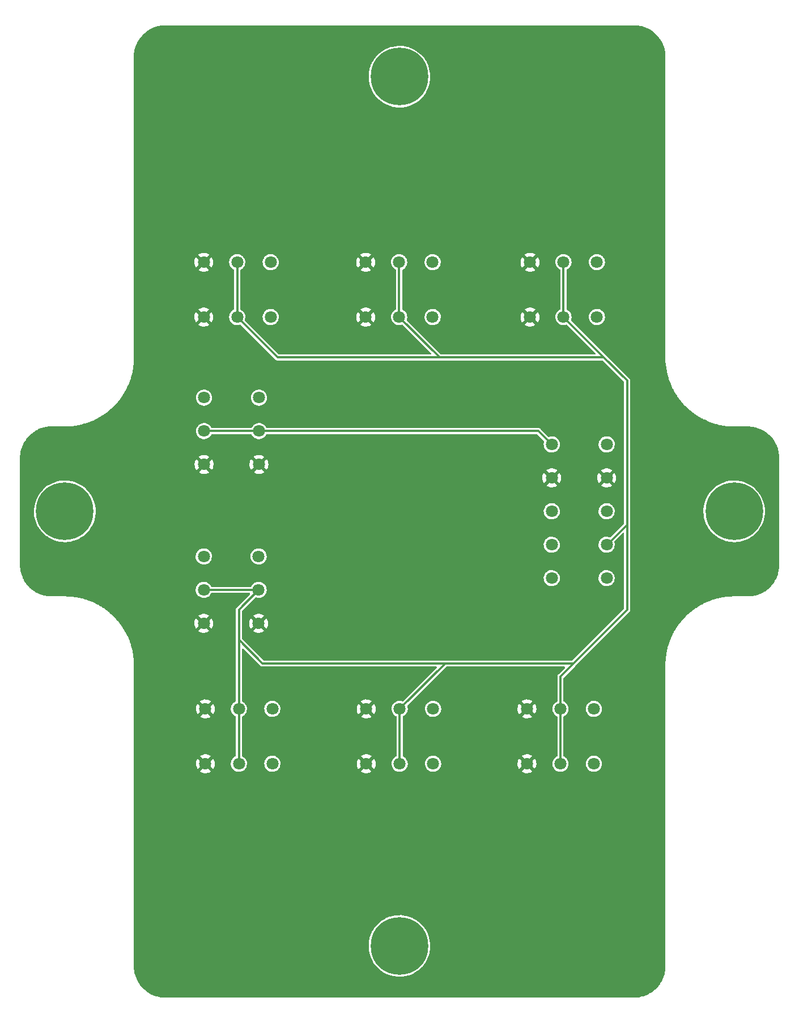
<source format=gbr>
%TF.GenerationSoftware,KiCad,Pcbnew,(6.0.11-0)*%
%TF.CreationDate,2023-06-02T12:02:10+10:00*%
%TF.ProjectId,breakout,62726561-6b6f-4757-942e-6b696361645f,rev?*%
%TF.SameCoordinates,Original*%
%TF.FileFunction,Copper,L2,Bot*%
%TF.FilePolarity,Positive*%
%FSLAX46Y46*%
G04 Gerber Fmt 4.6, Leading zero omitted, Abs format (unit mm)*
G04 Created by KiCad (PCBNEW (6.0.11-0)) date 2023-06-02 12:02:10*
%MOMM*%
%LPD*%
G01*
G04 APERTURE LIST*
%TA.AperFunction,ComponentPad*%
%ADD10C,1.803400*%
%TD*%
%TA.AperFunction,ComponentPad*%
%ADD11C,0.900000*%
%TD*%
%TA.AperFunction,ComponentPad*%
%ADD12C,8.600000*%
%TD*%
%TA.AperFunction,Conductor*%
%ADD13C,0.300000*%
%TD*%
%TA.AperFunction,Conductor*%
%ADD14C,0.250000*%
%TD*%
G04 APERTURE END LIST*
D10*
%TO.P,J5,1,1*%
%TO.N,GND*%
X62000000Y-63250000D03*
%TO.P,J5,2,2*%
X62000000Y-71449999D03*
%TO.P,J5,3,3*%
%TO.N,SDI-12_DATA*%
X67000000Y-63250000D03*
%TO.P,J5,4,4*%
X67000000Y-71449999D03*
%TO.P,J5,5,5*%
%TO.N,+12V*%
X72000000Y-63250000D03*
%TO.P,J5,6,6*%
X72000000Y-71449999D03*
%TD*%
%TO.P,J8,1,1*%
%TO.N,+3.3V*%
X114000000Y-110500001D03*
%TO.P,J8,2,2*%
X122199999Y-110500001D03*
%TO.P,J8,3,3*%
%TO.N,SDI-12_DATA*%
X114000000Y-105500001D03*
%TO.P,J8,4,4*%
X122199999Y-105500001D03*
%TO.P,J8,5,5*%
%TO.N,+12V*%
X114000000Y-100500000D03*
%TO.P,J8,6,6*%
X122199999Y-100500000D03*
%TO.P,J8,7,7*%
%TO.N,GND*%
X114000000Y-95500000D03*
%TO.P,J8,8,8*%
X122199999Y-95500000D03*
%TO.P,J8,9,9*%
%TO.N,Digital_Interrupt*%
X114000000Y-90500000D03*
%TO.P,J8,10,10*%
X122199999Y-90500000D03*
%TD*%
%TO.P,J1,1,1*%
%TO.N,+12V*%
X120298076Y-138250000D03*
%TO.P,J1,2,2*%
X120298076Y-130050001D03*
%TO.P,J1,3,3*%
%TO.N,SDI-12_DATA*%
X115298076Y-138250000D03*
%TO.P,J1,4,4*%
X115298076Y-130050001D03*
%TO.P,J1,5,5*%
%TO.N,GND*%
X110298076Y-138250000D03*
%TO.P,J1,6,6*%
X110298076Y-130050001D03*
%TD*%
%TO.P,J2,1,1*%
%TO.N,+12V*%
X96274038Y-138250000D03*
%TO.P,J2,2,2*%
X96274038Y-130050001D03*
%TO.P,J2,3,3*%
%TO.N,SDI-12_DATA*%
X91274038Y-138250000D03*
%TO.P,J2,4,4*%
X91274038Y-130050001D03*
%TO.P,J2,5,5*%
%TO.N,GND*%
X86274038Y-138250000D03*
%TO.P,J2,6,6*%
X86274038Y-130050001D03*
%TD*%
D11*
%TO.P,REF\u002A\u002A,1*%
%TO.N,N/C*%
X43530419Y-102780419D03*
X41250000Y-103725000D03*
X41250000Y-97275000D03*
X44475000Y-100500000D03*
X38969581Y-102780419D03*
X38969581Y-98219581D03*
D12*
X41250000Y-100500000D03*
D11*
X38025000Y-100500000D03*
X43530419Y-98219581D03*
%TD*%
D10*
%TO.P,J3,1,1*%
%TO.N,+12V*%
X72250000Y-138250000D03*
%TO.P,J3,2,2*%
X72250000Y-130050001D03*
%TO.P,J3,3,3*%
%TO.N,SDI-12_DATA*%
X67250000Y-138250000D03*
%TO.P,J3,4,4*%
X67250000Y-130050001D03*
%TO.P,J3,5,5*%
%TO.N,GND*%
X62250000Y-138250000D03*
%TO.P,J3,6,6*%
X62250000Y-130050001D03*
%TD*%
%TO.P,J4,1,1*%
%TO.N,+3.3V*%
X70250000Y-83500000D03*
%TO.P,J4,2,2*%
X62050001Y-83500000D03*
%TO.P,J4,3,3*%
%TO.N,Digital_Interrupt*%
X70250000Y-88500000D03*
%TO.P,J4,4,4*%
X62050001Y-88500000D03*
%TO.P,J4,5,5*%
%TO.N,GND*%
X70250000Y-93500000D03*
%TO.P,J4,6,6*%
X62050001Y-93500000D03*
%TD*%
D11*
%TO.P,REF\u002A\u002A,1*%
%TO.N,N/C*%
X141250000Y-103725000D03*
X138969581Y-98219581D03*
X143530419Y-98219581D03*
X138969581Y-102780419D03*
X143530419Y-102780419D03*
D12*
X141250000Y-100500000D03*
D11*
X138025000Y-100500000D03*
X144475000Y-100500000D03*
X141250000Y-97275000D03*
%TD*%
D12*
%TO.P,REF\u002A\u002A,1*%
%TO.N,N/C*%
X91250000Y-35500000D03*
D11*
X93530419Y-33219581D03*
X94475000Y-35500000D03*
X88025000Y-35500000D03*
X93530419Y-37780419D03*
X88969581Y-37780419D03*
X91250000Y-38725000D03*
X88969581Y-33219581D03*
X91250000Y-32275000D03*
%TD*%
D10*
%TO.P,J9,1,1*%
%TO.N,+3.3V*%
X70199999Y-107250000D03*
%TO.P,J9,2,2*%
X62000000Y-107250000D03*
%TO.P,J9,3,3*%
%TO.N,SDI-12_DATA*%
X70199999Y-112250000D03*
%TO.P,J9,4,4*%
X62000000Y-112250000D03*
%TO.P,J9,5,5*%
%TO.N,GND*%
X70199999Y-117250000D03*
%TO.P,J9,6,6*%
X62000000Y-117250000D03*
%TD*%
%TO.P,J6,1,1*%
%TO.N,GND*%
X86201924Y-63250000D03*
%TO.P,J6,2,2*%
X86201924Y-71449999D03*
%TO.P,J6,3,3*%
%TO.N,SDI-12_DATA*%
X91201924Y-63250000D03*
%TO.P,J6,4,4*%
X91201924Y-71449999D03*
%TO.P,J6,5,5*%
%TO.N,+12V*%
X96201924Y-63250000D03*
%TO.P,J6,6,6*%
X96201924Y-71449999D03*
%TD*%
D11*
%TO.P,REF\u002A\u002A,1*%
%TO.N,N/C*%
X94475000Y-165500000D03*
X93530419Y-163219581D03*
X88969581Y-163219581D03*
X91250000Y-162275000D03*
D12*
X91250000Y-165500000D03*
D11*
X88969581Y-167780419D03*
X88025000Y-165500000D03*
X91250000Y-168725000D03*
X93530419Y-167780419D03*
%TD*%
D10*
%TO.P,J7,1,1*%
%TO.N,GND*%
X110750000Y-63250000D03*
%TO.P,J7,2,2*%
X110750000Y-71449999D03*
%TO.P,J7,3,3*%
%TO.N,SDI-12_DATA*%
X115750000Y-63250000D03*
%TO.P,J7,4,4*%
X115750000Y-71449999D03*
%TO.P,J7,5,5*%
%TO.N,+12V*%
X120750000Y-63250000D03*
%TO.P,J7,6,6*%
X120750000Y-71449999D03*
%TD*%
D13*
%TO.N,SDI-12_DATA*%
X125250000Y-80949999D02*
X121768801Y-77468799D01*
X97250000Y-77500000D02*
X121737600Y-77500000D01*
X121768801Y-77468799D02*
X115750000Y-71449999D01*
X121737600Y-77500000D02*
X121768801Y-77468799D01*
X125250000Y-102435600D02*
X125250000Y-80949999D01*
X97250963Y-77499037D02*
X73049038Y-77499037D01*
X73049038Y-77499037D02*
X67000000Y-71449999D01*
X97250963Y-77499037D02*
X97250000Y-77500000D01*
X125250000Y-115250000D02*
X117214700Y-123285300D01*
X117214700Y-123285300D02*
X115298076Y-125201924D01*
X98074039Y-123250000D02*
X117179400Y-123250000D01*
X117179400Y-123250000D02*
X117214700Y-123285300D01*
X98074039Y-123250000D02*
X70750000Y-123250000D01*
X70750000Y-123250000D02*
X67250000Y-119750000D01*
X125250000Y-102435600D02*
X125250000Y-115250000D01*
D14*
X122199999Y-105500001D02*
X125250000Y-102450000D01*
X125250000Y-102450000D02*
X125250000Y-102435600D01*
D13*
X115298076Y-125201924D02*
X115298076Y-127798076D01*
%TO.N,Digital_Interrupt*%
X70250000Y-88500000D02*
X112000000Y-88500000D01*
X112000000Y-88500000D02*
X114000000Y-90500000D01*
%TO.N,SDI-12_DATA*%
X67000000Y-63250000D02*
X67000000Y-71449999D01*
X115298076Y-127798076D02*
X115298076Y-130050001D01*
X91201924Y-71449999D02*
X97250963Y-77499037D01*
X115298076Y-130050001D02*
X115298076Y-138250000D01*
X62000000Y-112250000D02*
X70199999Y-112250000D01*
X67250000Y-115199999D02*
X67250000Y-119750000D01*
X67250000Y-130050001D02*
X67250000Y-138250000D01*
X70199999Y-112250000D02*
X67250000Y-115199999D01*
X67250000Y-119750000D02*
X67250000Y-130050001D01*
X91201924Y-71449999D02*
X91201924Y-63250000D01*
X115750000Y-63250000D02*
X115750000Y-71449999D01*
X91274038Y-130050001D02*
X98074039Y-123250000D01*
X91274038Y-130050001D02*
X91274038Y-138250000D01*
%TO.N,Digital_Interrupt*%
X70250000Y-88500000D02*
X62050001Y-88500000D01*
%TD*%
%TA.AperFunction,Conductor*%
%TO.N,GND*%
G36*
X126263148Y-27804521D02*
G01*
X126507041Y-27808947D01*
X126513434Y-27809225D01*
X126630235Y-27817289D01*
X126747045Y-27825355D01*
X126753389Y-27825955D01*
X126983390Y-27853609D01*
X126989683Y-27854528D01*
X127215841Y-27893408D01*
X127222044Y-27894635D01*
X127320933Y-27916817D01*
X127444117Y-27944449D01*
X127450251Y-27945988D01*
X127667951Y-28006438D01*
X127673970Y-28008272D01*
X127887092Y-28079087D01*
X127892982Y-28081208D01*
X127926943Y-28094399D01*
X128100759Y-28161913D01*
X128101279Y-28162115D01*
X128107025Y-28164512D01*
X128310146Y-28255198D01*
X128315737Y-28257861D01*
X128513493Y-28358080D01*
X128518919Y-28360999D01*
X128710962Y-28470437D01*
X128716215Y-28473602D01*
X128902301Y-28591998D01*
X128907373Y-28595400D01*
X129087226Y-28722478D01*
X129092111Y-28726110D01*
X129265388Y-28861548D01*
X129270079Y-28865400D01*
X129436514Y-29008924D01*
X129441007Y-29012991D01*
X129600300Y-29164305D01*
X129604587Y-29168578D01*
X129756478Y-29327419D01*
X129760545Y-29331881D01*
X129783996Y-29358892D01*
X129904692Y-29497910D01*
X129908549Y-29502574D01*
X130044702Y-29675537D01*
X130048328Y-29680379D01*
X130176152Y-29859927D01*
X130179561Y-29864969D01*
X130298788Y-30050828D01*
X130301959Y-30056045D01*
X130394794Y-30217478D01*
X130412306Y-30247931D01*
X130415233Y-30253320D01*
X130516431Y-30450970D01*
X130519104Y-30456521D01*
X130603797Y-30643997D01*
X130610849Y-30659608D01*
X130613258Y-30665311D01*
X130695270Y-30873556D01*
X130697406Y-30879397D01*
X130769425Y-31092570D01*
X130771266Y-31098505D01*
X130791487Y-31169848D01*
X130832989Y-31316280D01*
X130834550Y-31322363D01*
X130885709Y-31544522D01*
X130886971Y-31550702D01*
X130927270Y-31776953D01*
X130928223Y-31783211D01*
X130939120Y-31869222D01*
X130953373Y-31981712D01*
X130957375Y-32013303D01*
X130958014Y-32019618D01*
X130975729Y-32253351D01*
X130976049Y-32259699D01*
X130982160Y-32502213D01*
X130982200Y-32505387D01*
X130982200Y-77458988D01*
X130980999Y-77470203D01*
X130981410Y-77470233D01*
X130980952Y-77476539D01*
X130981030Y-77479617D01*
X130982160Y-77524240D01*
X130982200Y-77527430D01*
X130982200Y-77549948D01*
X130982833Y-77553347D01*
X130982945Y-77555257D01*
X130993793Y-77983584D01*
X130992855Y-77997221D01*
X130992185Y-77999358D01*
X130992048Y-78005680D01*
X130995258Y-78047836D01*
X130995580Y-78054180D01*
X130996015Y-78071341D01*
X130997222Y-78077019D01*
X130997648Y-78080632D01*
X130998151Y-78085823D01*
X131030149Y-78506007D01*
X131029902Y-78519688D01*
X131029348Y-78521832D01*
X131029530Y-78528153D01*
X131034731Y-78569025D01*
X131034870Y-78570117D01*
X131035514Y-78576454D01*
X131036817Y-78593567D01*
X131038311Y-78599179D01*
X131038902Y-78602665D01*
X131039669Y-78607836D01*
X131092263Y-79021168D01*
X131092706Y-79034824D01*
X131092265Y-79036971D01*
X131092766Y-79043275D01*
X131093309Y-79046309D01*
X131093310Y-79046320D01*
X131100217Y-79084941D01*
X131101177Y-79091219D01*
X131103349Y-79108291D01*
X131105124Y-79113818D01*
X131105868Y-79117168D01*
X131106898Y-79122307D01*
X131112485Y-79153546D01*
X131179506Y-79528348D01*
X131180634Y-79541955D01*
X131180306Y-79544087D01*
X131181122Y-79550358D01*
X131181813Y-79553349D01*
X131181817Y-79553370D01*
X131190666Y-79591660D01*
X131191935Y-79597855D01*
X131194970Y-79614829D01*
X131197021Y-79620260D01*
X131197893Y-79623425D01*
X131199188Y-79628539D01*
X131291240Y-80026881D01*
X131293044Y-80040397D01*
X131292827Y-80042505D01*
X131293955Y-80048727D01*
X131294794Y-80051677D01*
X131294796Y-80051687D01*
X131305558Y-80089540D01*
X131307124Y-80095620D01*
X131311025Y-80112501D01*
X131313346Y-80117824D01*
X131314326Y-80120789D01*
X131315882Y-80125854D01*
X131426821Y-80516069D01*
X131429297Y-80529486D01*
X131429187Y-80531552D01*
X131430621Y-80537710D01*
X131431609Y-80540627D01*
X131431610Y-80540630D01*
X131444261Y-80577977D01*
X131446119Y-80583947D01*
X131449103Y-80594443D01*
X131450864Y-80600637D01*
X131453447Y-80605836D01*
X131454501Y-80608560D01*
X131456324Y-80613588D01*
X131585617Y-80995274D01*
X131588746Y-81008521D01*
X131588739Y-81010555D01*
X131590476Y-81016635D01*
X131591604Y-81019492D01*
X131591604Y-81019493D01*
X131606095Y-81056206D01*
X131608229Y-81062029D01*
X131613832Y-81078568D01*
X131616667Y-81083627D01*
X131617784Y-81086137D01*
X131619870Y-81091106D01*
X131766971Y-81463794D01*
X131770748Y-81476875D01*
X131770838Y-81478854D01*
X131772870Y-81484842D01*
X131790460Y-81523712D01*
X131792839Y-81529330D01*
X131799274Y-81545634D01*
X131802360Y-81550555D01*
X131803505Y-81552821D01*
X131805844Y-81557707D01*
X131970245Y-81920989D01*
X131974653Y-81933860D01*
X131974835Y-81935788D01*
X131977156Y-81941670D01*
X131978564Y-81944417D01*
X131978567Y-81944423D01*
X131996629Y-81979654D01*
X131999298Y-81985189D01*
X132004138Y-81995885D01*
X132004141Y-81995890D01*
X132006533Y-82001176D01*
X132009852Y-82005933D01*
X132011038Y-82008019D01*
X132013632Y-82012821D01*
X132194789Y-82366190D01*
X132199813Y-82378818D01*
X132200083Y-82380701D01*
X132202687Y-82386463D01*
X132204213Y-82389115D01*
X132204224Y-82389136D01*
X132224013Y-82423521D01*
X132226932Y-82428888D01*
X132234957Y-82444543D01*
X132238506Y-82449136D01*
X132239695Y-82451009D01*
X132242536Y-82455706D01*
X132439960Y-82798754D01*
X132445582Y-82811110D01*
X132445936Y-82812943D01*
X132448815Y-82818573D01*
X132471932Y-82854602D01*
X132475072Y-82859766D01*
X132483889Y-82875086D01*
X132487656Y-82879501D01*
X132488850Y-82881194D01*
X132491933Y-82885775D01*
X132563965Y-82998039D01*
X132705110Y-83218021D01*
X132711312Y-83230078D01*
X132711747Y-83231862D01*
X132714893Y-83237347D01*
X132736728Y-83268027D01*
X132739726Y-83272240D01*
X132743118Y-83277257D01*
X132752679Y-83292159D01*
X132756656Y-83296388D01*
X132757865Y-83297938D01*
X132761180Y-83302386D01*
X132989591Y-83623336D01*
X132996358Y-83635068D01*
X132996872Y-83636812D01*
X133000278Y-83642140D01*
X133002175Y-83644552D01*
X133026770Y-83675827D01*
X133030382Y-83680654D01*
X133037310Y-83690388D01*
X133040676Y-83695117D01*
X133044846Y-83699146D01*
X133046079Y-83700579D01*
X133049613Y-83704874D01*
X133292755Y-84014047D01*
X133300081Y-84025454D01*
X133300670Y-84027147D01*
X133304326Y-84032307D01*
X133320672Y-84051165D01*
X133332431Y-84064731D01*
X133336254Y-84069360D01*
X133347233Y-84083320D01*
X133351590Y-84087144D01*
X133352822Y-84088444D01*
X133356566Y-84092574D01*
X133613977Y-84389534D01*
X133621834Y-84400570D01*
X133622499Y-84402224D01*
X133626397Y-84407204D01*
X133637817Y-84419174D01*
X133656009Y-84438243D01*
X133660053Y-84442689D01*
X133671703Y-84456129D01*
X133676252Y-84459752D01*
X133677509Y-84460957D01*
X133681449Y-84464909D01*
X133952604Y-84749131D01*
X133960979Y-84759781D01*
X133961719Y-84761396D01*
X133965849Y-84766184D01*
X133968087Y-84768316D01*
X133996921Y-84795791D01*
X134001163Y-84800030D01*
X134013442Y-84812901D01*
X134018151Y-84816297D01*
X134019459Y-84817437D01*
X134023590Y-84821202D01*
X134307993Y-85092192D01*
X134316871Y-85102435D01*
X134317690Y-85104018D01*
X134322044Y-85108604D01*
X134324374Y-85110621D01*
X134324378Y-85110625D01*
X134354490Y-85136694D01*
X134358937Y-85140733D01*
X134371805Y-85152994D01*
X134376676Y-85156165D01*
X134378023Y-85157231D01*
X134382321Y-85160788D01*
X134400285Y-85176340D01*
X134679526Y-85418090D01*
X134688875Y-85427891D01*
X134689777Y-85429447D01*
X134694345Y-85433819D01*
X134696766Y-85435721D01*
X134696770Y-85435724D01*
X134728088Y-85460323D01*
X134732726Y-85464148D01*
X134740963Y-85471278D01*
X134746152Y-85475771D01*
X134751159Y-85478701D01*
X134752614Y-85479743D01*
X134757078Y-85483092D01*
X135066547Y-85726162D01*
X135076356Y-85735506D01*
X135077341Y-85737032D01*
X135082113Y-85741180D01*
X135117070Y-85766026D01*
X135121869Y-85769614D01*
X135135837Y-85780585D01*
X135140981Y-85783274D01*
X135142536Y-85784279D01*
X135147144Y-85787403D01*
X135468427Y-86015763D01*
X135478673Y-86024628D01*
X135479745Y-86026125D01*
X135484711Y-86030039D01*
X135505934Y-86043639D01*
X135520768Y-86053145D01*
X135525782Y-86056530D01*
X135540224Y-86066795D01*
X135545489Y-86069234D01*
X135547185Y-86070218D01*
X135551921Y-86073108D01*
X135884522Y-86286242D01*
X135895189Y-86294608D01*
X135896351Y-86296076D01*
X135901500Y-86299746D01*
X135914723Y-86307346D01*
X135938602Y-86321071D01*
X135943793Y-86324224D01*
X135953776Y-86330621D01*
X135953780Y-86330623D01*
X135958669Y-86333756D01*
X135964051Y-86335942D01*
X135965884Y-86336891D01*
X135970731Y-86339538D01*
X136314190Y-86536945D01*
X136325272Y-86544803D01*
X136326520Y-86546231D01*
X136331840Y-86549648D01*
X136369899Y-86569134D01*
X136375247Y-86572037D01*
X136390525Y-86580818D01*
X136396006Y-86582742D01*
X136398002Y-86583656D01*
X136402939Y-86586049D01*
X136432632Y-86601252D01*
X136756805Y-86767224D01*
X136768265Y-86774539D01*
X136769608Y-86775934D01*
X136775088Y-86779088D01*
X136813994Y-86796671D01*
X136819509Y-86799327D01*
X136835150Y-86807335D01*
X136840717Y-86808990D01*
X136842925Y-86809875D01*
X136847944Y-86812014D01*
X137211710Y-86976416D01*
X137223532Y-86983173D01*
X137224972Y-86984529D01*
X137230600Y-86987411D01*
X137259499Y-86998802D01*
X137270266Y-87003046D01*
X137275954Y-87005450D01*
X137291895Y-87012655D01*
X137297535Y-87014038D01*
X137299932Y-87014865D01*
X137305018Y-87016745D01*
X137517826Y-87100627D01*
X137678277Y-87163872D01*
X137690422Y-87170044D01*
X137691962Y-87171356D01*
X137697725Y-87173957D01*
X137727160Y-87183914D01*
X137738071Y-87187605D01*
X137743880Y-87189731D01*
X137760107Y-87196127D01*
X137765803Y-87197231D01*
X137768406Y-87197989D01*
X137773543Y-87199605D01*
X138155838Y-87328926D01*
X138168295Y-87334500D01*
X138169927Y-87335757D01*
X138175812Y-87338070D01*
X138178772Y-87338910D01*
X138178777Y-87338912D01*
X138216718Y-87349683D01*
X138222671Y-87351534D01*
X138239131Y-87357102D01*
X138244877Y-87357924D01*
X138247702Y-87358598D01*
X138252866Y-87359946D01*
X138423064Y-87408266D01*
X138643756Y-87470921D01*
X138656482Y-87475873D01*
X138658208Y-87477070D01*
X138664201Y-87479087D01*
X138705613Y-87488643D01*
X138711631Y-87490191D01*
X138728309Y-87494926D01*
X138734089Y-87495462D01*
X138737088Y-87496022D01*
X138742296Y-87497108D01*
X139141365Y-87589195D01*
X139154322Y-87593504D01*
X139156142Y-87594636D01*
X139162229Y-87596350D01*
X139203964Y-87603802D01*
X139210135Y-87605064D01*
X139226973Y-87608949D01*
X139232776Y-87609196D01*
X139235997Y-87609633D01*
X139241222Y-87610454D01*
X139647979Y-87683082D01*
X139661163Y-87686743D01*
X139663061Y-87687795D01*
X139669226Y-87689201D01*
X139672282Y-87689589D01*
X139672292Y-87689591D01*
X139711235Y-87694538D01*
X139717505Y-87695495D01*
X139728742Y-87697502D01*
X139728746Y-87697502D01*
X139734456Y-87698522D01*
X139740258Y-87698479D01*
X139743642Y-87698766D01*
X139748865Y-87699320D01*
X140162962Y-87751933D01*
X140176313Y-87754925D01*
X140178290Y-87755893D01*
X140184518Y-87756986D01*
X140226721Y-87760195D01*
X140233045Y-87760837D01*
X140236743Y-87761307D01*
X140244318Y-87762269D01*
X140244319Y-87762269D01*
X140250081Y-87763001D01*
X140255877Y-87762666D01*
X140259376Y-87762786D01*
X140264604Y-87763075D01*
X140685622Y-87795086D01*
X140699107Y-87797399D01*
X140701148Y-87798274D01*
X140707423Y-87799050D01*
X140710489Y-87799127D01*
X140710496Y-87799128D01*
X140749704Y-87800119D01*
X140756071Y-87800442D01*
X140765817Y-87801183D01*
X140773173Y-87801742D01*
X140778949Y-87801115D01*
X140782520Y-87801057D01*
X140787739Y-87801081D01*
X141212111Y-87811811D01*
X141223282Y-87813293D01*
X141223322Y-87812883D01*
X141229615Y-87813500D01*
X141277315Y-87813500D01*
X141280500Y-87813540D01*
X141303043Y-87814110D01*
X141306448Y-87813565D01*
X141308380Y-87813500D01*
X143279902Y-87813500D01*
X143282146Y-87813520D01*
X143526041Y-87817864D01*
X143532442Y-87818141D01*
X143765910Y-87834197D01*
X143772279Y-87834798D01*
X143927271Y-87853399D01*
X144002107Y-87862381D01*
X144008413Y-87863299D01*
X144234460Y-87902125D01*
X144240657Y-87903352D01*
X144366221Y-87931507D01*
X144462580Y-87953114D01*
X144468723Y-87954655D01*
X144557217Y-87979228D01*
X144646885Y-88004127D01*
X144686250Y-88015058D01*
X144692275Y-88016894D01*
X144905183Y-88087661D01*
X144911065Y-88089780D01*
X145119138Y-88170646D01*
X145124896Y-88173049D01*
X145250642Y-88229234D01*
X145327763Y-88263693D01*
X145333350Y-88266357D01*
X145530803Y-88366529D01*
X145536221Y-88369447D01*
X145537916Y-88370414D01*
X145727948Y-88478848D01*
X145733217Y-88482027D01*
X145918937Y-88600380D01*
X145924023Y-88603798D01*
X146101769Y-88729626D01*
X146103413Y-88730790D01*
X146108315Y-88734442D01*
X146281107Y-88869805D01*
X146285813Y-88873679D01*
X146451720Y-89017123D01*
X146456229Y-89021216D01*
X146614945Y-89172444D01*
X146619248Y-89176747D01*
X146770478Y-89335464D01*
X146774571Y-89339973D01*
X146782628Y-89349292D01*
X146918036Y-89505904D01*
X146921856Y-89510544D01*
X147057273Y-89683406D01*
X147060905Y-89688281D01*
X147187917Y-89867700D01*
X147191331Y-89872781D01*
X147300119Y-90043491D01*
X147309666Y-90058473D01*
X147312839Y-90063731D01*
X147421819Y-90254717D01*
X147422242Y-90255459D01*
X147425166Y-90260888D01*
X147489908Y-90388503D01*
X147525334Y-90458332D01*
X147528002Y-90463928D01*
X147599838Y-90624701D01*
X147618661Y-90666828D01*
X147621064Y-90672586D01*
X147701906Y-90880598D01*
X147704030Y-90886493D01*
X147774805Y-91099427D01*
X147776643Y-91105457D01*
X147837046Y-91322986D01*
X147838587Y-91329129D01*
X147888343Y-91551025D01*
X147889578Y-91557264D01*
X147928396Y-91783264D01*
X147929316Y-91789580D01*
X147956901Y-92019428D01*
X147957502Y-92025797D01*
X147973558Y-92259249D01*
X147973835Y-92265650D01*
X147978180Y-92509528D01*
X147978200Y-92511772D01*
X147978200Y-108526176D01*
X147978180Y-108528436D01*
X147974347Y-108742079D01*
X147973838Y-108770422D01*
X147973557Y-108776853D01*
X147957720Y-109005623D01*
X147957521Y-109008495D01*
X147956915Y-109014881D01*
X147929621Y-109240875D01*
X147929357Y-109243059D01*
X147928427Y-109249397D01*
X147922491Y-109283751D01*
X147889646Y-109473840D01*
X147888400Y-109480101D01*
X147838683Y-109700596D01*
X147837130Y-109706755D01*
X147776770Y-109923008D01*
X147774920Y-109929047D01*
X147704191Y-110140830D01*
X147702055Y-110146733D01*
X147621921Y-110352028D01*
X147621232Y-110353792D01*
X147618826Y-110359531D01*
X147554153Y-110503705D01*
X147528199Y-110561563D01*
X147525533Y-110567135D01*
X147425730Y-110763175D01*
X147425376Y-110763871D01*
X147422446Y-110769295D01*
X147313033Y-110960462D01*
X147309857Y-110965710D01*
X147191492Y-111150977D01*
X147188082Y-111156039D01*
X147061054Y-111335119D01*
X147057418Y-111339992D01*
X146958714Y-111465805D01*
X146921999Y-111512603D01*
X146918149Y-111517275D01*
X146774592Y-111683170D01*
X146770550Y-111687619D01*
X146646939Y-111817324D01*
X146619228Y-111846401D01*
X146614957Y-111850673D01*
X146456123Y-112002090D01*
X146451653Y-112006151D01*
X146285601Y-112149909D01*
X146280964Y-112153734D01*
X146107965Y-112289553D01*
X146103132Y-112293162D01*
X146069761Y-112316862D01*
X145923543Y-112420704D01*
X145918534Y-112424083D01*
X145823856Y-112484681D01*
X145732629Y-112543070D01*
X145727421Y-112546229D01*
X145535476Y-112656384D01*
X145530099Y-112659298D01*
X145332457Y-112760305D01*
X145326927Y-112762964D01*
X145123795Y-112854576D01*
X145118138Y-112856962D01*
X144909840Y-112938876D01*
X144904011Y-112941004D01*
X144690871Y-113012920D01*
X144684911Y-113014768D01*
X144467127Y-113076426D01*
X144461055Y-113077983D01*
X144437310Y-113083446D01*
X144238936Y-113129085D01*
X144232776Y-113130341D01*
X144006551Y-113170606D01*
X144000301Y-113171558D01*
X143957151Y-113177022D01*
X143770208Y-113200693D01*
X143763938Y-113201327D01*
X143614636Y-113212640D01*
X143530260Y-113219033D01*
X143523914Y-113219353D01*
X143281497Y-113225460D01*
X143278324Y-113225500D01*
X141337217Y-113225500D01*
X141326628Y-113224346D01*
X141326585Y-113224904D01*
X141320280Y-113224423D01*
X141317217Y-113224489D01*
X141317210Y-113224489D01*
X141274841Y-113225405D01*
X141271788Y-113225471D01*
X141269067Y-113225500D01*
X141245752Y-113225500D01*
X141242829Y-113226045D01*
X141241348Y-113226129D01*
X141137456Y-113228374D01*
X140813222Y-113235382D01*
X140799561Y-113234392D01*
X140797405Y-113233708D01*
X140791083Y-113233548D01*
X140788015Y-113233771D01*
X140788007Y-113233771D01*
X140748972Y-113236606D01*
X140742572Y-113236908D01*
X140741077Y-113236940D01*
X140725471Y-113237278D01*
X140719785Y-113238465D01*
X140716059Y-113238890D01*
X140710910Y-113239371D01*
X140290723Y-113269889D01*
X140277045Y-113269595D01*
X140274868Y-113269024D01*
X140268546Y-113269186D01*
X140226598Y-113274383D01*
X140220251Y-113275007D01*
X140203175Y-113276247D01*
X140197567Y-113277719D01*
X140193934Y-113278322D01*
X140188785Y-113279069D01*
X139918800Y-113312523D01*
X139775510Y-113330278D01*
X139761836Y-113330678D01*
X139759661Y-113330224D01*
X139753356Y-113330705D01*
X139711697Y-113338024D01*
X139705397Y-113338966D01*
X139694133Y-113340361D01*
X139694127Y-113340362D01*
X139688375Y-113341075D01*
X139682850Y-113342829D01*
X139679334Y-113343598D01*
X139674216Y-113344607D01*
X139401010Y-113392602D01*
X139268262Y-113415922D01*
X139254634Y-113417011D01*
X139252472Y-113416672D01*
X139246199Y-113417470D01*
X139204898Y-113426892D01*
X139198694Y-113428143D01*
X139187481Y-113430112D01*
X139187472Y-113430114D01*
X139181759Y-113431118D01*
X139176321Y-113433153D01*
X139173016Y-113434053D01*
X139167937Y-113435323D01*
X138769652Y-113526181D01*
X138756120Y-113527950D01*
X138753978Y-113527724D01*
X138747753Y-113528836D01*
X138707480Y-113540174D01*
X138706966Y-113540319D01*
X138700840Y-113541879D01*
X138684005Y-113545719D01*
X138678678Y-113548025D01*
X138675555Y-113549047D01*
X138670499Y-113550585D01*
X138280387Y-113660411D01*
X138266959Y-113662854D01*
X138264853Y-113662738D01*
X138258691Y-113664158D01*
X138218628Y-113677625D01*
X138218438Y-113677689D01*
X138212473Y-113679530D01*
X138195786Y-113684228D01*
X138190583Y-113686797D01*
X138187706Y-113687901D01*
X138182704Y-113689701D01*
X138095960Y-113718860D01*
X137801109Y-113817973D01*
X137787839Y-113821076D01*
X137785771Y-113821064D01*
X137779687Y-113822788D01*
X137740085Y-113838324D01*
X137734265Y-113840442D01*
X137717773Y-113845986D01*
X137712702Y-113848812D01*
X137710066Y-113849978D01*
X137705132Y-113852036D01*
X137332507Y-113998216D01*
X137319410Y-114001969D01*
X137317394Y-114002057D01*
X137311403Y-114004078D01*
X137272756Y-114021482D01*
X137272567Y-114021567D01*
X137266884Y-114023960D01*
X137250626Y-114030338D01*
X137245700Y-114033412D01*
X137243276Y-114034631D01*
X137238420Y-114036944D01*
X136875233Y-114200495D01*
X136862352Y-114204882D01*
X136860383Y-114205064D01*
X136854498Y-114207376D01*
X136851748Y-114208780D01*
X136851744Y-114208782D01*
X136816530Y-114226763D01*
X136810969Y-114229433D01*
X136800298Y-114234238D01*
X136800287Y-114234244D01*
X136795007Y-114236622D01*
X136790244Y-114239931D01*
X136788048Y-114241175D01*
X136783267Y-114243749D01*
X136429950Y-114424162D01*
X136417317Y-114429165D01*
X136415397Y-114429438D01*
X136409632Y-114432034D01*
X136372777Y-114453177D01*
X136372608Y-114453274D01*
X136367210Y-114456198D01*
X136356741Y-114461544D01*
X136351565Y-114464187D01*
X136346962Y-114467732D01*
X136344972Y-114468991D01*
X136340293Y-114471811D01*
X135997322Y-114668560D01*
X135984955Y-114674169D01*
X135983086Y-114674528D01*
X135977453Y-114677401D01*
X135951533Y-114693990D01*
X135941464Y-114700434D01*
X135936241Y-114703600D01*
X135925994Y-114709478D01*
X135925984Y-114709485D01*
X135920953Y-114712371D01*
X135916533Y-114716132D01*
X135914719Y-114717408D01*
X135910162Y-114720467D01*
X135577991Y-114933052D01*
X135565919Y-114939247D01*
X135564101Y-114939688D01*
X135558613Y-114942829D01*
X135556111Y-114944606D01*
X135556108Y-114944608D01*
X135523720Y-114967612D01*
X135518677Y-114971013D01*
X135508714Y-114977389D01*
X135508711Y-114977391D01*
X135503816Y-114980524D01*
X135499577Y-114984501D01*
X135497933Y-114985780D01*
X135493510Y-114989068D01*
X135473980Y-115002940D01*
X135172621Y-115216979D01*
X135160857Y-115223751D01*
X135159091Y-115224270D01*
X135153760Y-115227671D01*
X135151332Y-115229577D01*
X135151327Y-115229581D01*
X135138910Y-115239331D01*
X135120063Y-115254131D01*
X135115231Y-115257741D01*
X135110945Y-115260785D01*
X135105533Y-115264628D01*
X135105529Y-115264632D01*
X135100799Y-115267991D01*
X135096760Y-115272164D01*
X135095274Y-115273441D01*
X135090988Y-115276961D01*
X134781840Y-115519708D01*
X134770423Y-115527031D01*
X134768702Y-115527628D01*
X134763540Y-115531281D01*
X134761214Y-115533295D01*
X134731138Y-115559336D01*
X134726484Y-115563174D01*
X134712543Y-115574121D01*
X134708710Y-115578482D01*
X134707335Y-115579783D01*
X134703216Y-115583511D01*
X134406304Y-115840586D01*
X134395249Y-115848448D01*
X134393575Y-115849120D01*
X134388594Y-115853015D01*
X134374997Y-115865977D01*
X134357567Y-115882593D01*
X134353101Y-115886651D01*
X134339688Y-115898264D01*
X134336068Y-115902805D01*
X134334796Y-115904130D01*
X134330849Y-115908063D01*
X134046658Y-116178977D01*
X134036001Y-116187352D01*
X134034362Y-116188103D01*
X134029574Y-116192232D01*
X134027451Y-116194459D01*
X134027450Y-116194460D01*
X133999982Y-116223274D01*
X133995722Y-116227534D01*
X133982877Y-116239779D01*
X133979475Y-116244491D01*
X133978287Y-116245854D01*
X133974541Y-116249961D01*
X133898608Y-116329615D01*
X133703550Y-116534231D01*
X133693306Y-116543105D01*
X133691703Y-116543935D01*
X133687117Y-116548289D01*
X133685109Y-116550608D01*
X133685108Y-116550609D01*
X133659047Y-116580706D01*
X133654994Y-116585166D01*
X133646756Y-116593807D01*
X133646753Y-116593811D01*
X133642749Y-116598011D01*
X133639579Y-116602877D01*
X133638448Y-116604307D01*
X133634896Y-116608598D01*
X133623976Y-116621209D01*
X133377621Y-116905714D01*
X133367813Y-116915069D01*
X133366244Y-116915978D01*
X133361872Y-116920546D01*
X133342673Y-116944992D01*
X133335387Y-116954269D01*
X133331564Y-116958904D01*
X133319945Y-116972322D01*
X133317011Y-116977334D01*
X133315929Y-116978845D01*
X133312600Y-116983282D01*
X133100481Y-117253364D01*
X133069526Y-117292778D01*
X133060169Y-117302601D01*
X133058636Y-117303591D01*
X133054487Y-117308364D01*
X133029664Y-117343298D01*
X133026055Y-117348128D01*
X133015108Y-117362066D01*
X133012419Y-117367212D01*
X133011386Y-117368810D01*
X133008272Y-117373405D01*
X132798976Y-117667955D01*
X132779905Y-117694794D01*
X132771025Y-117705060D01*
X132769526Y-117706134D01*
X132765612Y-117711100D01*
X132763943Y-117713706D01*
X132763940Y-117713710D01*
X132742515Y-117747161D01*
X132739129Y-117752178D01*
X132728882Y-117766600D01*
X132726445Y-117771864D01*
X132725446Y-117773586D01*
X132722562Y-117778315D01*
X132597296Y-117973895D01*
X132556869Y-118037015D01*
X132509406Y-118111119D01*
X132501034Y-118121800D01*
X132499562Y-118122966D01*
X132495893Y-118128116D01*
X132474593Y-118165201D01*
X132471442Y-118170393D01*
X132461911Y-118185274D01*
X132459728Y-118190653D01*
X132458748Y-118192546D01*
X132456113Y-118197375D01*
X132258688Y-118541109D01*
X132250838Y-118552189D01*
X132249400Y-118553446D01*
X132245985Y-118558768D01*
X132244586Y-118561502D01*
X132244579Y-118561515D01*
X132226526Y-118596807D01*
X132223613Y-118602177D01*
X132223399Y-118602550D01*
X132214842Y-118617449D01*
X132212921Y-118622927D01*
X132211981Y-118624981D01*
X132209592Y-118629914D01*
X132078671Y-118885854D01*
X132028405Y-118984119D01*
X132021095Y-118995579D01*
X132019695Y-118996929D01*
X132016543Y-119002411D01*
X132015276Y-119005218D01*
X132015267Y-119005235D01*
X131998974Y-119041324D01*
X131996313Y-119046855D01*
X131990968Y-119057304D01*
X131990966Y-119057309D01*
X131988324Y-119062474D01*
X131986670Y-119068042D01*
X131985789Y-119070244D01*
X131983659Y-119075249D01*
X131880237Y-119304330D01*
X131819210Y-119439504D01*
X131812459Y-119451326D01*
X131811102Y-119452769D01*
X131808222Y-119458399D01*
X131807099Y-119461252D01*
X131807097Y-119461256D01*
X131792600Y-119498081D01*
X131790213Y-119503735D01*
X131783005Y-119519699D01*
X131781627Y-119525333D01*
X131780790Y-119527759D01*
X131778914Y-119532842D01*
X131631755Y-119906633D01*
X131625594Y-119918769D01*
X131624280Y-119920313D01*
X131621682Y-119926078D01*
X131620697Y-119928994D01*
X131608061Y-119966400D01*
X131605927Y-119972238D01*
X131601662Y-119983070D01*
X131601660Y-119983076D01*
X131599537Y-119988469D01*
X131598436Y-119994165D01*
X131597677Y-119996774D01*
X131596069Y-120001897D01*
X131466709Y-120384826D01*
X131461145Y-120397274D01*
X131459887Y-120398909D01*
X131457577Y-120404795D01*
X131456741Y-120407744D01*
X131456739Y-120407750D01*
X131445986Y-120445684D01*
X131444135Y-120451647D01*
X131440426Y-120462627D01*
X131438568Y-120468128D01*
X131437748Y-120473872D01*
X131437074Y-120476705D01*
X131435723Y-120481886D01*
X131334886Y-120837603D01*
X131324725Y-120873446D01*
X131319780Y-120886169D01*
X131318584Y-120887896D01*
X131316570Y-120893889D01*
X131315881Y-120896878D01*
X131315878Y-120896890D01*
X131307036Y-120935273D01*
X131305481Y-120941331D01*
X131300752Y-120958014D01*
X131300218Y-120963793D01*
X131299660Y-120966787D01*
X131298575Y-120971997D01*
X131206462Y-121371833D01*
X131202156Y-121384795D01*
X131201029Y-121386609D01*
X131199317Y-121392696D01*
X131198778Y-121395721D01*
X131198776Y-121395729D01*
X131191873Y-121434461D01*
X131190617Y-121440616D01*
X131186736Y-121457460D01*
X131186490Y-121463272D01*
X131186065Y-121466417D01*
X131185248Y-121471634D01*
X131169889Y-121557807D01*
X131112583Y-121879319D01*
X131108931Y-121892481D01*
X131107881Y-121894378D01*
X131106477Y-121900544D01*
X131106090Y-121903595D01*
X131106089Y-121903601D01*
X131101148Y-121942564D01*
X131100194Y-121948821D01*
X131098188Y-121960078D01*
X131097169Y-121965797D01*
X131097214Y-121971607D01*
X131096933Y-121974928D01*
X131096381Y-121980153D01*
X131093375Y-122003858D01*
X131043744Y-122395222D01*
X131040759Y-122408556D01*
X131039794Y-122410527D01*
X131038703Y-122416755D01*
X131038471Y-122419812D01*
X131038470Y-122419820D01*
X131035500Y-122458964D01*
X131034860Y-122465278D01*
X131032696Y-122482346D01*
X131033032Y-122488140D01*
X131032914Y-122491602D01*
X131032627Y-122496823D01*
X131009726Y-122798627D01*
X131000603Y-122918860D01*
X130998289Y-122932348D01*
X130997421Y-122934375D01*
X130996645Y-122940651D01*
X130996568Y-122943718D01*
X130996567Y-122943726D01*
X130995577Y-122982964D01*
X130995256Y-122989315D01*
X130994702Y-122996619D01*
X130993958Y-123006429D01*
X130994585Y-123012190D01*
X130994642Y-123015702D01*
X130994619Y-123020933D01*
X130983886Y-123446419D01*
X130982403Y-123457581D01*
X130982817Y-123457622D01*
X130982200Y-123463915D01*
X130982200Y-123511628D01*
X130982160Y-123514806D01*
X130981591Y-123537360D01*
X130982136Y-123540759D01*
X130982200Y-123542679D01*
X130982200Y-168533582D01*
X130982159Y-168536781D01*
X130976054Y-168777170D01*
X130975729Y-168783562D01*
X130973469Y-168813171D01*
X130958199Y-169013184D01*
X130958039Y-169015277D01*
X130957394Y-169021616D01*
X130955508Y-169036395D01*
X130928270Y-169249903D01*
X130927306Y-169256191D01*
X130902339Y-169395462D01*
X130897771Y-169420948D01*
X130887050Y-169480750D01*
X130885779Y-169486940D01*
X130869798Y-169555920D01*
X130834665Y-169707568D01*
X130833090Y-169713667D01*
X130810008Y-169794650D01*
X130772284Y-169927008D01*
X130771416Y-169930052D01*
X130769553Y-169936023D01*
X130766742Y-169944300D01*
X130697570Y-170147989D01*
X130695423Y-170153832D01*
X130635610Y-170304994D01*
X130614063Y-170359450D01*
X130613456Y-170360983D01*
X130611055Y-170366644D01*
X130529552Y-170546294D01*
X130519309Y-170568872D01*
X130516631Y-170574410D01*
X130482286Y-170641238D01*
X130415799Y-170770606D01*
X130415465Y-170771255D01*
X130412545Y-170776613D01*
X130302168Y-170967922D01*
X130299005Y-170973111D01*
X130179745Y-171158510D01*
X130176344Y-171163527D01*
X130048482Y-171342728D01*
X130044857Y-171347559D01*
X129908668Y-171520284D01*
X129904827Y-171524923D01*
X129760601Y-171690872D01*
X129756549Y-171695316D01*
X129604574Y-171854190D01*
X129600318Y-171858431D01*
X129440897Y-172009921D01*
X129436466Y-172013936D01*
X129269887Y-172157752D01*
X129265240Y-172161573D01*
X129091770Y-172297441D01*
X129086935Y-172301045D01*
X128906958Y-172428602D01*
X128901941Y-172431980D01*
X128715652Y-172551007D01*
X128710456Y-172554153D01*
X128518175Y-172664335D01*
X128512811Y-172667239D01*
X128314865Y-172768272D01*
X128309339Y-172770925D01*
X128105968Y-172862546D01*
X128100289Y-172864939D01*
X127891783Y-172946859D01*
X127885961Y-172948983D01*
X127672620Y-173020910D01*
X127666669Y-173022754D01*
X127448723Y-173084418D01*
X127442656Y-173085973D01*
X127220359Y-173137088D01*
X127214216Y-173138338D01*
X126987869Y-173178605D01*
X126981631Y-173179554D01*
X126865045Y-173194311D01*
X126751426Y-173208692D01*
X126745120Y-173209329D01*
X126639730Y-173217311D01*
X126511362Y-173227033D01*
X126505024Y-173227353D01*
X126291842Y-173232721D01*
X126262512Y-173233460D01*
X126259340Y-173233500D01*
X56272992Y-173233500D01*
X56269796Y-173233459D01*
X56029335Y-173227358D01*
X56022949Y-173227034D01*
X55791122Y-173209352D01*
X55784776Y-173208706D01*
X55556418Y-173179606D01*
X55550141Y-173178645D01*
X55325441Y-173138417D01*
X55319258Y-173137149D01*
X55098513Y-173086086D01*
X55092432Y-173084519D01*
X54977553Y-173051834D01*
X54875851Y-173022898D01*
X54869922Y-173021051D01*
X54657783Y-172949154D01*
X54651959Y-172947019D01*
X54444520Y-172865125D01*
X54438844Y-172862721D01*
X54236477Y-172771150D01*
X54230960Y-172768491D01*
X54033794Y-172667457D01*
X54028445Y-172664551D01*
X53900779Y-172591139D01*
X53836837Y-172554371D01*
X53831667Y-172551230D01*
X53645935Y-172432205D01*
X53640941Y-172428834D01*
X53461317Y-172301213D01*
X53456511Y-172297622D01*
X53283346Y-172161737D01*
X53278729Y-172157934D01*
X53278519Y-172157752D01*
X53112278Y-172014044D01*
X53107856Y-172010035D01*
X52948420Y-171858437D01*
X52944197Y-171854227D01*
X52823636Y-171728206D01*
X52792085Y-171695226D01*
X52788069Y-171690824D01*
X52787087Y-171689695D01*
X52643588Y-171524737D01*
X52639788Y-171520155D01*
X52622888Y-171498760D01*
X52503207Y-171347250D01*
X52499624Y-171342485D01*
X52371250Y-171163085D01*
X52367876Y-171158125D01*
X52248016Y-170972553D01*
X52244870Y-170967418D01*
X52133759Y-170775891D01*
X52130861Y-170770606D01*
X52028838Y-170573514D01*
X52026173Y-170568046D01*
X51933487Y-170365620D01*
X51931076Y-170359998D01*
X51848026Y-170152568D01*
X51845879Y-170146800D01*
X51772726Y-169934601D01*
X51770852Y-169928701D01*
X51770360Y-169927008D01*
X51707881Y-169712029D01*
X51706295Y-169706022D01*
X51653780Y-169485124D01*
X51652484Y-169478997D01*
X51610719Y-169254187D01*
X51609728Y-169247997D01*
X51593148Y-169124748D01*
X51578983Y-169019463D01*
X51578299Y-169013184D01*
X51558876Y-168781251D01*
X51558506Y-168774921D01*
X51550570Y-168536115D01*
X51550500Y-168531930D01*
X51550500Y-165660727D01*
X86647391Y-165660727D01*
X86647620Y-165663572D01*
X86647620Y-165663575D01*
X86675764Y-166013361D01*
X86680901Y-166077211D01*
X86752020Y-166488945D01*
X86860162Y-166892539D01*
X87004439Y-167284670D01*
X87183661Y-167662111D01*
X87396354Y-168021755D01*
X87640767Y-168360643D01*
X87914889Y-168675984D01*
X88216462Y-168965182D01*
X88218680Y-168966952D01*
X88218685Y-168966957D01*
X88540790Y-169224089D01*
X88543006Y-169225858D01*
X88545369Y-169227416D01*
X88545373Y-169227419D01*
X88790874Y-169389297D01*
X88891831Y-169455866D01*
X89260066Y-169653312D01*
X89644681Y-169816572D01*
X90042510Y-169944300D01*
X90329896Y-170008539D01*
X90400168Y-170024246D01*
X90450278Y-170035447D01*
X90864629Y-170089262D01*
X91282152Y-170105302D01*
X91285014Y-170105152D01*
X91285015Y-170105152D01*
X91696554Y-170083584D01*
X91696561Y-170083583D01*
X91699410Y-170083434D01*
X91702233Y-170083027D01*
X91702235Y-170083027D01*
X92110147Y-170024246D01*
X92110154Y-170024245D01*
X92112969Y-170023839D01*
X92519424Y-169927008D01*
X92522122Y-169926100D01*
X92522129Y-169926098D01*
X92912719Y-169794650D01*
X92912725Y-169794648D01*
X92915431Y-169793737D01*
X93297729Y-169625123D01*
X93384093Y-169577251D01*
X93660670Y-169423942D01*
X93660672Y-169423941D01*
X93663172Y-169422555D01*
X93910880Y-169254213D01*
X94006379Y-169189312D01*
X94006384Y-169189309D01*
X94008752Y-169187699D01*
X94331623Y-168922490D01*
X94333660Y-168920481D01*
X94333668Y-168920474D01*
X94494890Y-168761487D01*
X94629130Y-168629108D01*
X94681659Y-168566948D01*
X94896976Y-168312156D01*
X94896981Y-168312150D01*
X94898822Y-168309971D01*
X95138480Y-167967704D01*
X95346131Y-167605125D01*
X95520066Y-167225218D01*
X95658853Y-166831111D01*
X95744734Y-166491713D01*
X95760647Y-166428826D01*
X95760648Y-166428822D01*
X95761350Y-166426047D01*
X95826713Y-166013361D01*
X95850135Y-165660727D01*
X95854288Y-165598199D01*
X95854288Y-165598191D01*
X95854404Y-165596449D01*
X95855414Y-165500000D01*
X95836460Y-165082599D01*
X95779754Y-164668635D01*
X95685762Y-164261513D01*
X95555259Y-163864585D01*
X95453517Y-163629472D01*
X95390458Y-163483750D01*
X95390454Y-163483741D01*
X95389319Y-163481119D01*
X95387949Y-163478606D01*
X95190677Y-163116783D01*
X95190673Y-163116776D01*
X95189307Y-163114271D01*
X95043066Y-162895819D01*
X94958461Y-162769437D01*
X94958453Y-162769426D01*
X94956869Y-162767060D01*
X94693920Y-162442345D01*
X94511607Y-162254868D01*
X94404613Y-162144844D01*
X94404609Y-162144840D01*
X94402623Y-162142798D01*
X94400465Y-162140948D01*
X94400455Y-162140939D01*
X94087550Y-161872747D01*
X94087545Y-161872743D01*
X94085376Y-161870884D01*
X94083045Y-161869227D01*
X94083038Y-161869222D01*
X93868478Y-161716743D01*
X93744791Y-161628843D01*
X93513657Y-161494320D01*
X93386143Y-161420105D01*
X93386138Y-161420102D01*
X93383670Y-161418666D01*
X93144680Y-161307223D01*
X93007583Y-161243293D01*
X93007573Y-161243289D01*
X93004987Y-161242083D01*
X93002290Y-161241112D01*
X92614548Y-161101516D01*
X92614539Y-161101513D01*
X92611858Y-161100548D01*
X92344170Y-161030820D01*
X92210288Y-160995946D01*
X92210282Y-160995945D01*
X92207519Y-160995225D01*
X91795299Y-160926983D01*
X91792456Y-160926774D01*
X91792454Y-160926774D01*
X91381437Y-160896591D01*
X91378591Y-160896382D01*
X91205360Y-160899406D01*
X90963675Y-160903624D01*
X90963670Y-160903624D01*
X90960824Y-160903674D01*
X90957991Y-160903982D01*
X90957987Y-160903982D01*
X90619012Y-160940806D01*
X90545437Y-160948799D01*
X90135850Y-161031386D01*
X90133117Y-161032201D01*
X90133112Y-161032202D01*
X89906270Y-161099827D01*
X89735433Y-161150756D01*
X89347483Y-161305925D01*
X89344936Y-161307223D01*
X88977736Y-161494320D01*
X88977731Y-161494323D01*
X88975193Y-161495616D01*
X88621628Y-161718268D01*
X88289697Y-161972048D01*
X87982133Y-162254868D01*
X87980208Y-162256991D01*
X87703395Y-162562273D01*
X87703387Y-162562282D01*
X87701468Y-162564399D01*
X87450011Y-162898093D01*
X87229832Y-163253204D01*
X87228549Y-163255766D01*
X87228544Y-163255775D01*
X87116959Y-163478606D01*
X87042745Y-163626809D01*
X87041704Y-163629465D01*
X87041701Y-163629472D01*
X86948500Y-163867293D01*
X86890288Y-164015833D01*
X86889496Y-164018560D01*
X86889492Y-164018571D01*
X86774514Y-164414329D01*
X86773717Y-164417073D01*
X86693991Y-164827227D01*
X86651767Y-165242919D01*
X86647391Y-165660727D01*
X51550500Y-165660727D01*
X51550500Y-139412649D01*
X61452181Y-139412649D01*
X61457462Y-139419704D01*
X61634343Y-139523065D01*
X61643626Y-139527512D01*
X61850527Y-139606520D01*
X61860425Y-139609396D01*
X62077452Y-139653550D01*
X62087681Y-139654769D01*
X62309003Y-139662886D01*
X62319289Y-139662419D01*
X62538970Y-139634277D01*
X62549048Y-139632135D01*
X62761175Y-139568494D01*
X62770782Y-139564728D01*
X62969653Y-139467302D01*
X62978512Y-139462022D01*
X63036315Y-139420791D01*
X63044715Y-139410091D01*
X63037728Y-139396938D01*
X62262812Y-138622022D01*
X62248868Y-138614408D01*
X62247035Y-138614539D01*
X62240420Y-138618790D01*
X61458941Y-139400269D01*
X61452181Y-139412649D01*
X51550500Y-139412649D01*
X51550500Y-138220596D01*
X60836188Y-138220596D01*
X60848937Y-138441696D01*
X60850373Y-138451917D01*
X60899060Y-138667955D01*
X60902144Y-138677796D01*
X60985464Y-138882987D01*
X60990114Y-138892192D01*
X61078862Y-139037015D01*
X61089320Y-139046477D01*
X61098096Y-139042694D01*
X61877978Y-138262812D01*
X61884356Y-138251132D01*
X62614408Y-138251132D01*
X62614539Y-138252965D01*
X62618790Y-138259580D01*
X63397520Y-139038310D01*
X63409531Y-139044869D01*
X63421269Y-139035901D01*
X63459469Y-138982741D01*
X63464784Y-138973895D01*
X63562904Y-138775366D01*
X63566702Y-138765773D01*
X63631083Y-138553869D01*
X63633260Y-138543799D01*
X63662405Y-138322422D01*
X63662924Y-138315747D01*
X63664449Y-138253364D01*
X63664255Y-138246646D01*
X63645961Y-138024121D01*
X63644278Y-138013959D01*
X63590324Y-137799159D01*
X63587005Y-137789408D01*
X63498689Y-137586296D01*
X63493825Y-137577225D01*
X63420453Y-137463810D01*
X63409766Y-137454606D01*
X63400201Y-137459009D01*
X62622022Y-138237188D01*
X62614408Y-138251132D01*
X61884356Y-138251132D01*
X61885592Y-138248868D01*
X61885461Y-138247035D01*
X61881210Y-138240420D01*
X61102643Y-137461853D01*
X61091107Y-137455553D01*
X61078824Y-137465177D01*
X61022991Y-137547025D01*
X61017893Y-137555999D01*
X60924652Y-137756870D01*
X60921089Y-137766557D01*
X60861906Y-137979961D01*
X60859975Y-137990080D01*
X60836440Y-138210307D01*
X60836188Y-138220596D01*
X51550500Y-138220596D01*
X51550500Y-137089498D01*
X61454294Y-137089498D01*
X61461038Y-137101828D01*
X62237188Y-137877978D01*
X62251132Y-137885592D01*
X62252965Y-137885461D01*
X62259580Y-137881210D01*
X63040200Y-137100590D01*
X63047220Y-137087734D01*
X63039446Y-137077064D01*
X63036848Y-137075012D01*
X63028265Y-137069309D01*
X62834375Y-136962277D01*
X62824976Y-136958052D01*
X62616211Y-136884124D01*
X62606240Y-136881490D01*
X62388208Y-136842653D01*
X62377955Y-136841684D01*
X62156496Y-136838978D01*
X62146213Y-136839698D01*
X61927297Y-136873196D01*
X61917270Y-136875585D01*
X61706766Y-136944388D01*
X61697257Y-136948385D01*
X61500820Y-137050645D01*
X61492092Y-137056141D01*
X61462747Y-137078173D01*
X61454294Y-137089498D01*
X51550500Y-137089498D01*
X51550500Y-131212650D01*
X61452181Y-131212650D01*
X61457462Y-131219705D01*
X61634343Y-131323066D01*
X61643626Y-131327513D01*
X61850527Y-131406521D01*
X61860425Y-131409397D01*
X62077452Y-131453551D01*
X62087681Y-131454770D01*
X62309003Y-131462887D01*
X62319289Y-131462420D01*
X62538970Y-131434278D01*
X62549048Y-131432136D01*
X62761175Y-131368495D01*
X62770782Y-131364729D01*
X62969653Y-131267303D01*
X62978512Y-131262023D01*
X63036315Y-131220792D01*
X63044715Y-131210092D01*
X63037728Y-131196939D01*
X62262812Y-130422023D01*
X62248868Y-130414409D01*
X62247035Y-130414540D01*
X62240420Y-130418791D01*
X61458941Y-131200270D01*
X61452181Y-131212650D01*
X51550500Y-131212650D01*
X51550500Y-130020597D01*
X60836188Y-130020597D01*
X60848937Y-130241697D01*
X60850373Y-130251918D01*
X60899060Y-130467956D01*
X60902144Y-130477797D01*
X60985464Y-130682988D01*
X60990114Y-130692193D01*
X61078862Y-130837016D01*
X61089320Y-130846478D01*
X61098096Y-130842695D01*
X61877978Y-130062813D01*
X61884356Y-130051133D01*
X62614408Y-130051133D01*
X62614539Y-130052966D01*
X62618790Y-130059581D01*
X63397520Y-130838311D01*
X63409531Y-130844870D01*
X63421269Y-130835902D01*
X63459469Y-130782742D01*
X63464784Y-130773896D01*
X63562904Y-130575367D01*
X63566702Y-130565774D01*
X63631083Y-130353870D01*
X63633260Y-130343800D01*
X63662405Y-130122423D01*
X63662924Y-130115748D01*
X63664449Y-130053365D01*
X63664255Y-130046647D01*
X63645961Y-129824122D01*
X63644278Y-129813960D01*
X63590324Y-129599160D01*
X63587005Y-129589409D01*
X63498689Y-129386297D01*
X63493825Y-129377226D01*
X63420453Y-129263811D01*
X63409766Y-129254607D01*
X63400201Y-129259010D01*
X62622022Y-130037189D01*
X62614408Y-130051133D01*
X61884356Y-130051133D01*
X61885592Y-130048869D01*
X61885461Y-130047036D01*
X61881210Y-130040421D01*
X61102643Y-129261854D01*
X61091107Y-129255554D01*
X61078824Y-129265178D01*
X61022991Y-129347026D01*
X61017893Y-129356000D01*
X60924652Y-129556871D01*
X60921089Y-129566558D01*
X60861906Y-129779962D01*
X60859975Y-129790081D01*
X60836440Y-130010308D01*
X60836188Y-130020597D01*
X51550500Y-130020597D01*
X51550500Y-128889499D01*
X61454294Y-128889499D01*
X61461038Y-128901829D01*
X62237188Y-129677979D01*
X62251132Y-129685593D01*
X62252965Y-129685462D01*
X62259580Y-129681211D01*
X63040200Y-128900591D01*
X63047220Y-128887735D01*
X63039446Y-128877065D01*
X63036848Y-128875013D01*
X63028265Y-128869310D01*
X62834375Y-128762278D01*
X62824976Y-128758053D01*
X62616211Y-128684125D01*
X62606240Y-128681491D01*
X62388208Y-128642654D01*
X62377955Y-128641685D01*
X62156496Y-128638979D01*
X62146213Y-128639699D01*
X61927297Y-128673197D01*
X61917270Y-128675586D01*
X61706766Y-128744389D01*
X61697257Y-128748386D01*
X61500820Y-128850646D01*
X61492092Y-128856142D01*
X61462747Y-128878174D01*
X61454294Y-128889499D01*
X51550500Y-128889499D01*
X51550500Y-123580558D01*
X51551651Y-123570012D01*
X51551081Y-123569968D01*
X51551329Y-123566729D01*
X51551564Y-123563664D01*
X51550529Y-123515144D01*
X51550500Y-123512457D01*
X51550500Y-123489052D01*
X51549963Y-123486170D01*
X51549880Y-123484705D01*
X51540707Y-123054717D01*
X51541700Y-123041068D01*
X51542380Y-123038926D01*
X51542542Y-123032605D01*
X51542321Y-123029548D01*
X51542321Y-123029537D01*
X51539498Y-122990445D01*
X51539200Y-122984059D01*
X51538959Y-122972760D01*
X51538959Y-122972758D01*
X51538835Y-122966948D01*
X51537649Y-122961260D01*
X51537237Y-122957640D01*
X51536755Y-122952457D01*
X51506286Y-122530470D01*
X51506585Y-122516807D01*
X51507154Y-122514642D01*
X51506995Y-122508321D01*
X51504933Y-122491602D01*
X51501821Y-122466371D01*
X51501200Y-122460024D01*
X51500382Y-122448701D01*
X51499964Y-122442909D01*
X51498490Y-122437285D01*
X51497904Y-122433746D01*
X51497157Y-122428573D01*
X51496078Y-122419820D01*
X51481156Y-122298851D01*
X51445974Y-122013638D01*
X51445582Y-121999967D01*
X51446034Y-121997807D01*
X51445557Y-121991502D01*
X51445028Y-121988480D01*
X51445026Y-121988463D01*
X51438266Y-121949841D01*
X51437326Y-121943537D01*
X51435934Y-121932246D01*
X51435933Y-121932241D01*
X51435223Y-121926485D01*
X51433470Y-121920955D01*
X51432720Y-121917516D01*
X51431710Y-121912377D01*
X51360398Y-121504878D01*
X51359319Y-121491258D01*
X51359658Y-121489102D01*
X51358864Y-121482829D01*
X51349476Y-121441536D01*
X51348226Y-121435323D01*
X51346258Y-121424074D01*
X51346257Y-121424069D01*
X51345257Y-121418357D01*
X51343227Y-121412921D01*
X51342336Y-121409640D01*
X51341065Y-121404541D01*
X51250199Y-121004888D01*
X51248437Y-120991333D01*
X51248663Y-120989209D01*
X51247557Y-120982983D01*
X51244474Y-120971997D01*
X51236097Y-120942154D01*
X51234545Y-120936039D01*
X51232006Y-120924873D01*
X51230718Y-120919206D01*
X51228412Y-120913868D01*
X51227415Y-120910814D01*
X51225878Y-120905749D01*
X51223392Y-120896890D01*
X51116014Y-120514331D01*
X51113581Y-120500900D01*
X51113699Y-120498802D01*
X51112284Y-120492639D01*
X51108679Y-120481886D01*
X51098789Y-120452383D01*
X51096950Y-120446411D01*
X51092262Y-120429709D01*
X51089699Y-120424507D01*
X51088597Y-120421628D01*
X51086800Y-120416622D01*
X50958489Y-120033889D01*
X50955396Y-120020616D01*
X50955410Y-120018550D01*
X50953691Y-120012465D01*
X50952563Y-120009582D01*
X50938198Y-119972876D01*
X50936074Y-119967028D01*
X50930543Y-119950529D01*
X50927717Y-119945448D01*
X50926556Y-119942817D01*
X50924498Y-119937871D01*
X50915841Y-119915749D01*
X50778271Y-119564227D01*
X50774533Y-119551146D01*
X50774446Y-119549119D01*
X50772429Y-119543127D01*
X50754982Y-119504302D01*
X50752586Y-119498599D01*
X50746221Y-119482334D01*
X50743156Y-119477415D01*
X50741925Y-119474961D01*
X50739612Y-119470097D01*
X50576014Y-119106030D01*
X50571638Y-119093148D01*
X50571456Y-119091171D01*
X50569148Y-119085284D01*
X50549791Y-119047302D01*
X50547124Y-119041737D01*
X50542332Y-119031074D01*
X50539953Y-119025780D01*
X50536647Y-119021014D01*
X50535385Y-119018781D01*
X50532820Y-119014004D01*
X50352365Y-118659939D01*
X50347365Y-118647289D01*
X50347092Y-118645363D01*
X50344500Y-118639595D01*
X50341454Y-118634277D01*
X50323284Y-118602550D01*
X50320364Y-118597152D01*
X50320188Y-118596807D01*
X50312398Y-118581523D01*
X50308855Y-118576915D01*
X50307586Y-118574906D01*
X50304773Y-118570232D01*
X50299781Y-118561515D01*
X50214519Y-118412649D01*
X61202181Y-118412649D01*
X61207462Y-118419704D01*
X61384343Y-118523065D01*
X61393626Y-118527512D01*
X61600527Y-118606520D01*
X61610425Y-118609396D01*
X61827452Y-118653550D01*
X61837681Y-118654769D01*
X62059003Y-118662886D01*
X62069289Y-118662419D01*
X62288970Y-118634277D01*
X62299048Y-118632135D01*
X62511175Y-118568494D01*
X62520782Y-118564728D01*
X62719653Y-118467302D01*
X62728512Y-118462022D01*
X62786315Y-118420791D01*
X62794715Y-118410091D01*
X62787728Y-118396938D01*
X62012812Y-117622022D01*
X61998868Y-117614408D01*
X61997035Y-117614539D01*
X61990420Y-117618790D01*
X61208941Y-118400269D01*
X61202181Y-118412649D01*
X50214519Y-118412649D01*
X50107963Y-118226604D01*
X50102361Y-118214228D01*
X50102001Y-118212348D01*
X50099132Y-118206713D01*
X50076125Y-118170715D01*
X50072958Y-118165484D01*
X50067098Y-118155252D01*
X50067094Y-118155246D01*
X50064211Y-118150213D01*
X50060454Y-118145791D01*
X50059145Y-118143927D01*
X50056092Y-118139371D01*
X49950332Y-117973895D01*
X49843469Y-117806692D01*
X49837278Y-117794612D01*
X49836834Y-117792778D01*
X49833696Y-117787289D01*
X49808950Y-117752412D01*
X49805543Y-117747355D01*
X49799169Y-117737381D01*
X49796048Y-117732497D01*
X49792086Y-117728268D01*
X49790752Y-117726552D01*
X49787472Y-117722137D01*
X49559527Y-117400853D01*
X49552760Y-117389084D01*
X49552236Y-117387300D01*
X49548837Y-117381968D01*
X49546943Y-117379554D01*
X49546938Y-117379547D01*
X49522410Y-117348286D01*
X49518798Y-117343447D01*
X49508562Y-117329019D01*
X49504390Y-117324977D01*
X49503043Y-117323407D01*
X49499556Y-117319158D01*
X49422225Y-117220596D01*
X60586188Y-117220596D01*
X60598937Y-117441696D01*
X60600373Y-117451917D01*
X60649060Y-117667955D01*
X60652144Y-117677796D01*
X60735464Y-117882987D01*
X60740114Y-117892192D01*
X60828862Y-118037015D01*
X60839320Y-118046477D01*
X60848096Y-118042694D01*
X61627978Y-117262812D01*
X61634356Y-117251132D01*
X62364408Y-117251132D01*
X62364539Y-117252965D01*
X62368790Y-117259580D01*
X63147520Y-118038310D01*
X63159531Y-118044869D01*
X63171269Y-118035901D01*
X63209469Y-117982741D01*
X63214784Y-117973895D01*
X63312904Y-117775366D01*
X63316702Y-117765773D01*
X63381083Y-117553869D01*
X63383260Y-117543799D01*
X63412405Y-117322422D01*
X63412924Y-117315747D01*
X63414449Y-117253364D01*
X63414255Y-117246646D01*
X63395961Y-117024121D01*
X63394278Y-117013959D01*
X63340324Y-116799159D01*
X63337005Y-116789408D01*
X63248689Y-116586296D01*
X63243825Y-116577225D01*
X63170453Y-116463810D01*
X63159766Y-116454606D01*
X63150201Y-116459009D01*
X62372022Y-117237188D01*
X62364408Y-117251132D01*
X61634356Y-117251132D01*
X61635592Y-117248868D01*
X61635461Y-117247035D01*
X61631210Y-117240420D01*
X60852643Y-116461853D01*
X60841107Y-116455553D01*
X60828824Y-116465177D01*
X60772991Y-116547025D01*
X60767893Y-116555999D01*
X60674652Y-116756870D01*
X60671089Y-116766557D01*
X60611906Y-116979961D01*
X60609975Y-116990080D01*
X60586440Y-117210307D01*
X60586188Y-117220596D01*
X49422225Y-117220596D01*
X49256777Y-117009723D01*
X49249460Y-116998307D01*
X49248855Y-116996562D01*
X49245203Y-116991399D01*
X49234339Y-116978845D01*
X49217182Y-116959021D01*
X49213324Y-116954340D01*
X49205990Y-116944992D01*
X49205988Y-116944990D01*
X49202405Y-116940423D01*
X49198044Y-116936588D01*
X49196695Y-116935161D01*
X49192975Y-116931049D01*
X48935878Y-116633967D01*
X48928017Y-116622911D01*
X48927334Y-116621209D01*
X48923439Y-116616228D01*
X48921315Y-116614000D01*
X48921305Y-116613988D01*
X48893881Y-116585216D01*
X48889808Y-116580733D01*
X48886773Y-116577225D01*
X48878228Y-116567351D01*
X48873690Y-116563731D01*
X48872291Y-116562387D01*
X48868379Y-116558459D01*
X48597464Y-116274220D01*
X48589079Y-116263549D01*
X48588318Y-116261889D01*
X48584189Y-116257101D01*
X48553154Y-116227521D01*
X48548903Y-116223270D01*
X48536678Y-116210444D01*
X48531974Y-116207048D01*
X48530523Y-116205782D01*
X48526421Y-116202041D01*
X48408341Y-116089498D01*
X61204294Y-116089498D01*
X61211038Y-116101828D01*
X61987188Y-116877978D01*
X62001132Y-116885592D01*
X62002965Y-116885461D01*
X62009580Y-116881210D01*
X62790200Y-116100590D01*
X62797220Y-116087734D01*
X62789446Y-116077064D01*
X62786848Y-116075012D01*
X62778265Y-116069309D01*
X62584375Y-115962277D01*
X62574976Y-115958052D01*
X62366211Y-115884124D01*
X62356240Y-115881490D01*
X62138208Y-115842653D01*
X62127955Y-115841684D01*
X61906496Y-115838978D01*
X61896213Y-115839698D01*
X61677297Y-115873196D01*
X61667270Y-115875585D01*
X61456766Y-115944388D01*
X61447257Y-115948385D01*
X61250820Y-116050645D01*
X61242092Y-116056141D01*
X61212747Y-116078173D01*
X61204294Y-116089498D01*
X48408341Y-116089498D01*
X48242173Y-115931123D01*
X48233292Y-115920876D01*
X48232447Y-115919244D01*
X48228092Y-115914660D01*
X48195669Y-115886601D01*
X48191215Y-115882555D01*
X48182607Y-115874350D01*
X48178403Y-115870343D01*
X48173534Y-115867172D01*
X48172024Y-115865977D01*
X48167764Y-115862452D01*
X47870655Y-115605334D01*
X47861289Y-115595522D01*
X47860364Y-115593928D01*
X47855794Y-115589558D01*
X47853369Y-115587655D01*
X47822106Y-115563126D01*
X47817433Y-115559275D01*
X47808435Y-115551488D01*
X47808433Y-115551486D01*
X47804047Y-115547691D01*
X47799040Y-115544762D01*
X47797412Y-115543597D01*
X47792981Y-115540275D01*
X47483553Y-115297500D01*
X47473722Y-115288147D01*
X47472710Y-115286583D01*
X47467934Y-115282438D01*
X47433018Y-115257665D01*
X47428177Y-115254052D01*
X47414258Y-115243132D01*
X47409118Y-115240449D01*
X47407386Y-115239331D01*
X47402812Y-115236234D01*
X47081502Y-115008264D01*
X47071223Y-114999390D01*
X47070125Y-114997860D01*
X47065155Y-114993951D01*
X47029101Y-114970907D01*
X47024063Y-114967512D01*
X47014423Y-114960672D01*
X47014422Y-114960671D01*
X47009683Y-114957309D01*
X47004409Y-114954871D01*
X47002561Y-114953801D01*
X46997859Y-114950938D01*
X46665144Y-114738280D01*
X46654443Y-114729910D01*
X46653254Y-114728413D01*
X46648100Y-114724750D01*
X46645440Y-114723226D01*
X46645430Y-114723220D01*
X46611019Y-114703510D01*
X46605809Y-114700356D01*
X46590966Y-114690869D01*
X46585587Y-114688692D01*
X46583575Y-114687653D01*
X46578758Y-114685032D01*
X46565717Y-114677562D01*
X46235131Y-114488207D01*
X46224019Y-114480356D01*
X46222739Y-114478896D01*
X46217413Y-114475488D01*
X46179352Y-114456087D01*
X46173973Y-114453177D01*
X46163788Y-114447343D01*
X46163785Y-114447342D01*
X46158754Y-114444460D01*
X46153276Y-114442546D01*
X46151101Y-114441554D01*
X46146219Y-114439198D01*
X45792093Y-114258688D01*
X45780601Y-114251383D01*
X45779225Y-114249961D01*
X45773738Y-114246818D01*
X45770935Y-114245558D01*
X45770913Y-114245547D01*
X45734831Y-114229330D01*
X45729279Y-114226670D01*
X45713700Y-114218729D01*
X45708129Y-114217083D01*
X45705769Y-114216142D01*
X45700777Y-114214026D01*
X45336673Y-114050382D01*
X45324842Y-114043655D01*
X45323364Y-114042270D01*
X45317729Y-114039402D01*
X45314861Y-114038279D01*
X45314847Y-114038273D01*
X45278094Y-114023886D01*
X45272372Y-114021482D01*
X45261744Y-114016706D01*
X45261745Y-114016706D01*
X45256453Y-114014328D01*
X45250820Y-114012960D01*
X45248223Y-114012069D01*
X45243202Y-114010227D01*
X44869533Y-113863952D01*
X44857379Y-113857812D01*
X44855806Y-113856479D01*
X44850036Y-113853893D01*
X44847131Y-113852919D01*
X44847124Y-113852916D01*
X44820951Y-113844139D01*
X44809738Y-113840378D01*
X44803879Y-113838251D01*
X44793077Y-113834022D01*
X44793073Y-113834021D01*
X44787673Y-113831907D01*
X44781971Y-113830817D01*
X44779204Y-113830018D01*
X44774083Y-113828421D01*
X44391352Y-113700066D01*
X44378877Y-113694525D01*
X44377211Y-113693249D01*
X44371319Y-113690953D01*
X44368373Y-113690126D01*
X44368350Y-113690118D01*
X44330432Y-113679470D01*
X44324438Y-113677625D01*
X44308017Y-113672118D01*
X44302260Y-113671310D01*
X44299304Y-113670613D01*
X44294167Y-113669287D01*
X43902742Y-113559367D01*
X43890001Y-113554453D01*
X43888239Y-113553239D01*
X43882240Y-113551241D01*
X43840881Y-113541831D01*
X43834773Y-113540280D01*
X43823741Y-113537182D01*
X43818150Y-113535612D01*
X43812361Y-113535092D01*
X43809220Y-113534515D01*
X43804032Y-113533448D01*
X43716138Y-113513451D01*
X43404388Y-113442524D01*
X43391414Y-113438255D01*
X43389559Y-113437110D01*
X43383467Y-113435417D01*
X43341746Y-113428108D01*
X43335541Y-113426860D01*
X43324400Y-113424325D01*
X43324396Y-113424324D01*
X43318741Y-113423038D01*
X43312943Y-113422808D01*
X43309601Y-113422366D01*
X43304398Y-113421566D01*
X43037377Y-113374792D01*
X42896964Y-113350195D01*
X42883774Y-113346580D01*
X42881841Y-113345518D01*
X42875672Y-113344134D01*
X42833655Y-113338943D01*
X42827419Y-113338013D01*
X42810464Y-113335043D01*
X42804664Y-113335105D01*
X42801164Y-113334820D01*
X42795956Y-113334286D01*
X42381136Y-113283039D01*
X42367769Y-113280093D01*
X42365766Y-113279121D01*
X42359534Y-113278051D01*
X42317347Y-113274997D01*
X42311014Y-113274376D01*
X42293996Y-113272274D01*
X42288202Y-113272629D01*
X42284609Y-113272518D01*
X42279400Y-113272249D01*
X42057663Y-113256195D01*
X41857575Y-113241709D01*
X41844088Y-113239446D01*
X41842020Y-113238569D01*
X41835741Y-113237817D01*
X41793476Y-113236906D01*
X41787124Y-113236608D01*
X41770021Y-113235370D01*
X41764254Y-113236018D01*
X41760593Y-113236090D01*
X41755400Y-113236086D01*
X41330678Y-113226938D01*
X41320133Y-113225556D01*
X41320078Y-113226117D01*
X41313785Y-113225500D01*
X41265295Y-113225500D01*
X41262582Y-113225471D01*
X41245036Y-113225093D01*
X41245035Y-113225093D01*
X41239230Y-113224968D01*
X41236305Y-113225448D01*
X41234825Y-113225500D01*
X39254203Y-113225500D01*
X39251005Y-113225459D01*
X39240291Y-113225187D01*
X39010665Y-113219357D01*
X39004306Y-113219035D01*
X38875609Y-113209213D01*
X38772596Y-113201351D01*
X38766247Y-113200704D01*
X38537991Y-113171599D01*
X38531707Y-113170636D01*
X38481061Y-113161562D01*
X38307142Y-113130402D01*
X38300978Y-113129136D01*
X38080370Y-113078064D01*
X38074280Y-113076493D01*
X38011954Y-113058744D01*
X37857845Y-113014857D01*
X37851891Y-113013001D01*
X37639912Y-112941082D01*
X37634114Y-112938954D01*
X37426846Y-112857026D01*
X37421208Y-112854635D01*
X37219001Y-112763005D01*
X37213475Y-112760337D01*
X37096898Y-112700500D01*
X37016555Y-112659261D01*
X37011202Y-112656347D01*
X36819900Y-112546129D01*
X36814726Y-112542980D01*
X36652635Y-112438871D01*
X36629262Y-112423859D01*
X36624252Y-112420468D01*
X36445016Y-112292793D01*
X36440215Y-112289198D01*
X36350258Y-112218395D01*
X60793064Y-112218395D01*
X60807514Y-112438871D01*
X60808936Y-112444469D01*
X60808936Y-112444471D01*
X60829675Y-112526129D01*
X60861902Y-112653022D01*
X60864319Y-112658265D01*
X60931860Y-112804774D01*
X60954404Y-112853675D01*
X61081924Y-113034111D01*
X61118057Y-113069310D01*
X61222647Y-113171197D01*
X61240190Y-113188287D01*
X61423902Y-113311040D01*
X61429205Y-113313318D01*
X61429208Y-113313320D01*
X61608788Y-113390473D01*
X61626908Y-113398258D01*
X61770886Y-113430837D01*
X61822540Y-113442525D01*
X61842409Y-113447021D01*
X61848180Y-113447248D01*
X61848182Y-113447248D01*
X61922132Y-113450153D01*
X62063188Y-113455695D01*
X62157274Y-113442053D01*
X62276129Y-113424821D01*
X62276134Y-113424820D01*
X62281850Y-113423991D01*
X62287322Y-113422133D01*
X62287324Y-113422133D01*
X62485609Y-113354824D01*
X62485611Y-113354823D01*
X62491073Y-113352969D01*
X62634730Y-113272518D01*
X62678814Y-113247830D01*
X62678815Y-113247829D01*
X62683851Y-113245009D01*
X62688675Y-113240997D01*
X62849292Y-113107412D01*
X62853725Y-113103725D01*
X62927711Y-113014768D01*
X62991318Y-112938289D01*
X62991318Y-112938288D01*
X62995009Y-112933851D01*
X63008920Y-112909012D01*
X63067295Y-112804774D01*
X63089607Y-112764933D01*
X63140343Y-112715272D01*
X63199541Y-112700500D01*
X68808205Y-112700500D01*
X68876326Y-112720502D01*
X68922819Y-112774158D01*
X68932923Y-112844432D01*
X68903429Y-112909012D01*
X68897300Y-112915595D01*
X66955650Y-114857246D01*
X66944561Y-114867100D01*
X66925291Y-114882292D01*
X66925289Y-114882294D01*
X66917890Y-114888127D01*
X66912535Y-114895874D01*
X66912534Y-114895876D01*
X66884545Y-114936374D01*
X66882243Y-114939596D01*
X66859038Y-114971013D01*
X66847366Y-114986815D01*
X66844973Y-114993631D01*
X66840869Y-114999568D01*
X66838029Y-115008548D01*
X66838028Y-115008550D01*
X66823182Y-115055494D01*
X66821929Y-115059249D01*
X66807513Y-115100302D01*
X66802481Y-115114630D01*
X66802199Y-115121818D01*
X66802188Y-115121877D01*
X66800020Y-115128729D01*
X66799500Y-115135336D01*
X66799500Y-115188015D01*
X66799403Y-115192961D01*
X66797162Y-115249993D01*
X66799046Y-115257099D01*
X66799500Y-115265346D01*
X66799500Y-119715780D01*
X66798627Y-119730589D01*
X66794636Y-119764310D01*
X66796328Y-119773574D01*
X66796328Y-119773576D01*
X66797450Y-119779719D01*
X66799500Y-119802356D01*
X66799500Y-128848307D01*
X66779498Y-128916428D01*
X66730060Y-128959992D01*
X66730222Y-128960265D01*
X66540337Y-129073234D01*
X66535997Y-129077040D01*
X66535993Y-129077043D01*
X66514302Y-129096066D01*
X66374219Y-129218916D01*
X66370644Y-129223451D01*
X66370643Y-129223452D01*
X66242267Y-129386297D01*
X66237431Y-129392431D01*
X66234740Y-129397547D01*
X66234738Y-129397549D01*
X66139326Y-129578897D01*
X66134554Y-129587968D01*
X66069033Y-129798979D01*
X66043064Y-130018396D01*
X66057514Y-130238872D01*
X66058936Y-130244470D01*
X66058936Y-130244472D01*
X66086720Y-130353870D01*
X66111902Y-130453023D01*
X66204404Y-130653676D01*
X66331924Y-130834112D01*
X66490190Y-130988288D01*
X66673902Y-131111041D01*
X66679209Y-131113321D01*
X66679211Y-131113322D01*
X66723237Y-131132237D01*
X66777930Y-131177505D01*
X66799500Y-131248005D01*
X66799500Y-137048306D01*
X66779498Y-137116427D01*
X66730060Y-137159991D01*
X66730222Y-137160264D01*
X66540337Y-137273233D01*
X66535997Y-137277039D01*
X66535993Y-137277042D01*
X66514302Y-137296065D01*
X66374219Y-137418915D01*
X66370644Y-137423450D01*
X66370643Y-137423451D01*
X66242267Y-137586296D01*
X66237431Y-137592430D01*
X66234740Y-137597546D01*
X66234738Y-137597548D01*
X66223367Y-137619161D01*
X66134554Y-137787967D01*
X66069033Y-137998978D01*
X66043064Y-138218395D01*
X66057514Y-138438871D01*
X66058936Y-138444469D01*
X66058936Y-138444471D01*
X66086720Y-138553869D01*
X66111902Y-138653022D01*
X66204404Y-138853675D01*
X66331924Y-139034111D01*
X66490190Y-139188287D01*
X66673902Y-139311040D01*
X66679205Y-139313318D01*
X66679208Y-139313320D01*
X66775812Y-139354824D01*
X66876908Y-139398258D01*
X67092409Y-139447021D01*
X67098180Y-139447248D01*
X67098182Y-139447248D01*
X67172132Y-139450153D01*
X67313188Y-139455695D01*
X67407274Y-139442053D01*
X67526129Y-139424821D01*
X67526134Y-139424820D01*
X67531850Y-139423991D01*
X67537322Y-139422133D01*
X67537324Y-139422133D01*
X67735609Y-139354824D01*
X67735611Y-139354823D01*
X67741073Y-139352969D01*
X67933851Y-139245009D01*
X68103725Y-139103725D01*
X68152676Y-139044869D01*
X68241318Y-138938289D01*
X68241318Y-138938288D01*
X68245009Y-138933851D01*
X68352969Y-138741073D01*
X68377790Y-138667955D01*
X68422133Y-138537324D01*
X68422133Y-138537322D01*
X68423991Y-138531850D01*
X68424820Y-138526134D01*
X68424821Y-138526129D01*
X68455162Y-138316862D01*
X68455695Y-138313188D01*
X68457350Y-138250000D01*
X68454446Y-138218395D01*
X71043064Y-138218395D01*
X71057514Y-138438871D01*
X71058936Y-138444469D01*
X71058936Y-138444471D01*
X71086720Y-138553869D01*
X71111902Y-138653022D01*
X71204404Y-138853675D01*
X71331924Y-139034111D01*
X71490190Y-139188287D01*
X71673902Y-139311040D01*
X71679205Y-139313318D01*
X71679208Y-139313320D01*
X71775812Y-139354824D01*
X71876908Y-139398258D01*
X72092409Y-139447021D01*
X72098180Y-139447248D01*
X72098182Y-139447248D01*
X72172132Y-139450153D01*
X72313188Y-139455695D01*
X72407274Y-139442053D01*
X72526129Y-139424821D01*
X72526134Y-139424820D01*
X72531850Y-139423991D01*
X72537322Y-139422133D01*
X72537324Y-139422133D01*
X72565263Y-139412649D01*
X85476219Y-139412649D01*
X85481500Y-139419704D01*
X85658381Y-139523065D01*
X85667664Y-139527512D01*
X85874565Y-139606520D01*
X85884463Y-139609396D01*
X86101490Y-139653550D01*
X86111719Y-139654769D01*
X86333041Y-139662886D01*
X86343327Y-139662419D01*
X86563008Y-139634277D01*
X86573086Y-139632135D01*
X86785213Y-139568494D01*
X86794820Y-139564728D01*
X86993691Y-139467302D01*
X87002550Y-139462022D01*
X87060353Y-139420791D01*
X87068753Y-139410091D01*
X87061766Y-139396938D01*
X86286850Y-138622022D01*
X86272906Y-138614408D01*
X86271073Y-138614539D01*
X86264458Y-138618790D01*
X85482979Y-139400269D01*
X85476219Y-139412649D01*
X72565263Y-139412649D01*
X72735609Y-139354824D01*
X72735611Y-139354823D01*
X72741073Y-139352969D01*
X72933851Y-139245009D01*
X73103725Y-139103725D01*
X73152676Y-139044869D01*
X73241318Y-138938289D01*
X73241318Y-138938288D01*
X73245009Y-138933851D01*
X73352969Y-138741073D01*
X73377790Y-138667955D01*
X73422133Y-138537324D01*
X73422133Y-138537322D01*
X73423991Y-138531850D01*
X73424820Y-138526134D01*
X73424821Y-138526129D01*
X73455162Y-138316862D01*
X73455695Y-138313188D01*
X73457350Y-138250000D01*
X73454648Y-138220596D01*
X84860226Y-138220596D01*
X84872975Y-138441696D01*
X84874411Y-138451917D01*
X84923098Y-138667955D01*
X84926182Y-138677796D01*
X85009502Y-138882987D01*
X85014152Y-138892192D01*
X85102900Y-139037015D01*
X85113358Y-139046477D01*
X85122134Y-139042694D01*
X85902016Y-138262812D01*
X85908394Y-138251132D01*
X86638446Y-138251132D01*
X86638577Y-138252965D01*
X86642828Y-138259580D01*
X87421558Y-139038310D01*
X87433569Y-139044869D01*
X87445307Y-139035901D01*
X87483507Y-138982741D01*
X87488822Y-138973895D01*
X87586942Y-138775366D01*
X87590740Y-138765773D01*
X87655121Y-138553869D01*
X87657298Y-138543799D01*
X87686443Y-138322422D01*
X87686962Y-138315747D01*
X87688487Y-138253364D01*
X87688293Y-138246646D01*
X87669999Y-138024121D01*
X87668316Y-138013959D01*
X87614362Y-137799159D01*
X87611043Y-137789408D01*
X87522727Y-137586296D01*
X87517863Y-137577225D01*
X87444491Y-137463810D01*
X87433804Y-137454606D01*
X87424239Y-137459009D01*
X86646060Y-138237188D01*
X86638446Y-138251132D01*
X85908394Y-138251132D01*
X85909630Y-138248868D01*
X85909499Y-138247035D01*
X85905248Y-138240420D01*
X85126681Y-137461853D01*
X85115145Y-137455553D01*
X85102862Y-137465177D01*
X85047029Y-137547025D01*
X85041931Y-137555999D01*
X84948690Y-137756870D01*
X84945127Y-137766557D01*
X84885944Y-137979961D01*
X84884013Y-137990080D01*
X84860478Y-138210307D01*
X84860226Y-138220596D01*
X73454648Y-138220596D01*
X73437133Y-138029978D01*
X73377158Y-137817324D01*
X73363392Y-137789408D01*
X73281990Y-137624342D01*
X73279435Y-137619161D01*
X73147236Y-137442125D01*
X73127035Y-137423451D01*
X72989229Y-137296065D01*
X72989227Y-137296063D01*
X72984988Y-137292145D01*
X72798125Y-137174243D01*
X72792765Y-137172105D01*
X72792762Y-137172103D01*
X72598270Y-137094509D01*
X72592906Y-137092369D01*
X72587246Y-137091243D01*
X72587242Y-137091242D01*
X72578474Y-137089498D01*
X85478332Y-137089498D01*
X85485076Y-137101828D01*
X86261226Y-137877978D01*
X86275170Y-137885592D01*
X86277003Y-137885461D01*
X86283618Y-137881210D01*
X87064238Y-137100590D01*
X87071258Y-137087734D01*
X87063484Y-137077064D01*
X87060886Y-137075012D01*
X87052303Y-137069309D01*
X86858413Y-136962277D01*
X86849014Y-136958052D01*
X86640249Y-136884124D01*
X86630278Y-136881490D01*
X86412246Y-136842653D01*
X86401993Y-136841684D01*
X86180534Y-136838978D01*
X86170251Y-136839698D01*
X85951335Y-136873196D01*
X85941308Y-136875585D01*
X85730804Y-136944388D01*
X85721295Y-136948385D01*
X85524858Y-137050645D01*
X85516130Y-137056141D01*
X85486785Y-137078173D01*
X85478332Y-137089498D01*
X72578474Y-137089498D01*
X72381869Y-137050391D01*
X72381867Y-137050391D01*
X72376202Y-137049264D01*
X72370427Y-137049188D01*
X72370423Y-137049188D01*
X72259558Y-137047737D01*
X72155272Y-137046372D01*
X72149575Y-137047351D01*
X72149574Y-137047351D01*
X71943212Y-137082810D01*
X71943211Y-137082810D01*
X71937515Y-137083789D01*
X71730222Y-137160264D01*
X71540337Y-137273233D01*
X71535997Y-137277039D01*
X71535993Y-137277042D01*
X71514302Y-137296065D01*
X71374219Y-137418915D01*
X71370644Y-137423450D01*
X71370643Y-137423451D01*
X71242267Y-137586296D01*
X71237431Y-137592430D01*
X71234740Y-137597546D01*
X71234738Y-137597548D01*
X71223367Y-137619161D01*
X71134554Y-137787967D01*
X71069033Y-137998978D01*
X71043064Y-138218395D01*
X68454446Y-138218395D01*
X68437133Y-138029978D01*
X68377158Y-137817324D01*
X68363392Y-137789408D01*
X68281990Y-137624342D01*
X68279435Y-137619161D01*
X68147236Y-137442125D01*
X68127035Y-137423451D01*
X67989229Y-137296065D01*
X67989227Y-137296063D01*
X67984988Y-137292145D01*
X67798125Y-137174243D01*
X67779808Y-137166935D01*
X67723950Y-137123115D01*
X67700500Y-137049906D01*
X67700500Y-131249542D01*
X67720502Y-131181421D01*
X67764933Y-131139608D01*
X67933851Y-131045010D01*
X68103725Y-130903726D01*
X68152676Y-130844870D01*
X68241318Y-130738290D01*
X68241318Y-130738289D01*
X68245009Y-130733852D01*
X68352969Y-130541074D01*
X68377790Y-130467956D01*
X68422133Y-130337325D01*
X68422133Y-130337323D01*
X68423991Y-130331851D01*
X68424820Y-130326135D01*
X68424821Y-130326130D01*
X68455162Y-130116863D01*
X68455695Y-130113189D01*
X68457350Y-130050001D01*
X68454446Y-130018396D01*
X71043064Y-130018396D01*
X71057514Y-130238872D01*
X71058936Y-130244470D01*
X71058936Y-130244472D01*
X71086720Y-130353870D01*
X71111902Y-130453023D01*
X71204404Y-130653676D01*
X71331924Y-130834112D01*
X71490190Y-130988288D01*
X71673902Y-131111041D01*
X71679205Y-131113319D01*
X71679208Y-131113321D01*
X71837716Y-131181421D01*
X71876908Y-131198259D01*
X72092409Y-131247022D01*
X72098180Y-131247249D01*
X72098182Y-131247249D01*
X72172132Y-131250154D01*
X72313188Y-131255696D01*
X72407274Y-131242054D01*
X72526129Y-131224822D01*
X72526134Y-131224821D01*
X72531850Y-131223992D01*
X72537322Y-131222134D01*
X72537324Y-131222134D01*
X72565263Y-131212650D01*
X85476219Y-131212650D01*
X85481500Y-131219705D01*
X85658381Y-131323066D01*
X85667664Y-131327513D01*
X85874565Y-131406521D01*
X85884463Y-131409397D01*
X86101490Y-131453551D01*
X86111719Y-131454770D01*
X86333041Y-131462887D01*
X86343327Y-131462420D01*
X86563008Y-131434278D01*
X86573086Y-131432136D01*
X86785213Y-131368495D01*
X86794820Y-131364729D01*
X86993691Y-131267303D01*
X87002550Y-131262023D01*
X87060353Y-131220792D01*
X87068753Y-131210092D01*
X87061766Y-131196939D01*
X86286850Y-130422023D01*
X86272906Y-130414409D01*
X86271073Y-130414540D01*
X86264458Y-130418791D01*
X85482979Y-131200270D01*
X85476219Y-131212650D01*
X72565263Y-131212650D01*
X72735609Y-131154825D01*
X72735611Y-131154824D01*
X72741073Y-131152970D01*
X72933851Y-131045010D01*
X73103725Y-130903726D01*
X73152676Y-130844870D01*
X73241318Y-130738290D01*
X73241318Y-130738289D01*
X73245009Y-130733852D01*
X73352969Y-130541074D01*
X73377790Y-130467956D01*
X73422133Y-130337325D01*
X73422133Y-130337323D01*
X73423991Y-130331851D01*
X73424820Y-130326135D01*
X73424821Y-130326130D01*
X73455162Y-130116863D01*
X73455695Y-130113189D01*
X73457350Y-130050001D01*
X73454648Y-130020597D01*
X84860226Y-130020597D01*
X84872975Y-130241697D01*
X84874411Y-130251918D01*
X84923098Y-130467956D01*
X84926182Y-130477797D01*
X85009502Y-130682988D01*
X85014152Y-130692193D01*
X85102900Y-130837016D01*
X85113358Y-130846478D01*
X85122134Y-130842695D01*
X85902016Y-130062813D01*
X85908394Y-130051133D01*
X86638446Y-130051133D01*
X86638577Y-130052966D01*
X86642828Y-130059581D01*
X87421558Y-130838311D01*
X87433569Y-130844870D01*
X87445307Y-130835902D01*
X87483507Y-130782742D01*
X87488822Y-130773896D01*
X87586942Y-130575367D01*
X87590740Y-130565774D01*
X87655121Y-130353870D01*
X87657298Y-130343800D01*
X87686443Y-130122423D01*
X87686962Y-130115748D01*
X87688487Y-130053365D01*
X87688293Y-130046647D01*
X87669999Y-129824122D01*
X87668316Y-129813960D01*
X87614362Y-129599160D01*
X87611043Y-129589409D01*
X87522727Y-129386297D01*
X87517863Y-129377226D01*
X87444491Y-129263811D01*
X87433804Y-129254607D01*
X87424239Y-129259010D01*
X86646060Y-130037189D01*
X86638446Y-130051133D01*
X85908394Y-130051133D01*
X85909630Y-130048869D01*
X85909499Y-130047036D01*
X85905248Y-130040421D01*
X85126681Y-129261854D01*
X85115145Y-129255554D01*
X85102862Y-129265178D01*
X85047029Y-129347026D01*
X85041931Y-129356000D01*
X84948690Y-129556871D01*
X84945127Y-129566558D01*
X84885944Y-129779962D01*
X84884013Y-129790081D01*
X84860478Y-130010308D01*
X84860226Y-130020597D01*
X73454648Y-130020597D01*
X73437133Y-129829979D01*
X73394264Y-129677979D01*
X73378726Y-129622884D01*
X73378725Y-129622882D01*
X73377158Y-129617325D01*
X73363392Y-129589409D01*
X73281990Y-129424343D01*
X73279435Y-129419162D01*
X73147236Y-129242126D01*
X73127035Y-129223452D01*
X72989229Y-129096066D01*
X72989227Y-129096064D01*
X72984988Y-129092146D01*
X72798125Y-128974244D01*
X72792765Y-128972106D01*
X72792762Y-128972104D01*
X72598270Y-128894510D01*
X72598267Y-128894509D01*
X72592906Y-128892370D01*
X72587246Y-128891244D01*
X72587242Y-128891243D01*
X72578474Y-128889499D01*
X85478332Y-128889499D01*
X85485076Y-128901829D01*
X86261226Y-129677979D01*
X86275170Y-129685593D01*
X86277003Y-129685462D01*
X86283618Y-129681211D01*
X87064238Y-128900591D01*
X87071258Y-128887735D01*
X87063484Y-128877065D01*
X87060886Y-128875013D01*
X87052303Y-128869310D01*
X86858413Y-128762278D01*
X86849014Y-128758053D01*
X86640249Y-128684125D01*
X86630278Y-128681491D01*
X86412246Y-128642654D01*
X86401993Y-128641685D01*
X86180534Y-128638979D01*
X86170251Y-128639699D01*
X85951335Y-128673197D01*
X85941308Y-128675586D01*
X85730804Y-128744389D01*
X85721295Y-128748386D01*
X85524858Y-128850646D01*
X85516130Y-128856142D01*
X85486785Y-128878174D01*
X85478332Y-128889499D01*
X72578474Y-128889499D01*
X72381869Y-128850392D01*
X72381867Y-128850392D01*
X72376202Y-128849265D01*
X72370427Y-128849189D01*
X72370423Y-128849189D01*
X72259558Y-128847738D01*
X72155272Y-128846373D01*
X72149575Y-128847352D01*
X72149574Y-128847352D01*
X71943212Y-128882811D01*
X71943211Y-128882811D01*
X71937515Y-128883790D01*
X71730222Y-128960265D01*
X71540337Y-129073234D01*
X71535997Y-129077040D01*
X71535993Y-129077043D01*
X71514302Y-129096066D01*
X71374219Y-129218916D01*
X71370644Y-129223451D01*
X71370643Y-129223452D01*
X71242267Y-129386297D01*
X71237431Y-129392431D01*
X71234740Y-129397547D01*
X71234738Y-129397549D01*
X71139326Y-129578897D01*
X71134554Y-129587968D01*
X71069033Y-129798979D01*
X71043064Y-130018396D01*
X68454446Y-130018396D01*
X68437133Y-129829979D01*
X68394264Y-129677979D01*
X68378726Y-129622884D01*
X68378725Y-129622882D01*
X68377158Y-129617325D01*
X68363392Y-129589409D01*
X68281990Y-129424343D01*
X68279435Y-129419162D01*
X68147236Y-129242126D01*
X68127035Y-129223452D01*
X67989229Y-129096066D01*
X67989227Y-129096064D01*
X67984988Y-129092146D01*
X67798125Y-128974244D01*
X67779808Y-128966936D01*
X67723950Y-128923116D01*
X67700500Y-128849907D01*
X67700500Y-121141793D01*
X67720502Y-121073672D01*
X67774158Y-121027179D01*
X67844432Y-121017075D01*
X67909012Y-121046569D01*
X67915595Y-121052698D01*
X70407247Y-123544350D01*
X70417101Y-123555439D01*
X70429779Y-123571520D01*
X70438128Y-123582110D01*
X70445875Y-123587465D01*
X70445877Y-123587466D01*
X70486375Y-123615455D01*
X70489587Y-123617750D01*
X70507276Y-123630815D01*
X70524083Y-123643229D01*
X70536816Y-123652634D01*
X70543632Y-123655027D01*
X70549569Y-123659131D01*
X70558549Y-123661971D01*
X70558551Y-123661972D01*
X70578717Y-123668350D01*
X70605519Y-123676826D01*
X70609250Y-123678071D01*
X70655737Y-123694396D01*
X70655739Y-123694396D01*
X70664631Y-123697519D01*
X70671819Y-123697801D01*
X70671878Y-123697812D01*
X70678730Y-123699980D01*
X70685337Y-123700500D01*
X70738016Y-123700500D01*
X70742962Y-123700597D01*
X70799994Y-123702838D01*
X70807100Y-123700954D01*
X70815344Y-123700500D01*
X96682245Y-123700500D01*
X96750366Y-123720502D01*
X96796859Y-123774158D01*
X96806963Y-123844432D01*
X96777469Y-123909012D01*
X96771340Y-123915595D01*
X91802603Y-128884333D01*
X91740291Y-128918359D01*
X91666819Y-128912268D01*
X91616944Y-128892370D01*
X91611284Y-128891244D01*
X91611280Y-128891243D01*
X91405907Y-128850392D01*
X91405905Y-128850392D01*
X91400240Y-128849265D01*
X91394465Y-128849189D01*
X91394461Y-128849189D01*
X91283596Y-128847738D01*
X91179310Y-128846373D01*
X91173613Y-128847352D01*
X91173612Y-128847352D01*
X90967250Y-128882811D01*
X90967249Y-128882811D01*
X90961553Y-128883790D01*
X90754260Y-128960265D01*
X90564375Y-129073234D01*
X90560035Y-129077040D01*
X90560031Y-129077043D01*
X90538340Y-129096066D01*
X90398257Y-129218916D01*
X90394682Y-129223451D01*
X90394681Y-129223452D01*
X90266305Y-129386297D01*
X90261469Y-129392431D01*
X90258778Y-129397547D01*
X90258776Y-129397549D01*
X90163364Y-129578897D01*
X90158592Y-129587968D01*
X90093071Y-129798979D01*
X90067102Y-130018396D01*
X90081552Y-130238872D01*
X90082974Y-130244470D01*
X90082974Y-130244472D01*
X90110758Y-130353870D01*
X90135940Y-130453023D01*
X90228442Y-130653676D01*
X90355962Y-130834112D01*
X90514228Y-130988288D01*
X90697940Y-131111041D01*
X90703247Y-131113321D01*
X90703249Y-131113322D01*
X90747275Y-131132237D01*
X90801968Y-131177505D01*
X90823538Y-131248005D01*
X90823538Y-137048306D01*
X90803536Y-137116427D01*
X90754098Y-137159991D01*
X90754260Y-137160264D01*
X90564375Y-137273233D01*
X90560035Y-137277039D01*
X90560031Y-137277042D01*
X90538340Y-137296065D01*
X90398257Y-137418915D01*
X90394682Y-137423450D01*
X90394681Y-137423451D01*
X90266305Y-137586296D01*
X90261469Y-137592430D01*
X90258778Y-137597546D01*
X90258776Y-137597548D01*
X90247405Y-137619161D01*
X90158592Y-137787967D01*
X90093071Y-137998978D01*
X90067102Y-138218395D01*
X90081552Y-138438871D01*
X90082974Y-138444469D01*
X90082974Y-138444471D01*
X90110758Y-138553869D01*
X90135940Y-138653022D01*
X90228442Y-138853675D01*
X90355962Y-139034111D01*
X90514228Y-139188287D01*
X90697940Y-139311040D01*
X90703243Y-139313318D01*
X90703246Y-139313320D01*
X90799850Y-139354824D01*
X90900946Y-139398258D01*
X91116447Y-139447021D01*
X91122218Y-139447248D01*
X91122220Y-139447248D01*
X91196170Y-139450153D01*
X91337226Y-139455695D01*
X91431312Y-139442053D01*
X91550167Y-139424821D01*
X91550172Y-139424820D01*
X91555888Y-139423991D01*
X91561360Y-139422133D01*
X91561362Y-139422133D01*
X91759647Y-139354824D01*
X91759649Y-139354823D01*
X91765111Y-139352969D01*
X91957889Y-139245009D01*
X92127763Y-139103725D01*
X92176714Y-139044869D01*
X92265356Y-138938289D01*
X92265356Y-138938288D01*
X92269047Y-138933851D01*
X92377007Y-138741073D01*
X92401828Y-138667955D01*
X92446171Y-138537324D01*
X92446171Y-138537322D01*
X92448029Y-138531850D01*
X92448858Y-138526134D01*
X92448859Y-138526129D01*
X92479200Y-138316862D01*
X92479733Y-138313188D01*
X92481388Y-138250000D01*
X92478484Y-138218395D01*
X95067102Y-138218395D01*
X95081552Y-138438871D01*
X95082974Y-138444469D01*
X95082974Y-138444471D01*
X95110758Y-138553869D01*
X95135940Y-138653022D01*
X95228442Y-138853675D01*
X95355962Y-139034111D01*
X95514228Y-139188287D01*
X95697940Y-139311040D01*
X95703243Y-139313318D01*
X95703246Y-139313320D01*
X95799850Y-139354824D01*
X95900946Y-139398258D01*
X96116447Y-139447021D01*
X96122218Y-139447248D01*
X96122220Y-139447248D01*
X96196170Y-139450153D01*
X96337226Y-139455695D01*
X96431312Y-139442053D01*
X96550167Y-139424821D01*
X96550172Y-139424820D01*
X96555888Y-139423991D01*
X96561360Y-139422133D01*
X96561362Y-139422133D01*
X96589301Y-139412649D01*
X109500257Y-139412649D01*
X109505538Y-139419704D01*
X109682419Y-139523065D01*
X109691702Y-139527512D01*
X109898603Y-139606520D01*
X109908501Y-139609396D01*
X110125528Y-139653550D01*
X110135757Y-139654769D01*
X110357079Y-139662886D01*
X110367365Y-139662419D01*
X110587046Y-139634277D01*
X110597124Y-139632135D01*
X110809251Y-139568494D01*
X110818858Y-139564728D01*
X111017729Y-139467302D01*
X111026588Y-139462022D01*
X111084391Y-139420791D01*
X111092791Y-139410091D01*
X111085804Y-139396938D01*
X110310888Y-138622022D01*
X110296944Y-138614408D01*
X110295111Y-138614539D01*
X110288496Y-138618790D01*
X109507017Y-139400269D01*
X109500257Y-139412649D01*
X96589301Y-139412649D01*
X96759647Y-139354824D01*
X96759649Y-139354823D01*
X96765111Y-139352969D01*
X96957889Y-139245009D01*
X97127763Y-139103725D01*
X97176714Y-139044869D01*
X97265356Y-138938289D01*
X97265356Y-138938288D01*
X97269047Y-138933851D01*
X97377007Y-138741073D01*
X97401828Y-138667955D01*
X97446171Y-138537324D01*
X97446171Y-138537322D01*
X97448029Y-138531850D01*
X97448858Y-138526134D01*
X97448859Y-138526129D01*
X97479200Y-138316862D01*
X97479733Y-138313188D01*
X97481388Y-138250000D01*
X97478686Y-138220596D01*
X108884264Y-138220596D01*
X108897013Y-138441696D01*
X108898449Y-138451917D01*
X108947136Y-138667955D01*
X108950220Y-138677796D01*
X109033540Y-138882987D01*
X109038190Y-138892192D01*
X109126938Y-139037015D01*
X109137396Y-139046477D01*
X109146172Y-139042694D01*
X109926054Y-138262812D01*
X109932432Y-138251132D01*
X110662484Y-138251132D01*
X110662615Y-138252965D01*
X110666866Y-138259580D01*
X111445596Y-139038310D01*
X111457607Y-139044869D01*
X111469345Y-139035901D01*
X111507545Y-138982741D01*
X111512860Y-138973895D01*
X111610980Y-138775366D01*
X111614778Y-138765773D01*
X111679159Y-138553869D01*
X111681336Y-138543799D01*
X111710481Y-138322422D01*
X111711000Y-138315747D01*
X111712525Y-138253364D01*
X111712331Y-138246646D01*
X111694037Y-138024121D01*
X111692354Y-138013959D01*
X111638400Y-137799159D01*
X111635081Y-137789408D01*
X111546765Y-137586296D01*
X111541901Y-137577225D01*
X111468529Y-137463810D01*
X111457842Y-137454606D01*
X111448277Y-137459009D01*
X110670098Y-138237188D01*
X110662484Y-138251132D01*
X109932432Y-138251132D01*
X109933668Y-138248868D01*
X109933537Y-138247035D01*
X109929286Y-138240420D01*
X109150719Y-137461853D01*
X109139183Y-137455553D01*
X109126900Y-137465177D01*
X109071067Y-137547025D01*
X109065969Y-137555999D01*
X108972728Y-137756870D01*
X108969165Y-137766557D01*
X108909982Y-137979961D01*
X108908051Y-137990080D01*
X108884516Y-138210307D01*
X108884264Y-138220596D01*
X97478686Y-138220596D01*
X97461171Y-138029978D01*
X97401196Y-137817324D01*
X97387430Y-137789408D01*
X97306028Y-137624342D01*
X97303473Y-137619161D01*
X97171274Y-137442125D01*
X97151073Y-137423451D01*
X97013267Y-137296065D01*
X97013265Y-137296063D01*
X97009026Y-137292145D01*
X96822163Y-137174243D01*
X96816803Y-137172105D01*
X96816800Y-137172103D01*
X96622308Y-137094509D01*
X96616944Y-137092369D01*
X96611284Y-137091243D01*
X96611280Y-137091242D01*
X96602512Y-137089498D01*
X109502370Y-137089498D01*
X109509114Y-137101828D01*
X110285264Y-137877978D01*
X110299208Y-137885592D01*
X110301041Y-137885461D01*
X110307656Y-137881210D01*
X111088276Y-137100590D01*
X111095296Y-137087734D01*
X111087522Y-137077064D01*
X111084924Y-137075012D01*
X111076341Y-137069309D01*
X110882451Y-136962277D01*
X110873052Y-136958052D01*
X110664287Y-136884124D01*
X110654316Y-136881490D01*
X110436284Y-136842653D01*
X110426031Y-136841684D01*
X110204572Y-136838978D01*
X110194289Y-136839698D01*
X109975373Y-136873196D01*
X109965346Y-136875585D01*
X109754842Y-136944388D01*
X109745333Y-136948385D01*
X109548896Y-137050645D01*
X109540168Y-137056141D01*
X109510823Y-137078173D01*
X109502370Y-137089498D01*
X96602512Y-137089498D01*
X96405907Y-137050391D01*
X96405905Y-137050391D01*
X96400240Y-137049264D01*
X96394465Y-137049188D01*
X96394461Y-137049188D01*
X96283596Y-137047737D01*
X96179310Y-137046372D01*
X96173613Y-137047351D01*
X96173612Y-137047351D01*
X95967250Y-137082810D01*
X95967249Y-137082810D01*
X95961553Y-137083789D01*
X95754260Y-137160264D01*
X95564375Y-137273233D01*
X95560035Y-137277039D01*
X95560031Y-137277042D01*
X95538340Y-137296065D01*
X95398257Y-137418915D01*
X95394682Y-137423450D01*
X95394681Y-137423451D01*
X95266305Y-137586296D01*
X95261469Y-137592430D01*
X95258778Y-137597546D01*
X95258776Y-137597548D01*
X95247405Y-137619161D01*
X95158592Y-137787967D01*
X95093071Y-137998978D01*
X95067102Y-138218395D01*
X92478484Y-138218395D01*
X92461171Y-138029978D01*
X92401196Y-137817324D01*
X92387430Y-137789408D01*
X92306028Y-137624342D01*
X92303473Y-137619161D01*
X92171274Y-137442125D01*
X92151073Y-137423451D01*
X92013267Y-137296065D01*
X92013265Y-137296063D01*
X92009026Y-137292145D01*
X91822163Y-137174243D01*
X91803846Y-137166935D01*
X91747988Y-137123115D01*
X91724538Y-137049906D01*
X91724538Y-131249542D01*
X91744540Y-131181421D01*
X91788971Y-131139608D01*
X91957889Y-131045010D01*
X92127763Y-130903726D01*
X92176714Y-130844870D01*
X92265356Y-130738290D01*
X92265356Y-130738289D01*
X92269047Y-130733852D01*
X92377007Y-130541074D01*
X92401828Y-130467956D01*
X92446171Y-130337325D01*
X92446171Y-130337323D01*
X92448029Y-130331851D01*
X92448858Y-130326135D01*
X92448859Y-130326130D01*
X92479200Y-130116863D01*
X92479733Y-130113189D01*
X92481388Y-130050001D01*
X92478484Y-130018396D01*
X95067102Y-130018396D01*
X95081552Y-130238872D01*
X95082974Y-130244470D01*
X95082974Y-130244472D01*
X95110758Y-130353870D01*
X95135940Y-130453023D01*
X95228442Y-130653676D01*
X95355962Y-130834112D01*
X95514228Y-130988288D01*
X95697940Y-131111041D01*
X95703243Y-131113319D01*
X95703246Y-131113321D01*
X95861754Y-131181421D01*
X95900946Y-131198259D01*
X96116447Y-131247022D01*
X96122218Y-131247249D01*
X96122220Y-131247249D01*
X96196170Y-131250154D01*
X96337226Y-131255696D01*
X96431312Y-131242054D01*
X96550167Y-131224822D01*
X96550172Y-131224821D01*
X96555888Y-131223992D01*
X96561360Y-131222134D01*
X96561362Y-131222134D01*
X96589301Y-131212650D01*
X109500257Y-131212650D01*
X109505538Y-131219705D01*
X109682419Y-131323066D01*
X109691702Y-131327513D01*
X109898603Y-131406521D01*
X109908501Y-131409397D01*
X110125528Y-131453551D01*
X110135757Y-131454770D01*
X110357079Y-131462887D01*
X110367365Y-131462420D01*
X110587046Y-131434278D01*
X110597124Y-131432136D01*
X110809251Y-131368495D01*
X110818858Y-131364729D01*
X111017729Y-131267303D01*
X111026588Y-131262023D01*
X111084391Y-131220792D01*
X111092791Y-131210092D01*
X111085804Y-131196939D01*
X110310888Y-130422023D01*
X110296944Y-130414409D01*
X110295111Y-130414540D01*
X110288496Y-130418791D01*
X109507017Y-131200270D01*
X109500257Y-131212650D01*
X96589301Y-131212650D01*
X96759647Y-131154825D01*
X96759649Y-131154824D01*
X96765111Y-131152970D01*
X96957889Y-131045010D01*
X97127763Y-130903726D01*
X97176714Y-130844870D01*
X97265356Y-130738290D01*
X97265356Y-130738289D01*
X97269047Y-130733852D01*
X97377007Y-130541074D01*
X97401828Y-130467956D01*
X97446171Y-130337325D01*
X97446171Y-130337323D01*
X97448029Y-130331851D01*
X97448858Y-130326135D01*
X97448859Y-130326130D01*
X97479200Y-130116863D01*
X97479733Y-130113189D01*
X97481388Y-130050001D01*
X97478686Y-130020597D01*
X108884264Y-130020597D01*
X108897013Y-130241697D01*
X108898449Y-130251918D01*
X108947136Y-130467956D01*
X108950220Y-130477797D01*
X109033540Y-130682988D01*
X109038190Y-130692193D01*
X109126938Y-130837016D01*
X109137396Y-130846478D01*
X109146172Y-130842695D01*
X109926054Y-130062813D01*
X109932432Y-130051133D01*
X110662484Y-130051133D01*
X110662615Y-130052966D01*
X110666866Y-130059581D01*
X111445596Y-130838311D01*
X111457607Y-130844870D01*
X111469345Y-130835902D01*
X111507545Y-130782742D01*
X111512860Y-130773896D01*
X111610980Y-130575367D01*
X111614778Y-130565774D01*
X111679159Y-130353870D01*
X111681336Y-130343800D01*
X111710481Y-130122423D01*
X111711000Y-130115748D01*
X111712525Y-130053365D01*
X111712331Y-130046647D01*
X111694037Y-129824122D01*
X111692354Y-129813960D01*
X111638400Y-129599160D01*
X111635081Y-129589409D01*
X111546765Y-129386297D01*
X111541901Y-129377226D01*
X111468529Y-129263811D01*
X111457842Y-129254607D01*
X111448277Y-129259010D01*
X110670098Y-130037189D01*
X110662484Y-130051133D01*
X109932432Y-130051133D01*
X109933668Y-130048869D01*
X109933537Y-130047036D01*
X109929286Y-130040421D01*
X109150719Y-129261854D01*
X109139183Y-129255554D01*
X109126900Y-129265178D01*
X109071067Y-129347026D01*
X109065969Y-129356000D01*
X108972728Y-129556871D01*
X108969165Y-129566558D01*
X108909982Y-129779962D01*
X108908051Y-129790081D01*
X108884516Y-130010308D01*
X108884264Y-130020597D01*
X97478686Y-130020597D01*
X97461171Y-129829979D01*
X97418302Y-129677979D01*
X97402764Y-129622884D01*
X97402763Y-129622882D01*
X97401196Y-129617325D01*
X97387430Y-129589409D01*
X97306028Y-129424343D01*
X97303473Y-129419162D01*
X97171274Y-129242126D01*
X97151073Y-129223452D01*
X97013267Y-129096066D01*
X97013265Y-129096064D01*
X97009026Y-129092146D01*
X96822163Y-128974244D01*
X96816803Y-128972106D01*
X96816800Y-128972104D01*
X96622308Y-128894510D01*
X96622305Y-128894509D01*
X96616944Y-128892370D01*
X96611284Y-128891244D01*
X96611280Y-128891243D01*
X96602512Y-128889499D01*
X109502370Y-128889499D01*
X109509114Y-128901829D01*
X110285264Y-129677979D01*
X110299208Y-129685593D01*
X110301041Y-129685462D01*
X110307656Y-129681211D01*
X111088276Y-128900591D01*
X111095296Y-128887735D01*
X111087522Y-128877065D01*
X111084924Y-128875013D01*
X111076341Y-128869310D01*
X110882451Y-128762278D01*
X110873052Y-128758053D01*
X110664287Y-128684125D01*
X110654316Y-128681491D01*
X110436284Y-128642654D01*
X110426031Y-128641685D01*
X110204572Y-128638979D01*
X110194289Y-128639699D01*
X109975373Y-128673197D01*
X109965346Y-128675586D01*
X109754842Y-128744389D01*
X109745333Y-128748386D01*
X109548896Y-128850646D01*
X109540168Y-128856142D01*
X109510823Y-128878174D01*
X109502370Y-128889499D01*
X96602512Y-128889499D01*
X96405907Y-128850392D01*
X96405905Y-128850392D01*
X96400240Y-128849265D01*
X96394465Y-128849189D01*
X96394461Y-128849189D01*
X96283596Y-128847738D01*
X96179310Y-128846373D01*
X96173613Y-128847352D01*
X96173612Y-128847352D01*
X95967250Y-128882811D01*
X95967249Y-128882811D01*
X95961553Y-128883790D01*
X95754260Y-128960265D01*
X95564375Y-129073234D01*
X95560035Y-129077040D01*
X95560031Y-129077043D01*
X95538340Y-129096066D01*
X95398257Y-129218916D01*
X95394682Y-129223451D01*
X95394681Y-129223452D01*
X95266305Y-129386297D01*
X95261469Y-129392431D01*
X95258778Y-129397547D01*
X95258776Y-129397549D01*
X95163364Y-129578897D01*
X95158592Y-129587968D01*
X95093071Y-129798979D01*
X95067102Y-130018396D01*
X92478484Y-130018396D01*
X92461171Y-129829979D01*
X92408619Y-129643645D01*
X92409379Y-129572653D01*
X92440793Y-129520349D01*
X98223737Y-123737405D01*
X98286049Y-123703379D01*
X98312832Y-123700500D01*
X115858207Y-123700500D01*
X115926328Y-123720502D01*
X115972821Y-123774158D01*
X115982925Y-123844432D01*
X115953431Y-123909012D01*
X115947302Y-123915595D01*
X115003726Y-124859171D01*
X114992637Y-124869025D01*
X114973367Y-124884217D01*
X114973365Y-124884219D01*
X114965966Y-124890052D01*
X114960611Y-124897799D01*
X114960610Y-124897801D01*
X114932621Y-124938299D01*
X114930326Y-124941511D01*
X114895442Y-124988740D01*
X114893049Y-124995556D01*
X114888945Y-125001493D01*
X114886105Y-125010473D01*
X114886104Y-125010475D01*
X114871258Y-125057419D01*
X114870005Y-125061174D01*
X114850557Y-125116555D01*
X114850275Y-125123743D01*
X114850264Y-125123802D01*
X114848096Y-125130654D01*
X114847576Y-125137261D01*
X114847576Y-125189940D01*
X114847479Y-125194886D01*
X114845238Y-125251918D01*
X114847122Y-125259024D01*
X114847576Y-125267271D01*
X114847576Y-128848307D01*
X114827574Y-128916428D01*
X114778136Y-128959992D01*
X114778298Y-128960265D01*
X114588413Y-129073234D01*
X114584073Y-129077040D01*
X114584069Y-129077043D01*
X114562378Y-129096066D01*
X114422295Y-129218916D01*
X114418720Y-129223451D01*
X114418719Y-129223452D01*
X114290343Y-129386297D01*
X114285507Y-129392431D01*
X114282816Y-129397547D01*
X114282814Y-129397549D01*
X114187402Y-129578897D01*
X114182630Y-129587968D01*
X114117109Y-129798979D01*
X114091140Y-130018396D01*
X114105590Y-130238872D01*
X114107012Y-130244470D01*
X114107012Y-130244472D01*
X114134796Y-130353870D01*
X114159978Y-130453023D01*
X114252480Y-130653676D01*
X114380000Y-130834112D01*
X114538266Y-130988288D01*
X114721978Y-131111041D01*
X114727285Y-131113321D01*
X114727287Y-131113322D01*
X114771313Y-131132237D01*
X114826006Y-131177505D01*
X114847576Y-131248005D01*
X114847576Y-137048306D01*
X114827574Y-137116427D01*
X114778136Y-137159991D01*
X114778298Y-137160264D01*
X114588413Y-137273233D01*
X114584073Y-137277039D01*
X114584069Y-137277042D01*
X114562378Y-137296065D01*
X114422295Y-137418915D01*
X114418720Y-137423450D01*
X114418719Y-137423451D01*
X114290343Y-137586296D01*
X114285507Y-137592430D01*
X114282816Y-137597546D01*
X114282814Y-137597548D01*
X114271443Y-137619161D01*
X114182630Y-137787967D01*
X114117109Y-137998978D01*
X114091140Y-138218395D01*
X114105590Y-138438871D01*
X114107012Y-138444469D01*
X114107012Y-138444471D01*
X114134796Y-138553869D01*
X114159978Y-138653022D01*
X114252480Y-138853675D01*
X114380000Y-139034111D01*
X114538266Y-139188287D01*
X114721978Y-139311040D01*
X114727281Y-139313318D01*
X114727284Y-139313320D01*
X114823888Y-139354824D01*
X114924984Y-139398258D01*
X115140485Y-139447021D01*
X115146256Y-139447248D01*
X115146258Y-139447248D01*
X115220208Y-139450153D01*
X115361264Y-139455695D01*
X115455350Y-139442053D01*
X115574205Y-139424821D01*
X115574210Y-139424820D01*
X115579926Y-139423991D01*
X115585398Y-139422133D01*
X115585400Y-139422133D01*
X115783685Y-139354824D01*
X115783687Y-139354823D01*
X115789149Y-139352969D01*
X115981927Y-139245009D01*
X116151801Y-139103725D01*
X116200752Y-139044869D01*
X116289394Y-138938289D01*
X116289394Y-138938288D01*
X116293085Y-138933851D01*
X116401045Y-138741073D01*
X116425866Y-138667955D01*
X116470209Y-138537324D01*
X116470209Y-138537322D01*
X116472067Y-138531850D01*
X116472896Y-138526134D01*
X116472897Y-138526129D01*
X116503238Y-138316862D01*
X116503771Y-138313188D01*
X116505426Y-138250000D01*
X116502522Y-138218395D01*
X119091140Y-138218395D01*
X119105590Y-138438871D01*
X119107012Y-138444469D01*
X119107012Y-138444471D01*
X119134796Y-138553869D01*
X119159978Y-138653022D01*
X119252480Y-138853675D01*
X119380000Y-139034111D01*
X119538266Y-139188287D01*
X119721978Y-139311040D01*
X119727281Y-139313318D01*
X119727284Y-139313320D01*
X119823888Y-139354824D01*
X119924984Y-139398258D01*
X120140485Y-139447021D01*
X120146256Y-139447248D01*
X120146258Y-139447248D01*
X120220208Y-139450153D01*
X120361264Y-139455695D01*
X120455350Y-139442053D01*
X120574205Y-139424821D01*
X120574210Y-139424820D01*
X120579926Y-139423991D01*
X120585398Y-139422133D01*
X120585400Y-139422133D01*
X120783685Y-139354824D01*
X120783687Y-139354823D01*
X120789149Y-139352969D01*
X120981927Y-139245009D01*
X121151801Y-139103725D01*
X121200752Y-139044869D01*
X121289394Y-138938289D01*
X121289394Y-138938288D01*
X121293085Y-138933851D01*
X121401045Y-138741073D01*
X121425866Y-138667955D01*
X121470209Y-138537324D01*
X121470209Y-138537322D01*
X121472067Y-138531850D01*
X121472896Y-138526134D01*
X121472897Y-138526129D01*
X121503238Y-138316862D01*
X121503771Y-138313188D01*
X121505426Y-138250000D01*
X121485209Y-138029978D01*
X121425234Y-137817324D01*
X121411468Y-137789408D01*
X121330066Y-137624342D01*
X121327511Y-137619161D01*
X121195312Y-137442125D01*
X121175111Y-137423451D01*
X121037305Y-137296065D01*
X121037303Y-137296063D01*
X121033064Y-137292145D01*
X120846201Y-137174243D01*
X120840841Y-137172105D01*
X120840838Y-137172103D01*
X120646346Y-137094509D01*
X120640982Y-137092369D01*
X120635322Y-137091243D01*
X120635318Y-137091242D01*
X120429945Y-137050391D01*
X120429943Y-137050391D01*
X120424278Y-137049264D01*
X120418503Y-137049188D01*
X120418499Y-137049188D01*
X120307634Y-137047737D01*
X120203348Y-137046372D01*
X120197651Y-137047351D01*
X120197650Y-137047351D01*
X119991288Y-137082810D01*
X119991287Y-137082810D01*
X119985591Y-137083789D01*
X119778298Y-137160264D01*
X119588413Y-137273233D01*
X119584073Y-137277039D01*
X119584069Y-137277042D01*
X119562378Y-137296065D01*
X119422295Y-137418915D01*
X119418720Y-137423450D01*
X119418719Y-137423451D01*
X119290343Y-137586296D01*
X119285507Y-137592430D01*
X119282816Y-137597546D01*
X119282814Y-137597548D01*
X119271443Y-137619161D01*
X119182630Y-137787967D01*
X119117109Y-137998978D01*
X119091140Y-138218395D01*
X116502522Y-138218395D01*
X116485209Y-138029978D01*
X116425234Y-137817324D01*
X116411468Y-137789408D01*
X116330066Y-137624342D01*
X116327511Y-137619161D01*
X116195312Y-137442125D01*
X116175111Y-137423451D01*
X116037305Y-137296065D01*
X116037303Y-137296063D01*
X116033064Y-137292145D01*
X115846201Y-137174243D01*
X115827884Y-137166935D01*
X115772026Y-137123115D01*
X115748576Y-137049906D01*
X115748576Y-131249542D01*
X115768578Y-131181421D01*
X115813009Y-131139608D01*
X115981927Y-131045010D01*
X116151801Y-130903726D01*
X116200752Y-130844870D01*
X116289394Y-130738290D01*
X116289394Y-130738289D01*
X116293085Y-130733852D01*
X116401045Y-130541074D01*
X116425866Y-130467956D01*
X116470209Y-130337325D01*
X116470209Y-130337323D01*
X116472067Y-130331851D01*
X116472896Y-130326135D01*
X116472897Y-130326130D01*
X116503238Y-130116863D01*
X116503771Y-130113189D01*
X116505426Y-130050001D01*
X116502522Y-130018396D01*
X119091140Y-130018396D01*
X119105590Y-130238872D01*
X119107012Y-130244470D01*
X119107012Y-130244472D01*
X119134796Y-130353870D01*
X119159978Y-130453023D01*
X119252480Y-130653676D01*
X119380000Y-130834112D01*
X119538266Y-130988288D01*
X119721978Y-131111041D01*
X119727281Y-131113319D01*
X119727284Y-131113321D01*
X119885792Y-131181421D01*
X119924984Y-131198259D01*
X120140485Y-131247022D01*
X120146256Y-131247249D01*
X120146258Y-131247249D01*
X120220208Y-131250154D01*
X120361264Y-131255696D01*
X120455350Y-131242054D01*
X120574205Y-131224822D01*
X120574210Y-131224821D01*
X120579926Y-131223992D01*
X120585398Y-131222134D01*
X120585400Y-131222134D01*
X120783685Y-131154825D01*
X120783687Y-131154824D01*
X120789149Y-131152970D01*
X120981927Y-131045010D01*
X121151801Y-130903726D01*
X121200752Y-130844870D01*
X121289394Y-130738290D01*
X121289394Y-130738289D01*
X121293085Y-130733852D01*
X121401045Y-130541074D01*
X121425866Y-130467956D01*
X121470209Y-130337325D01*
X121470209Y-130337323D01*
X121472067Y-130331851D01*
X121472896Y-130326135D01*
X121472897Y-130326130D01*
X121503238Y-130116863D01*
X121503771Y-130113189D01*
X121505426Y-130050001D01*
X121485209Y-129829979D01*
X121442340Y-129677979D01*
X121426802Y-129622884D01*
X121426801Y-129622882D01*
X121425234Y-129617325D01*
X121411468Y-129589409D01*
X121330066Y-129424343D01*
X121327511Y-129419162D01*
X121195312Y-129242126D01*
X121175111Y-129223452D01*
X121037305Y-129096066D01*
X121037303Y-129096064D01*
X121033064Y-129092146D01*
X120846201Y-128974244D01*
X120840841Y-128972106D01*
X120840838Y-128972104D01*
X120646346Y-128894510D01*
X120646343Y-128894509D01*
X120640982Y-128892370D01*
X120635322Y-128891244D01*
X120635318Y-128891243D01*
X120429945Y-128850392D01*
X120429943Y-128850392D01*
X120424278Y-128849265D01*
X120418503Y-128849189D01*
X120418499Y-128849189D01*
X120307634Y-128847738D01*
X120203348Y-128846373D01*
X120197651Y-128847352D01*
X120197650Y-128847352D01*
X119991288Y-128882811D01*
X119991287Y-128882811D01*
X119985591Y-128883790D01*
X119778298Y-128960265D01*
X119588413Y-129073234D01*
X119584073Y-129077040D01*
X119584069Y-129077043D01*
X119562378Y-129096066D01*
X119422295Y-129218916D01*
X119418720Y-129223451D01*
X119418719Y-129223452D01*
X119290343Y-129386297D01*
X119285507Y-129392431D01*
X119282816Y-129397547D01*
X119282814Y-129397549D01*
X119187402Y-129578897D01*
X119182630Y-129587968D01*
X119117109Y-129798979D01*
X119091140Y-130018396D01*
X116502522Y-130018396D01*
X116485209Y-129829979D01*
X116442340Y-129677979D01*
X116426802Y-129622884D01*
X116426801Y-129622882D01*
X116425234Y-129617325D01*
X116411468Y-129589409D01*
X116330066Y-129424343D01*
X116327511Y-129419162D01*
X116195312Y-129242126D01*
X116175111Y-129223452D01*
X116037305Y-129096066D01*
X116037303Y-129096064D01*
X116033064Y-129092146D01*
X115846201Y-128974244D01*
X115827884Y-128966936D01*
X115772026Y-128923116D01*
X115748576Y-128849907D01*
X115748576Y-125440717D01*
X115768578Y-125372596D01*
X115785481Y-125351622D01*
X117486542Y-123650561D01*
X117495767Y-123643229D01*
X117495429Y-123642833D01*
X117502589Y-123636718D01*
X117510582Y-123631733D01*
X117541868Y-123595679D01*
X117547939Y-123589164D01*
X125544350Y-115592753D01*
X125555439Y-115582899D01*
X125574709Y-115567707D01*
X125574711Y-115567705D01*
X125582110Y-115561872D01*
X125597037Y-115540275D01*
X125615455Y-115513625D01*
X125617757Y-115510403D01*
X125647040Y-115470758D01*
X125647041Y-115470757D01*
X125652634Y-115463184D01*
X125655027Y-115456368D01*
X125659131Y-115450431D01*
X125676826Y-115394481D01*
X125678071Y-115390750D01*
X125694396Y-115344263D01*
X125694396Y-115344261D01*
X125697519Y-115335369D01*
X125697801Y-115328181D01*
X125697812Y-115328122D01*
X125699980Y-115321270D01*
X125700500Y-115314663D01*
X125700500Y-115261984D01*
X125700597Y-115257037D01*
X125701143Y-115243132D01*
X125702838Y-115200006D01*
X125700954Y-115192900D01*
X125700500Y-115184656D01*
X125700500Y-100660727D01*
X136647391Y-100660727D01*
X136647620Y-100663572D01*
X136647620Y-100663575D01*
X136675764Y-101013361D01*
X136680901Y-101077211D01*
X136752020Y-101488945D01*
X136860162Y-101892539D01*
X137004439Y-102284670D01*
X137005664Y-102287250D01*
X137005667Y-102287257D01*
X137011126Y-102298752D01*
X137183661Y-102662111D01*
X137396354Y-103021755D01*
X137640767Y-103360643D01*
X137914889Y-103675984D01*
X138216462Y-103965182D01*
X138218680Y-103966952D01*
X138218685Y-103966957D01*
X138540790Y-104224089D01*
X138543006Y-104225858D01*
X138545369Y-104227416D01*
X138545373Y-104227419D01*
X138827150Y-104413217D01*
X138891831Y-104455866D01*
X139260066Y-104653312D01*
X139644681Y-104816572D01*
X140042510Y-104944300D01*
X140315041Y-105005218D01*
X140400168Y-105024246D01*
X140450278Y-105035447D01*
X140864629Y-105089262D01*
X141282152Y-105105302D01*
X141285014Y-105105152D01*
X141285015Y-105105152D01*
X141696554Y-105083584D01*
X141696561Y-105083583D01*
X141699410Y-105083434D01*
X141702233Y-105083027D01*
X141702235Y-105083027D01*
X142110147Y-105024246D01*
X142110154Y-105024245D01*
X142112969Y-105023839D01*
X142519424Y-104927008D01*
X142522122Y-104926100D01*
X142522129Y-104926098D01*
X142912719Y-104794650D01*
X142912725Y-104794648D01*
X142915431Y-104793737D01*
X143297729Y-104625123D01*
X143452982Y-104539065D01*
X143660670Y-104423942D01*
X143660672Y-104423941D01*
X143663172Y-104422555D01*
X144008752Y-104187699D01*
X144331623Y-103922490D01*
X144333660Y-103920481D01*
X144333668Y-103920474D01*
X144539654Y-103717343D01*
X144629130Y-103629108D01*
X144736335Y-103502248D01*
X144896976Y-103312156D01*
X144896981Y-103312150D01*
X144898822Y-103309971D01*
X145138480Y-102967704D01*
X145346131Y-102605125D01*
X145520066Y-102225218D01*
X145658853Y-101831111D01*
X145693106Y-101695746D01*
X145760647Y-101428826D01*
X145760648Y-101428822D01*
X145761350Y-101426047D01*
X145783831Y-101284111D01*
X145826267Y-101016176D01*
X145826713Y-101013361D01*
X145842470Y-100776129D01*
X145854288Y-100598199D01*
X145854288Y-100598191D01*
X145854404Y-100596449D01*
X145855414Y-100500000D01*
X145836460Y-100082599D01*
X145779754Y-99668635D01*
X145685762Y-99261513D01*
X145555259Y-98864585D01*
X145453517Y-98629472D01*
X145390458Y-98483750D01*
X145390454Y-98483741D01*
X145389319Y-98481119D01*
X145387949Y-98478606D01*
X145190677Y-98116783D01*
X145190673Y-98116776D01*
X145189307Y-98114271D01*
X145043066Y-97895819D01*
X144958461Y-97769437D01*
X144958453Y-97769426D01*
X144956869Y-97767060D01*
X144693920Y-97442345D01*
X144511607Y-97254868D01*
X144404613Y-97144844D01*
X144404609Y-97144840D01*
X144402623Y-97142798D01*
X144400465Y-97140948D01*
X144400455Y-97140939D01*
X144087550Y-96872747D01*
X144087545Y-96872743D01*
X144085376Y-96870884D01*
X144083045Y-96869227D01*
X144083038Y-96869222D01*
X143861835Y-96712022D01*
X143744791Y-96628843D01*
X143513657Y-96494320D01*
X143386143Y-96420105D01*
X143386138Y-96420102D01*
X143383670Y-96418666D01*
X143144680Y-96307223D01*
X143007583Y-96243293D01*
X143007573Y-96243289D01*
X143004987Y-96242083D01*
X142954468Y-96223895D01*
X142614548Y-96101516D01*
X142614539Y-96101513D01*
X142611858Y-96100548D01*
X142344170Y-96030820D01*
X142210288Y-95995946D01*
X142210282Y-95995945D01*
X142207519Y-95995225D01*
X141795299Y-95926983D01*
X141792456Y-95926774D01*
X141792454Y-95926774D01*
X141381437Y-95896591D01*
X141378591Y-95896382D01*
X141205360Y-95899406D01*
X140963675Y-95903624D01*
X140963670Y-95903624D01*
X140960824Y-95903674D01*
X140957991Y-95903982D01*
X140957987Y-95903982D01*
X140619012Y-95940806D01*
X140545437Y-95948799D01*
X140135850Y-96031386D01*
X140133117Y-96032201D01*
X140133112Y-96032202D01*
X139906270Y-96099827D01*
X139735433Y-96150756D01*
X139732772Y-96151820D01*
X139732770Y-96151821D01*
X139350143Y-96304861D01*
X139347483Y-96305925D01*
X139344936Y-96307223D01*
X138977736Y-96494320D01*
X138977731Y-96494323D01*
X138975193Y-96495616D01*
X138621628Y-96718268D01*
X138289697Y-96972048D01*
X137982133Y-97254868D01*
X137980208Y-97256991D01*
X137703395Y-97562273D01*
X137703387Y-97562282D01*
X137701468Y-97564399D01*
X137450011Y-97898093D01*
X137229832Y-98253204D01*
X137228549Y-98255766D01*
X137228544Y-98255775D01*
X137116959Y-98478606D01*
X137042745Y-98626809D01*
X137041704Y-98629465D01*
X137041701Y-98629472D01*
X136948500Y-98867293D01*
X136890288Y-99015833D01*
X136889496Y-99018560D01*
X136889492Y-99018571D01*
X136774514Y-99414329D01*
X136773717Y-99417073D01*
X136693991Y-99827227D01*
X136651767Y-100242919D01*
X136647391Y-100660727D01*
X125700500Y-100660727D01*
X125700500Y-80984219D01*
X125701373Y-80969410D01*
X125704257Y-80945042D01*
X125705364Y-80935689D01*
X125703672Y-80926425D01*
X125703672Y-80926421D01*
X125694827Y-80877988D01*
X125694178Y-80874087D01*
X125686851Y-80825354D01*
X125686849Y-80825346D01*
X125685449Y-80816037D01*
X125682323Y-80809527D01*
X125681026Y-80802426D01*
X125653982Y-80750362D01*
X125652214Y-80746824D01*
X125630886Y-80702410D01*
X125626809Y-80693920D01*
X125621926Y-80688639D01*
X125621891Y-80688587D01*
X125618580Y-80682211D01*
X125614276Y-80677171D01*
X125577036Y-80639931D01*
X125573606Y-80636365D01*
X125541245Y-80601356D01*
X125541242Y-80601354D01*
X125534854Y-80594443D01*
X125528498Y-80590752D01*
X125522344Y-80585239D01*
X122134062Y-77196957D01*
X122126730Y-77187732D01*
X122126334Y-77188070D01*
X122120219Y-77180910D01*
X122115234Y-77172917D01*
X122079180Y-77141631D01*
X122072665Y-77135560D01*
X122063417Y-77126312D01*
X116914761Y-71977657D01*
X116880735Y-71915345D01*
X116884543Y-71848061D01*
X116922132Y-71737327D01*
X116922133Y-71737322D01*
X116923991Y-71731849D01*
X116924820Y-71726133D01*
X116924821Y-71726128D01*
X116955162Y-71516861D01*
X116955695Y-71513187D01*
X116957350Y-71449999D01*
X116954446Y-71418394D01*
X119543064Y-71418394D01*
X119557514Y-71638870D01*
X119558936Y-71644468D01*
X119558936Y-71644470D01*
X119586720Y-71753868D01*
X119611902Y-71853021D01*
X119704404Y-72053674D01*
X119831924Y-72234110D01*
X119990190Y-72388286D01*
X120173902Y-72511039D01*
X120179205Y-72513317D01*
X120179208Y-72513319D01*
X120275812Y-72554823D01*
X120376908Y-72598257D01*
X120592409Y-72647020D01*
X120598180Y-72647247D01*
X120598182Y-72647247D01*
X120672132Y-72650152D01*
X120813188Y-72655694D01*
X120907274Y-72642052D01*
X121026129Y-72624820D01*
X121026134Y-72624819D01*
X121031850Y-72623990D01*
X121037322Y-72622132D01*
X121037324Y-72622132D01*
X121235609Y-72554823D01*
X121235611Y-72554822D01*
X121241073Y-72552968D01*
X121433851Y-72445008D01*
X121603725Y-72303724D01*
X121652676Y-72244868D01*
X121741318Y-72138288D01*
X121741318Y-72138287D01*
X121745009Y-72133850D01*
X121852969Y-71941072D01*
X121877790Y-71867954D01*
X121922133Y-71737323D01*
X121922133Y-71737321D01*
X121923991Y-71731849D01*
X121924820Y-71726133D01*
X121924821Y-71726128D01*
X121955162Y-71516861D01*
X121955695Y-71513187D01*
X121957350Y-71449999D01*
X121937133Y-71229977D01*
X121877158Y-71017323D01*
X121863392Y-70989407D01*
X121781990Y-70824341D01*
X121779435Y-70819160D01*
X121647236Y-70642124D01*
X121627035Y-70623450D01*
X121489229Y-70496064D01*
X121489227Y-70496062D01*
X121484988Y-70492144D01*
X121298125Y-70374242D01*
X121292765Y-70372104D01*
X121292762Y-70372102D01*
X121098270Y-70294508D01*
X121092906Y-70292368D01*
X121087246Y-70291242D01*
X121087242Y-70291241D01*
X120881869Y-70250390D01*
X120881867Y-70250390D01*
X120876202Y-70249263D01*
X120870427Y-70249187D01*
X120870423Y-70249187D01*
X120759558Y-70247736D01*
X120655272Y-70246371D01*
X120649575Y-70247350D01*
X120649574Y-70247350D01*
X120443212Y-70282809D01*
X120443211Y-70282809D01*
X120437515Y-70283788D01*
X120230222Y-70360263D01*
X120040337Y-70473232D01*
X120035997Y-70477038D01*
X120035993Y-70477041D01*
X120014302Y-70496064D01*
X119874219Y-70618914D01*
X119870644Y-70623449D01*
X119870643Y-70623450D01*
X119742267Y-70786295D01*
X119737431Y-70792429D01*
X119734740Y-70797545D01*
X119734738Y-70797547D01*
X119723367Y-70819160D01*
X119634554Y-70987966D01*
X119569033Y-71198977D01*
X119543064Y-71418394D01*
X116954446Y-71418394D01*
X116937133Y-71229977D01*
X116877158Y-71017323D01*
X116863392Y-70989407D01*
X116781990Y-70824341D01*
X116779435Y-70819160D01*
X116647236Y-70642124D01*
X116627035Y-70623450D01*
X116489229Y-70496064D01*
X116489227Y-70496062D01*
X116484988Y-70492144D01*
X116298125Y-70374242D01*
X116279808Y-70366934D01*
X116223950Y-70323114D01*
X116200500Y-70249905D01*
X116200500Y-64449541D01*
X116220502Y-64381420D01*
X116264933Y-64339607D01*
X116433851Y-64245009D01*
X116603725Y-64103725D01*
X116652676Y-64044869D01*
X116741318Y-63938289D01*
X116741318Y-63938288D01*
X116745009Y-63933851D01*
X116852969Y-63741073D01*
X116877790Y-63667955D01*
X116922133Y-63537324D01*
X116922133Y-63537322D01*
X116923991Y-63531850D01*
X116924820Y-63526134D01*
X116924821Y-63526129D01*
X116955162Y-63316862D01*
X116955695Y-63313188D01*
X116957350Y-63250000D01*
X116954446Y-63218395D01*
X119543064Y-63218395D01*
X119557514Y-63438871D01*
X119558936Y-63444469D01*
X119558936Y-63444471D01*
X119586720Y-63553869D01*
X119611902Y-63653022D01*
X119704404Y-63853675D01*
X119831924Y-64034111D01*
X119990190Y-64188287D01*
X120173902Y-64311040D01*
X120179205Y-64313318D01*
X120179208Y-64313320D01*
X120337716Y-64381420D01*
X120376908Y-64398258D01*
X120592409Y-64447021D01*
X120598180Y-64447248D01*
X120598182Y-64447248D01*
X120672132Y-64450153D01*
X120813188Y-64455695D01*
X120907274Y-64442053D01*
X121026129Y-64424821D01*
X121026134Y-64424820D01*
X121031850Y-64423991D01*
X121037322Y-64422133D01*
X121037324Y-64422133D01*
X121235609Y-64354824D01*
X121235611Y-64354823D01*
X121241073Y-64352969D01*
X121433851Y-64245009D01*
X121603725Y-64103725D01*
X121652676Y-64044869D01*
X121741318Y-63938289D01*
X121741318Y-63938288D01*
X121745009Y-63933851D01*
X121852969Y-63741073D01*
X121877790Y-63667955D01*
X121922133Y-63537324D01*
X121922133Y-63537322D01*
X121923991Y-63531850D01*
X121924820Y-63526134D01*
X121924821Y-63526129D01*
X121955162Y-63316862D01*
X121955695Y-63313188D01*
X121957350Y-63250000D01*
X121937133Y-63029978D01*
X121877158Y-62817324D01*
X121863392Y-62789408D01*
X121781990Y-62624342D01*
X121779435Y-62619161D01*
X121647236Y-62442125D01*
X121627035Y-62423451D01*
X121489229Y-62296065D01*
X121489227Y-62296063D01*
X121484988Y-62292145D01*
X121298125Y-62174243D01*
X121292765Y-62172105D01*
X121292762Y-62172103D01*
X121098270Y-62094509D01*
X121092906Y-62092369D01*
X121087246Y-62091243D01*
X121087242Y-62091242D01*
X120881869Y-62050391D01*
X120881867Y-62050391D01*
X120876202Y-62049264D01*
X120870427Y-62049188D01*
X120870423Y-62049188D01*
X120759558Y-62047737D01*
X120655272Y-62046372D01*
X120649575Y-62047351D01*
X120649574Y-62047351D01*
X120443212Y-62082810D01*
X120443211Y-62082810D01*
X120437515Y-62083789D01*
X120230222Y-62160264D01*
X120040337Y-62273233D01*
X120035997Y-62277039D01*
X120035993Y-62277042D01*
X120014302Y-62296065D01*
X119874219Y-62418915D01*
X119870644Y-62423450D01*
X119870643Y-62423451D01*
X119742267Y-62586296D01*
X119737431Y-62592430D01*
X119734740Y-62597546D01*
X119734738Y-62597548D01*
X119723367Y-62619161D01*
X119634554Y-62787967D01*
X119569033Y-62998978D01*
X119543064Y-63218395D01*
X116954446Y-63218395D01*
X116937133Y-63029978D01*
X116877158Y-62817324D01*
X116863392Y-62789408D01*
X116781990Y-62624342D01*
X116779435Y-62619161D01*
X116647236Y-62442125D01*
X116627035Y-62423451D01*
X116489229Y-62296065D01*
X116489227Y-62296063D01*
X116484988Y-62292145D01*
X116298125Y-62174243D01*
X116292765Y-62172105D01*
X116292762Y-62172103D01*
X116098270Y-62094509D01*
X116092906Y-62092369D01*
X116087246Y-62091243D01*
X116087242Y-62091242D01*
X115881869Y-62050391D01*
X115881867Y-62050391D01*
X115876202Y-62049264D01*
X115870427Y-62049188D01*
X115870423Y-62049188D01*
X115759558Y-62047737D01*
X115655272Y-62046372D01*
X115649575Y-62047351D01*
X115649574Y-62047351D01*
X115443212Y-62082810D01*
X115443211Y-62082810D01*
X115437515Y-62083789D01*
X115230222Y-62160264D01*
X115040337Y-62273233D01*
X115035997Y-62277039D01*
X115035993Y-62277042D01*
X115014302Y-62296065D01*
X114874219Y-62418915D01*
X114870644Y-62423450D01*
X114870643Y-62423451D01*
X114742267Y-62586296D01*
X114737431Y-62592430D01*
X114734740Y-62597546D01*
X114734738Y-62597548D01*
X114723367Y-62619161D01*
X114634554Y-62787967D01*
X114569033Y-62998978D01*
X114543064Y-63218395D01*
X114557514Y-63438871D01*
X114558936Y-63444469D01*
X114558936Y-63444471D01*
X114586720Y-63553869D01*
X114611902Y-63653022D01*
X114704404Y-63853675D01*
X114831924Y-64034111D01*
X114990190Y-64188287D01*
X115173902Y-64311040D01*
X115179209Y-64313320D01*
X115179211Y-64313321D01*
X115223237Y-64332236D01*
X115277930Y-64377504D01*
X115299500Y-64448004D01*
X115299500Y-70248305D01*
X115279498Y-70316426D01*
X115230060Y-70359990D01*
X115230222Y-70360263D01*
X115040337Y-70473232D01*
X115035997Y-70477038D01*
X115035993Y-70477041D01*
X115014302Y-70496064D01*
X114874219Y-70618914D01*
X114870644Y-70623449D01*
X114870643Y-70623450D01*
X114742267Y-70786295D01*
X114737431Y-70792429D01*
X114734740Y-70797545D01*
X114734738Y-70797547D01*
X114723367Y-70819160D01*
X114634554Y-70987966D01*
X114569033Y-71198977D01*
X114543064Y-71418394D01*
X114557514Y-71638870D01*
X114558936Y-71644468D01*
X114558936Y-71644470D01*
X114586720Y-71753868D01*
X114611902Y-71853021D01*
X114704404Y-72053674D01*
X114831924Y-72234110D01*
X114990190Y-72388286D01*
X115173902Y-72511039D01*
X115179205Y-72513317D01*
X115179208Y-72513319D01*
X115275812Y-72554823D01*
X115376908Y-72598257D01*
X115592409Y-72647020D01*
X115598180Y-72647247D01*
X115598182Y-72647247D01*
X115672132Y-72650152D01*
X115813188Y-72655694D01*
X115907274Y-72642052D01*
X116026129Y-72624820D01*
X116026134Y-72624819D01*
X116031850Y-72623990D01*
X116037323Y-72622132D01*
X116037328Y-72622131D01*
X116148062Y-72584542D01*
X116218997Y-72581586D01*
X116277658Y-72614760D01*
X120497304Y-76834405D01*
X120531330Y-76896717D01*
X120526265Y-76967532D01*
X120483718Y-77024368D01*
X120417198Y-77049179D01*
X120408209Y-77049500D01*
X97490719Y-77049500D01*
X97422598Y-77029498D01*
X97401624Y-77012595D01*
X92366685Y-71977657D01*
X92332659Y-71915345D01*
X92336467Y-71848061D01*
X92374056Y-71737327D01*
X92374057Y-71737322D01*
X92375915Y-71731849D01*
X92376744Y-71726133D01*
X92376745Y-71726128D01*
X92407086Y-71516861D01*
X92407619Y-71513187D01*
X92409274Y-71449999D01*
X92406370Y-71418394D01*
X94994988Y-71418394D01*
X95009438Y-71638870D01*
X95010860Y-71644468D01*
X95010860Y-71644470D01*
X95038644Y-71753868D01*
X95063826Y-71853021D01*
X95156328Y-72053674D01*
X95283848Y-72234110D01*
X95442114Y-72388286D01*
X95625826Y-72511039D01*
X95631129Y-72513317D01*
X95631132Y-72513319D01*
X95727736Y-72554823D01*
X95828832Y-72598257D01*
X96044333Y-72647020D01*
X96050104Y-72647247D01*
X96050106Y-72647247D01*
X96124056Y-72650152D01*
X96265112Y-72655694D01*
X96359198Y-72642052D01*
X96478053Y-72624820D01*
X96478058Y-72624819D01*
X96483774Y-72623990D01*
X96489246Y-72622132D01*
X96489248Y-72622132D01*
X96517187Y-72612648D01*
X109952181Y-72612648D01*
X109957462Y-72619703D01*
X110134343Y-72723064D01*
X110143626Y-72727511D01*
X110350527Y-72806519D01*
X110360425Y-72809395D01*
X110577452Y-72853549D01*
X110587681Y-72854768D01*
X110809003Y-72862885D01*
X110819289Y-72862418D01*
X111038970Y-72834276D01*
X111049048Y-72832134D01*
X111261175Y-72768493D01*
X111270782Y-72764727D01*
X111469653Y-72667301D01*
X111478512Y-72662021D01*
X111536315Y-72620790D01*
X111544715Y-72610090D01*
X111537728Y-72596937D01*
X110762812Y-71822021D01*
X110748868Y-71814407D01*
X110747035Y-71814538D01*
X110740420Y-71818789D01*
X109958941Y-72600268D01*
X109952181Y-72612648D01*
X96517187Y-72612648D01*
X96687533Y-72554823D01*
X96687535Y-72554822D01*
X96692997Y-72552968D01*
X96885775Y-72445008D01*
X97055649Y-72303724D01*
X97104600Y-72244868D01*
X97193242Y-72138288D01*
X97193242Y-72138287D01*
X97196933Y-72133850D01*
X97304893Y-71941072D01*
X97329714Y-71867954D01*
X97374057Y-71737323D01*
X97374057Y-71737321D01*
X97375915Y-71731849D01*
X97376744Y-71726133D01*
X97376745Y-71726128D01*
X97407086Y-71516861D01*
X97407619Y-71513187D01*
X97409274Y-71449999D01*
X97406572Y-71420595D01*
X109336188Y-71420595D01*
X109348937Y-71641695D01*
X109350373Y-71651916D01*
X109399060Y-71867954D01*
X109402144Y-71877795D01*
X109485464Y-72082986D01*
X109490114Y-72092191D01*
X109578862Y-72237014D01*
X109589320Y-72246476D01*
X109598096Y-72242693D01*
X110377978Y-71462811D01*
X110384356Y-71451131D01*
X111114408Y-71451131D01*
X111114539Y-71452964D01*
X111118790Y-71459579D01*
X111897520Y-72238309D01*
X111909531Y-72244868D01*
X111921269Y-72235900D01*
X111959469Y-72182740D01*
X111964784Y-72173894D01*
X112062904Y-71975365D01*
X112066702Y-71965772D01*
X112131083Y-71753868D01*
X112133260Y-71743798D01*
X112162405Y-71522421D01*
X112162924Y-71515746D01*
X112164449Y-71453363D01*
X112164255Y-71446645D01*
X112145961Y-71224120D01*
X112144278Y-71213958D01*
X112090324Y-70999158D01*
X112087005Y-70989407D01*
X111998689Y-70786295D01*
X111993825Y-70777224D01*
X111920453Y-70663809D01*
X111909766Y-70654605D01*
X111900201Y-70659008D01*
X111122022Y-71437187D01*
X111114408Y-71451131D01*
X110384356Y-71451131D01*
X110385592Y-71448867D01*
X110385461Y-71447034D01*
X110381210Y-71440419D01*
X109602643Y-70661852D01*
X109591107Y-70655552D01*
X109578824Y-70665176D01*
X109522991Y-70747024D01*
X109517893Y-70755998D01*
X109424652Y-70956869D01*
X109421089Y-70966556D01*
X109361906Y-71179960D01*
X109359975Y-71190079D01*
X109336440Y-71410306D01*
X109336188Y-71420595D01*
X97406572Y-71420595D01*
X97389057Y-71229977D01*
X97329082Y-71017323D01*
X97315316Y-70989407D01*
X97233914Y-70824341D01*
X97231359Y-70819160D01*
X97099160Y-70642124D01*
X97078959Y-70623450D01*
X96941153Y-70496064D01*
X96941151Y-70496062D01*
X96936912Y-70492144D01*
X96750049Y-70374242D01*
X96744689Y-70372104D01*
X96744686Y-70372102D01*
X96550194Y-70294508D01*
X96544830Y-70292368D01*
X96539170Y-70291242D01*
X96539166Y-70291241D01*
X96530398Y-70289497D01*
X109954294Y-70289497D01*
X109961038Y-70301827D01*
X110737188Y-71077977D01*
X110751132Y-71085591D01*
X110752965Y-71085460D01*
X110759580Y-71081209D01*
X111540200Y-70300589D01*
X111547220Y-70287733D01*
X111539446Y-70277063D01*
X111536848Y-70275011D01*
X111528265Y-70269308D01*
X111334375Y-70162276D01*
X111324976Y-70158051D01*
X111116211Y-70084123D01*
X111106240Y-70081489D01*
X110888208Y-70042652D01*
X110877955Y-70041683D01*
X110656496Y-70038977D01*
X110646213Y-70039697D01*
X110427297Y-70073195D01*
X110417270Y-70075584D01*
X110206766Y-70144387D01*
X110197257Y-70148384D01*
X110000820Y-70250644D01*
X109992092Y-70256140D01*
X109962747Y-70278172D01*
X109954294Y-70289497D01*
X96530398Y-70289497D01*
X96333793Y-70250390D01*
X96333791Y-70250390D01*
X96328126Y-70249263D01*
X96322351Y-70249187D01*
X96322347Y-70249187D01*
X96211482Y-70247736D01*
X96107196Y-70246371D01*
X96101499Y-70247350D01*
X96101498Y-70247350D01*
X95895136Y-70282809D01*
X95895135Y-70282809D01*
X95889439Y-70283788D01*
X95682146Y-70360263D01*
X95492261Y-70473232D01*
X95487921Y-70477038D01*
X95487917Y-70477041D01*
X95466226Y-70496064D01*
X95326143Y-70618914D01*
X95322568Y-70623449D01*
X95322567Y-70623450D01*
X95194191Y-70786295D01*
X95189355Y-70792429D01*
X95186664Y-70797545D01*
X95186662Y-70797547D01*
X95175291Y-70819160D01*
X95086478Y-70987966D01*
X95020957Y-71198977D01*
X94994988Y-71418394D01*
X92406370Y-71418394D01*
X92389057Y-71229977D01*
X92329082Y-71017323D01*
X92315316Y-70989407D01*
X92233914Y-70824341D01*
X92231359Y-70819160D01*
X92099160Y-70642124D01*
X92078959Y-70623450D01*
X91941153Y-70496064D01*
X91941151Y-70496062D01*
X91936912Y-70492144D01*
X91750049Y-70374242D01*
X91731732Y-70366934D01*
X91675874Y-70323114D01*
X91652424Y-70249905D01*
X91652424Y-64449541D01*
X91672426Y-64381420D01*
X91716857Y-64339607D01*
X91885775Y-64245009D01*
X92055649Y-64103725D01*
X92104600Y-64044869D01*
X92193242Y-63938289D01*
X92193242Y-63938288D01*
X92196933Y-63933851D01*
X92304893Y-63741073D01*
X92329714Y-63667955D01*
X92374057Y-63537324D01*
X92374057Y-63537322D01*
X92375915Y-63531850D01*
X92376744Y-63526134D01*
X92376745Y-63526129D01*
X92407086Y-63316862D01*
X92407619Y-63313188D01*
X92409274Y-63250000D01*
X92406370Y-63218395D01*
X94994988Y-63218395D01*
X95009438Y-63438871D01*
X95010860Y-63444469D01*
X95010860Y-63444471D01*
X95038644Y-63553869D01*
X95063826Y-63653022D01*
X95156328Y-63853675D01*
X95283848Y-64034111D01*
X95442114Y-64188287D01*
X95625826Y-64311040D01*
X95631129Y-64313318D01*
X95631132Y-64313320D01*
X95789640Y-64381420D01*
X95828832Y-64398258D01*
X96044333Y-64447021D01*
X96050104Y-64447248D01*
X96050106Y-64447248D01*
X96124056Y-64450153D01*
X96265112Y-64455695D01*
X96359198Y-64442053D01*
X96478053Y-64424821D01*
X96478058Y-64424820D01*
X96483774Y-64423991D01*
X96489246Y-64422133D01*
X96489248Y-64422133D01*
X96517187Y-64412649D01*
X109952181Y-64412649D01*
X109957462Y-64419704D01*
X110134343Y-64523065D01*
X110143626Y-64527512D01*
X110350527Y-64606520D01*
X110360425Y-64609396D01*
X110577452Y-64653550D01*
X110587681Y-64654769D01*
X110809003Y-64662886D01*
X110819289Y-64662419D01*
X111038970Y-64634277D01*
X111049048Y-64632135D01*
X111261175Y-64568494D01*
X111270782Y-64564728D01*
X111469653Y-64467302D01*
X111478512Y-64462022D01*
X111536315Y-64420791D01*
X111544715Y-64410091D01*
X111537728Y-64396938D01*
X110762812Y-63622022D01*
X110748868Y-63614408D01*
X110747035Y-63614539D01*
X110740420Y-63618790D01*
X109958941Y-64400269D01*
X109952181Y-64412649D01*
X96517187Y-64412649D01*
X96687533Y-64354824D01*
X96687535Y-64354823D01*
X96692997Y-64352969D01*
X96885775Y-64245009D01*
X97055649Y-64103725D01*
X97104600Y-64044869D01*
X97193242Y-63938289D01*
X97193242Y-63938288D01*
X97196933Y-63933851D01*
X97304893Y-63741073D01*
X97329714Y-63667955D01*
X97374057Y-63537324D01*
X97374057Y-63537322D01*
X97375915Y-63531850D01*
X97376744Y-63526134D01*
X97376745Y-63526129D01*
X97407086Y-63316862D01*
X97407619Y-63313188D01*
X97409274Y-63250000D01*
X97406572Y-63220596D01*
X109336188Y-63220596D01*
X109348937Y-63441696D01*
X109350373Y-63451917D01*
X109399060Y-63667955D01*
X109402144Y-63677796D01*
X109485464Y-63882987D01*
X109490114Y-63892192D01*
X109578862Y-64037015D01*
X109589320Y-64046477D01*
X109598096Y-64042694D01*
X110377978Y-63262812D01*
X110384356Y-63251132D01*
X111114408Y-63251132D01*
X111114539Y-63252965D01*
X111118790Y-63259580D01*
X111897520Y-64038310D01*
X111909531Y-64044869D01*
X111921269Y-64035901D01*
X111959469Y-63982741D01*
X111964784Y-63973895D01*
X112062904Y-63775366D01*
X112066702Y-63765773D01*
X112131083Y-63553869D01*
X112133260Y-63543799D01*
X112162405Y-63322422D01*
X112162924Y-63315747D01*
X112164449Y-63253364D01*
X112164255Y-63246646D01*
X112145961Y-63024121D01*
X112144278Y-63013959D01*
X112090324Y-62799159D01*
X112087005Y-62789408D01*
X111998689Y-62586296D01*
X111993825Y-62577225D01*
X111920453Y-62463810D01*
X111909766Y-62454606D01*
X111900201Y-62459009D01*
X111122022Y-63237188D01*
X111114408Y-63251132D01*
X110384356Y-63251132D01*
X110385592Y-63248868D01*
X110385461Y-63247035D01*
X110381210Y-63240420D01*
X109602643Y-62461853D01*
X109591107Y-62455553D01*
X109578824Y-62465177D01*
X109522991Y-62547025D01*
X109517893Y-62555999D01*
X109424652Y-62756870D01*
X109421089Y-62766557D01*
X109361906Y-62979961D01*
X109359975Y-62990080D01*
X109336440Y-63210307D01*
X109336188Y-63220596D01*
X97406572Y-63220596D01*
X97389057Y-63029978D01*
X97329082Y-62817324D01*
X97315316Y-62789408D01*
X97233914Y-62624342D01*
X97231359Y-62619161D01*
X97099160Y-62442125D01*
X97078959Y-62423451D01*
X96941153Y-62296065D01*
X96941151Y-62296063D01*
X96936912Y-62292145D01*
X96750049Y-62174243D01*
X96744689Y-62172105D01*
X96744686Y-62172103D01*
X96550194Y-62094509D01*
X96544830Y-62092369D01*
X96539170Y-62091243D01*
X96539166Y-62091242D01*
X96530398Y-62089498D01*
X109954294Y-62089498D01*
X109961038Y-62101828D01*
X110737188Y-62877978D01*
X110751132Y-62885592D01*
X110752965Y-62885461D01*
X110759580Y-62881210D01*
X111540200Y-62100590D01*
X111547220Y-62087734D01*
X111539446Y-62077064D01*
X111536848Y-62075012D01*
X111528265Y-62069309D01*
X111334375Y-61962277D01*
X111324976Y-61958052D01*
X111116211Y-61884124D01*
X111106240Y-61881490D01*
X110888208Y-61842653D01*
X110877955Y-61841684D01*
X110656496Y-61838978D01*
X110646213Y-61839698D01*
X110427297Y-61873196D01*
X110417270Y-61875585D01*
X110206766Y-61944388D01*
X110197257Y-61948385D01*
X110000820Y-62050645D01*
X109992092Y-62056141D01*
X109962747Y-62078173D01*
X109954294Y-62089498D01*
X96530398Y-62089498D01*
X96333793Y-62050391D01*
X96333791Y-62050391D01*
X96328126Y-62049264D01*
X96322351Y-62049188D01*
X96322347Y-62049188D01*
X96211482Y-62047737D01*
X96107196Y-62046372D01*
X96101499Y-62047351D01*
X96101498Y-62047351D01*
X95895136Y-62082810D01*
X95895135Y-62082810D01*
X95889439Y-62083789D01*
X95682146Y-62160264D01*
X95492261Y-62273233D01*
X95487921Y-62277039D01*
X95487917Y-62277042D01*
X95466226Y-62296065D01*
X95326143Y-62418915D01*
X95322568Y-62423450D01*
X95322567Y-62423451D01*
X95194191Y-62586296D01*
X95189355Y-62592430D01*
X95186664Y-62597546D01*
X95186662Y-62597548D01*
X95175291Y-62619161D01*
X95086478Y-62787967D01*
X95020957Y-62998978D01*
X94994988Y-63218395D01*
X92406370Y-63218395D01*
X92389057Y-63029978D01*
X92329082Y-62817324D01*
X92315316Y-62789408D01*
X92233914Y-62624342D01*
X92231359Y-62619161D01*
X92099160Y-62442125D01*
X92078959Y-62423451D01*
X91941153Y-62296065D01*
X91941151Y-62296063D01*
X91936912Y-62292145D01*
X91750049Y-62174243D01*
X91744689Y-62172105D01*
X91744686Y-62172103D01*
X91550194Y-62094509D01*
X91544830Y-62092369D01*
X91539170Y-62091243D01*
X91539166Y-62091242D01*
X91333793Y-62050391D01*
X91333791Y-62050391D01*
X91328126Y-62049264D01*
X91322351Y-62049188D01*
X91322347Y-62049188D01*
X91211482Y-62047737D01*
X91107196Y-62046372D01*
X91101499Y-62047351D01*
X91101498Y-62047351D01*
X90895136Y-62082810D01*
X90895135Y-62082810D01*
X90889439Y-62083789D01*
X90682146Y-62160264D01*
X90492261Y-62273233D01*
X90487921Y-62277039D01*
X90487917Y-62277042D01*
X90466226Y-62296065D01*
X90326143Y-62418915D01*
X90322568Y-62423450D01*
X90322567Y-62423451D01*
X90194191Y-62586296D01*
X90189355Y-62592430D01*
X90186664Y-62597546D01*
X90186662Y-62597548D01*
X90175291Y-62619161D01*
X90086478Y-62787967D01*
X90020957Y-62998978D01*
X89994988Y-63218395D01*
X90009438Y-63438871D01*
X90010860Y-63444469D01*
X90010860Y-63444471D01*
X90038644Y-63553869D01*
X90063826Y-63653022D01*
X90156328Y-63853675D01*
X90283848Y-64034111D01*
X90442114Y-64188287D01*
X90625826Y-64311040D01*
X90631133Y-64313320D01*
X90631135Y-64313321D01*
X90675161Y-64332236D01*
X90729854Y-64377504D01*
X90751424Y-64448004D01*
X90751424Y-70248305D01*
X90731422Y-70316426D01*
X90681984Y-70359990D01*
X90682146Y-70360263D01*
X90492261Y-70473232D01*
X90487921Y-70477038D01*
X90487917Y-70477041D01*
X90466226Y-70496064D01*
X90326143Y-70618914D01*
X90322568Y-70623449D01*
X90322567Y-70623450D01*
X90194191Y-70786295D01*
X90189355Y-70792429D01*
X90186664Y-70797545D01*
X90186662Y-70797547D01*
X90175291Y-70819160D01*
X90086478Y-70987966D01*
X90020957Y-71198977D01*
X89994988Y-71418394D01*
X90009438Y-71638870D01*
X90010860Y-71644468D01*
X90010860Y-71644470D01*
X90038644Y-71753868D01*
X90063826Y-71853021D01*
X90156328Y-72053674D01*
X90283848Y-72234110D01*
X90442114Y-72388286D01*
X90625826Y-72511039D01*
X90631129Y-72513317D01*
X90631132Y-72513319D01*
X90727736Y-72554823D01*
X90828832Y-72598257D01*
X91044333Y-72647020D01*
X91050104Y-72647247D01*
X91050106Y-72647247D01*
X91124056Y-72650152D01*
X91265112Y-72655694D01*
X91359198Y-72642052D01*
X91478053Y-72624820D01*
X91478058Y-72624819D01*
X91483774Y-72623990D01*
X91489247Y-72622132D01*
X91489252Y-72622131D01*
X91599986Y-72584542D01*
X91670921Y-72581586D01*
X91729582Y-72614760D01*
X95948265Y-76833442D01*
X95982291Y-76895754D01*
X95977226Y-76966569D01*
X95934679Y-77023405D01*
X95868159Y-77048216D01*
X95859170Y-77048537D01*
X73287832Y-77048537D01*
X73219711Y-77028535D01*
X73198737Y-77011632D01*
X68164761Y-71977657D01*
X68130735Y-71915345D01*
X68134543Y-71848061D01*
X68172132Y-71737327D01*
X68172133Y-71737322D01*
X68173991Y-71731849D01*
X68174820Y-71726133D01*
X68174821Y-71726128D01*
X68205162Y-71516861D01*
X68205695Y-71513187D01*
X68207350Y-71449999D01*
X68204446Y-71418394D01*
X70793064Y-71418394D01*
X70807514Y-71638870D01*
X70808936Y-71644468D01*
X70808936Y-71644470D01*
X70836720Y-71753868D01*
X70861902Y-71853021D01*
X70954404Y-72053674D01*
X71081924Y-72234110D01*
X71240190Y-72388286D01*
X71423902Y-72511039D01*
X71429205Y-72513317D01*
X71429208Y-72513319D01*
X71525812Y-72554823D01*
X71626908Y-72598257D01*
X71842409Y-72647020D01*
X71848180Y-72647247D01*
X71848182Y-72647247D01*
X71922132Y-72650152D01*
X72063188Y-72655694D01*
X72157274Y-72642052D01*
X72276129Y-72624820D01*
X72276134Y-72624819D01*
X72281850Y-72623990D01*
X72287322Y-72622132D01*
X72287324Y-72622132D01*
X72315263Y-72612648D01*
X85404105Y-72612648D01*
X85409386Y-72619703D01*
X85586267Y-72723064D01*
X85595550Y-72727511D01*
X85802451Y-72806519D01*
X85812349Y-72809395D01*
X86029376Y-72853549D01*
X86039605Y-72854768D01*
X86260927Y-72862885D01*
X86271213Y-72862418D01*
X86490894Y-72834276D01*
X86500972Y-72832134D01*
X86713099Y-72768493D01*
X86722706Y-72764727D01*
X86921577Y-72667301D01*
X86930436Y-72662021D01*
X86988239Y-72620790D01*
X86996639Y-72610090D01*
X86989652Y-72596937D01*
X86214736Y-71822021D01*
X86200792Y-71814407D01*
X86198959Y-71814538D01*
X86192344Y-71818789D01*
X85410865Y-72600268D01*
X85404105Y-72612648D01*
X72315263Y-72612648D01*
X72485609Y-72554823D01*
X72485611Y-72554822D01*
X72491073Y-72552968D01*
X72683851Y-72445008D01*
X72853725Y-72303724D01*
X72902676Y-72244868D01*
X72991318Y-72138288D01*
X72991318Y-72138287D01*
X72995009Y-72133850D01*
X73102969Y-71941072D01*
X73127790Y-71867954D01*
X73172133Y-71737323D01*
X73172133Y-71737321D01*
X73173991Y-71731849D01*
X73174820Y-71726133D01*
X73174821Y-71726128D01*
X73205162Y-71516861D01*
X73205695Y-71513187D01*
X73207350Y-71449999D01*
X73204648Y-71420595D01*
X84788112Y-71420595D01*
X84800861Y-71641695D01*
X84802297Y-71651916D01*
X84850984Y-71867954D01*
X84854068Y-71877795D01*
X84937388Y-72082986D01*
X84942038Y-72092191D01*
X85030786Y-72237014D01*
X85041244Y-72246476D01*
X85050020Y-72242693D01*
X85829902Y-71462811D01*
X85836280Y-71451131D01*
X86566332Y-71451131D01*
X86566463Y-71452964D01*
X86570714Y-71459579D01*
X87349444Y-72238309D01*
X87361455Y-72244868D01*
X87373193Y-72235900D01*
X87411393Y-72182740D01*
X87416708Y-72173894D01*
X87514828Y-71975365D01*
X87518626Y-71965772D01*
X87583007Y-71753868D01*
X87585184Y-71743798D01*
X87614329Y-71522421D01*
X87614848Y-71515746D01*
X87616373Y-71453363D01*
X87616179Y-71446645D01*
X87597885Y-71224120D01*
X87596202Y-71213958D01*
X87542248Y-70999158D01*
X87538929Y-70989407D01*
X87450613Y-70786295D01*
X87445749Y-70777224D01*
X87372377Y-70663809D01*
X87361690Y-70654605D01*
X87352125Y-70659008D01*
X86573946Y-71437187D01*
X86566332Y-71451131D01*
X85836280Y-71451131D01*
X85837516Y-71448867D01*
X85837385Y-71447034D01*
X85833134Y-71440419D01*
X85054567Y-70661852D01*
X85043031Y-70655552D01*
X85030748Y-70665176D01*
X84974915Y-70747024D01*
X84969817Y-70755998D01*
X84876576Y-70956869D01*
X84873013Y-70966556D01*
X84813830Y-71179960D01*
X84811899Y-71190079D01*
X84788364Y-71410306D01*
X84788112Y-71420595D01*
X73204648Y-71420595D01*
X73187133Y-71229977D01*
X73127158Y-71017323D01*
X73113392Y-70989407D01*
X73031990Y-70824341D01*
X73029435Y-70819160D01*
X72897236Y-70642124D01*
X72877035Y-70623450D01*
X72739229Y-70496064D01*
X72739227Y-70496062D01*
X72734988Y-70492144D01*
X72548125Y-70374242D01*
X72542765Y-70372104D01*
X72542762Y-70372102D01*
X72348270Y-70294508D01*
X72342906Y-70292368D01*
X72337246Y-70291242D01*
X72337242Y-70291241D01*
X72328474Y-70289497D01*
X85406218Y-70289497D01*
X85412962Y-70301827D01*
X86189112Y-71077977D01*
X86203056Y-71085591D01*
X86204889Y-71085460D01*
X86211504Y-71081209D01*
X86992124Y-70300589D01*
X86999144Y-70287733D01*
X86991370Y-70277063D01*
X86988772Y-70275011D01*
X86980189Y-70269308D01*
X86786299Y-70162276D01*
X86776900Y-70158051D01*
X86568135Y-70084123D01*
X86558164Y-70081489D01*
X86340132Y-70042652D01*
X86329879Y-70041683D01*
X86108420Y-70038977D01*
X86098137Y-70039697D01*
X85879221Y-70073195D01*
X85869194Y-70075584D01*
X85658690Y-70144387D01*
X85649181Y-70148384D01*
X85452744Y-70250644D01*
X85444016Y-70256140D01*
X85414671Y-70278172D01*
X85406218Y-70289497D01*
X72328474Y-70289497D01*
X72131869Y-70250390D01*
X72131867Y-70250390D01*
X72126202Y-70249263D01*
X72120427Y-70249187D01*
X72120423Y-70249187D01*
X72009558Y-70247736D01*
X71905272Y-70246371D01*
X71899575Y-70247350D01*
X71899574Y-70247350D01*
X71693212Y-70282809D01*
X71693211Y-70282809D01*
X71687515Y-70283788D01*
X71480222Y-70360263D01*
X71290337Y-70473232D01*
X71285997Y-70477038D01*
X71285993Y-70477041D01*
X71264302Y-70496064D01*
X71124219Y-70618914D01*
X71120644Y-70623449D01*
X71120643Y-70623450D01*
X70992267Y-70786295D01*
X70987431Y-70792429D01*
X70984740Y-70797545D01*
X70984738Y-70797547D01*
X70973367Y-70819160D01*
X70884554Y-70987966D01*
X70819033Y-71198977D01*
X70793064Y-71418394D01*
X68204446Y-71418394D01*
X68187133Y-71229977D01*
X68127158Y-71017323D01*
X68113392Y-70989407D01*
X68031990Y-70824341D01*
X68029435Y-70819160D01*
X67897236Y-70642124D01*
X67877035Y-70623450D01*
X67739229Y-70496064D01*
X67739227Y-70496062D01*
X67734988Y-70492144D01*
X67548125Y-70374242D01*
X67529808Y-70366934D01*
X67473950Y-70323114D01*
X67450500Y-70249905D01*
X67450500Y-64449541D01*
X67470502Y-64381420D01*
X67514933Y-64339607D01*
X67683851Y-64245009D01*
X67853725Y-64103725D01*
X67902676Y-64044869D01*
X67991318Y-63938289D01*
X67991318Y-63938288D01*
X67995009Y-63933851D01*
X68102969Y-63741073D01*
X68127790Y-63667955D01*
X68172133Y-63537324D01*
X68172133Y-63537322D01*
X68173991Y-63531850D01*
X68174820Y-63526134D01*
X68174821Y-63526129D01*
X68205162Y-63316862D01*
X68205695Y-63313188D01*
X68207350Y-63250000D01*
X68204446Y-63218395D01*
X70793064Y-63218395D01*
X70807514Y-63438871D01*
X70808936Y-63444469D01*
X70808936Y-63444471D01*
X70836720Y-63553869D01*
X70861902Y-63653022D01*
X70954404Y-63853675D01*
X71081924Y-64034111D01*
X71240190Y-64188287D01*
X71423902Y-64311040D01*
X71429205Y-64313318D01*
X71429208Y-64313320D01*
X71587716Y-64381420D01*
X71626908Y-64398258D01*
X71842409Y-64447021D01*
X71848180Y-64447248D01*
X71848182Y-64447248D01*
X71922132Y-64450153D01*
X72063188Y-64455695D01*
X72157274Y-64442053D01*
X72276129Y-64424821D01*
X72276134Y-64424820D01*
X72281850Y-64423991D01*
X72287322Y-64422133D01*
X72287324Y-64422133D01*
X72315263Y-64412649D01*
X85404105Y-64412649D01*
X85409386Y-64419704D01*
X85586267Y-64523065D01*
X85595550Y-64527512D01*
X85802451Y-64606520D01*
X85812349Y-64609396D01*
X86029376Y-64653550D01*
X86039605Y-64654769D01*
X86260927Y-64662886D01*
X86271213Y-64662419D01*
X86490894Y-64634277D01*
X86500972Y-64632135D01*
X86713099Y-64568494D01*
X86722706Y-64564728D01*
X86921577Y-64467302D01*
X86930436Y-64462022D01*
X86988239Y-64420791D01*
X86996639Y-64410091D01*
X86989652Y-64396938D01*
X86214736Y-63622022D01*
X86200792Y-63614408D01*
X86198959Y-63614539D01*
X86192344Y-63618790D01*
X85410865Y-64400269D01*
X85404105Y-64412649D01*
X72315263Y-64412649D01*
X72485609Y-64354824D01*
X72485611Y-64354823D01*
X72491073Y-64352969D01*
X72683851Y-64245009D01*
X72853725Y-64103725D01*
X72902676Y-64044869D01*
X72991318Y-63938289D01*
X72991318Y-63938288D01*
X72995009Y-63933851D01*
X73102969Y-63741073D01*
X73127790Y-63667955D01*
X73172133Y-63537324D01*
X73172133Y-63537322D01*
X73173991Y-63531850D01*
X73174820Y-63526134D01*
X73174821Y-63526129D01*
X73205162Y-63316862D01*
X73205695Y-63313188D01*
X73207350Y-63250000D01*
X73204648Y-63220596D01*
X84788112Y-63220596D01*
X84800861Y-63441696D01*
X84802297Y-63451917D01*
X84850984Y-63667955D01*
X84854068Y-63677796D01*
X84937388Y-63882987D01*
X84942038Y-63892192D01*
X85030786Y-64037015D01*
X85041244Y-64046477D01*
X85050020Y-64042694D01*
X85829902Y-63262812D01*
X85836280Y-63251132D01*
X86566332Y-63251132D01*
X86566463Y-63252965D01*
X86570714Y-63259580D01*
X87349444Y-64038310D01*
X87361455Y-64044869D01*
X87373193Y-64035901D01*
X87411393Y-63982741D01*
X87416708Y-63973895D01*
X87514828Y-63775366D01*
X87518626Y-63765773D01*
X87583007Y-63553869D01*
X87585184Y-63543799D01*
X87614329Y-63322422D01*
X87614848Y-63315747D01*
X87616373Y-63253364D01*
X87616179Y-63246646D01*
X87597885Y-63024121D01*
X87596202Y-63013959D01*
X87542248Y-62799159D01*
X87538929Y-62789408D01*
X87450613Y-62586296D01*
X87445749Y-62577225D01*
X87372377Y-62463810D01*
X87361690Y-62454606D01*
X87352125Y-62459009D01*
X86573946Y-63237188D01*
X86566332Y-63251132D01*
X85836280Y-63251132D01*
X85837516Y-63248868D01*
X85837385Y-63247035D01*
X85833134Y-63240420D01*
X85054567Y-62461853D01*
X85043031Y-62455553D01*
X85030748Y-62465177D01*
X84974915Y-62547025D01*
X84969817Y-62555999D01*
X84876576Y-62756870D01*
X84873013Y-62766557D01*
X84813830Y-62979961D01*
X84811899Y-62990080D01*
X84788364Y-63210307D01*
X84788112Y-63220596D01*
X73204648Y-63220596D01*
X73187133Y-63029978D01*
X73127158Y-62817324D01*
X73113392Y-62789408D01*
X73031990Y-62624342D01*
X73029435Y-62619161D01*
X72897236Y-62442125D01*
X72877035Y-62423451D01*
X72739229Y-62296065D01*
X72739227Y-62296063D01*
X72734988Y-62292145D01*
X72548125Y-62174243D01*
X72542765Y-62172105D01*
X72542762Y-62172103D01*
X72348270Y-62094509D01*
X72342906Y-62092369D01*
X72337246Y-62091243D01*
X72337242Y-62091242D01*
X72328474Y-62089498D01*
X85406218Y-62089498D01*
X85412962Y-62101828D01*
X86189112Y-62877978D01*
X86203056Y-62885592D01*
X86204889Y-62885461D01*
X86211504Y-62881210D01*
X86992124Y-62100590D01*
X86999144Y-62087734D01*
X86991370Y-62077064D01*
X86988772Y-62075012D01*
X86980189Y-62069309D01*
X86786299Y-61962277D01*
X86776900Y-61958052D01*
X86568135Y-61884124D01*
X86558164Y-61881490D01*
X86340132Y-61842653D01*
X86329879Y-61841684D01*
X86108420Y-61838978D01*
X86098137Y-61839698D01*
X85879221Y-61873196D01*
X85869194Y-61875585D01*
X85658690Y-61944388D01*
X85649181Y-61948385D01*
X85452744Y-62050645D01*
X85444016Y-62056141D01*
X85414671Y-62078173D01*
X85406218Y-62089498D01*
X72328474Y-62089498D01*
X72131869Y-62050391D01*
X72131867Y-62050391D01*
X72126202Y-62049264D01*
X72120427Y-62049188D01*
X72120423Y-62049188D01*
X72009558Y-62047737D01*
X71905272Y-62046372D01*
X71899575Y-62047351D01*
X71899574Y-62047351D01*
X71693212Y-62082810D01*
X71693211Y-62082810D01*
X71687515Y-62083789D01*
X71480222Y-62160264D01*
X71290337Y-62273233D01*
X71285997Y-62277039D01*
X71285993Y-62277042D01*
X71264302Y-62296065D01*
X71124219Y-62418915D01*
X71120644Y-62423450D01*
X71120643Y-62423451D01*
X70992267Y-62586296D01*
X70987431Y-62592430D01*
X70984740Y-62597546D01*
X70984738Y-62597548D01*
X70973367Y-62619161D01*
X70884554Y-62787967D01*
X70819033Y-62998978D01*
X70793064Y-63218395D01*
X68204446Y-63218395D01*
X68187133Y-63029978D01*
X68127158Y-62817324D01*
X68113392Y-62789408D01*
X68031990Y-62624342D01*
X68029435Y-62619161D01*
X67897236Y-62442125D01*
X67877035Y-62423451D01*
X67739229Y-62296065D01*
X67739227Y-62296063D01*
X67734988Y-62292145D01*
X67548125Y-62174243D01*
X67542765Y-62172105D01*
X67542762Y-62172103D01*
X67348270Y-62094509D01*
X67342906Y-62092369D01*
X67337246Y-62091243D01*
X67337242Y-62091242D01*
X67131869Y-62050391D01*
X67131867Y-62050391D01*
X67126202Y-62049264D01*
X67120427Y-62049188D01*
X67120423Y-62049188D01*
X67009558Y-62047737D01*
X66905272Y-62046372D01*
X66899575Y-62047351D01*
X66899574Y-62047351D01*
X66693212Y-62082810D01*
X66693211Y-62082810D01*
X66687515Y-62083789D01*
X66480222Y-62160264D01*
X66290337Y-62273233D01*
X66285997Y-62277039D01*
X66285993Y-62277042D01*
X66264302Y-62296065D01*
X66124219Y-62418915D01*
X66120644Y-62423450D01*
X66120643Y-62423451D01*
X65992267Y-62586296D01*
X65987431Y-62592430D01*
X65984740Y-62597546D01*
X65984738Y-62597548D01*
X65973367Y-62619161D01*
X65884554Y-62787967D01*
X65819033Y-62998978D01*
X65793064Y-63218395D01*
X65807514Y-63438871D01*
X65808936Y-63444469D01*
X65808936Y-63444471D01*
X65836720Y-63553869D01*
X65861902Y-63653022D01*
X65954404Y-63853675D01*
X66081924Y-64034111D01*
X66240190Y-64188287D01*
X66423902Y-64311040D01*
X66429209Y-64313320D01*
X66429211Y-64313321D01*
X66473237Y-64332236D01*
X66527930Y-64377504D01*
X66549500Y-64448004D01*
X66549500Y-70248305D01*
X66529498Y-70316426D01*
X66480060Y-70359990D01*
X66480222Y-70360263D01*
X66290337Y-70473232D01*
X66285997Y-70477038D01*
X66285993Y-70477041D01*
X66264302Y-70496064D01*
X66124219Y-70618914D01*
X66120644Y-70623449D01*
X66120643Y-70623450D01*
X65992267Y-70786295D01*
X65987431Y-70792429D01*
X65984740Y-70797545D01*
X65984738Y-70797547D01*
X65973367Y-70819160D01*
X65884554Y-70987966D01*
X65819033Y-71198977D01*
X65793064Y-71418394D01*
X65807514Y-71638870D01*
X65808936Y-71644468D01*
X65808936Y-71644470D01*
X65836720Y-71753868D01*
X65861902Y-71853021D01*
X65954404Y-72053674D01*
X66081924Y-72234110D01*
X66240190Y-72388286D01*
X66423902Y-72511039D01*
X66429205Y-72513317D01*
X66429208Y-72513319D01*
X66525812Y-72554823D01*
X66626908Y-72598257D01*
X66842409Y-72647020D01*
X66848180Y-72647247D01*
X66848182Y-72647247D01*
X66922132Y-72650152D01*
X67063188Y-72655694D01*
X67157274Y-72642052D01*
X67276129Y-72624820D01*
X67276134Y-72624819D01*
X67281850Y-72623990D01*
X67287323Y-72622132D01*
X67287328Y-72622131D01*
X67398062Y-72584542D01*
X67468997Y-72581586D01*
X67527658Y-72614760D01*
X72706285Y-77793387D01*
X72716139Y-77804476D01*
X72731332Y-77823748D01*
X72731336Y-77823752D01*
X72737166Y-77831147D01*
X72744913Y-77836501D01*
X72744917Y-77836505D01*
X72785442Y-77864514D01*
X72788636Y-77866795D01*
X72835855Y-77901672D01*
X72842672Y-77904066D01*
X72848607Y-77908168D01*
X72857582Y-77911006D01*
X72857583Y-77911007D01*
X72879545Y-77917952D01*
X72904513Y-77925849D01*
X72908253Y-77927097D01*
X72954783Y-77943437D01*
X72954786Y-77943438D01*
X72963669Y-77946557D01*
X72970854Y-77946840D01*
X72970927Y-77946854D01*
X72977768Y-77949017D01*
X72984375Y-77949537D01*
X73037029Y-77949537D01*
X73041975Y-77949634D01*
X73099032Y-77951876D01*
X73106141Y-77949991D01*
X73114390Y-77949537D01*
X97168562Y-77949537D01*
X97178688Y-77950515D01*
X97178730Y-77949980D01*
X97182881Y-77950307D01*
X97182889Y-77950307D01*
X97185337Y-77950500D01*
X97215780Y-77950500D01*
X97230589Y-77951373D01*
X97264310Y-77955364D01*
X97273573Y-77953672D01*
X97275653Y-77953607D01*
X97282253Y-77953138D01*
X97282187Y-77952539D01*
X97291548Y-77951506D01*
X97300957Y-77951875D01*
X97305764Y-77950600D01*
X97307589Y-77950500D01*
X121561209Y-77950500D01*
X121629330Y-77970502D01*
X121650304Y-77987405D01*
X124762595Y-81099697D01*
X124796621Y-81162009D01*
X124799500Y-81188792D01*
X124799500Y-102246562D01*
X124779498Y-102314683D01*
X124762595Y-102335657D01*
X122753837Y-104344415D01*
X122691525Y-104378441D01*
X122618053Y-104372350D01*
X122548273Y-104344511D01*
X122548267Y-104344509D01*
X122542905Y-104342370D01*
X122537245Y-104341244D01*
X122537241Y-104341243D01*
X122331868Y-104300392D01*
X122331866Y-104300392D01*
X122326201Y-104299265D01*
X122320426Y-104299189D01*
X122320422Y-104299189D01*
X122209557Y-104297738D01*
X122105271Y-104296373D01*
X122099574Y-104297352D01*
X122099573Y-104297352D01*
X121893211Y-104332811D01*
X121893210Y-104332811D01*
X121887514Y-104333790D01*
X121680221Y-104410265D01*
X121490336Y-104523234D01*
X121485996Y-104527040D01*
X121485992Y-104527043D01*
X121342011Y-104653312D01*
X121324218Y-104668916D01*
X121320643Y-104673451D01*
X121320642Y-104673452D01*
X121207123Y-104817451D01*
X121187430Y-104842431D01*
X121184739Y-104847547D01*
X121184737Y-104847549D01*
X121091772Y-105024246D01*
X121084553Y-105037968D01*
X121019032Y-105248979D01*
X120993063Y-105468396D01*
X121007513Y-105688872D01*
X121061901Y-105903023D01*
X121154403Y-106103676D01*
X121281923Y-106284112D01*
X121440189Y-106438288D01*
X121623901Y-106561041D01*
X121629204Y-106563319D01*
X121629207Y-106563321D01*
X121821600Y-106645979D01*
X121826907Y-106648259D01*
X122042408Y-106697022D01*
X122048179Y-106697249D01*
X122048181Y-106697249D01*
X122122131Y-106700154D01*
X122263187Y-106705696D01*
X122357273Y-106692054D01*
X122476128Y-106674822D01*
X122476133Y-106674821D01*
X122481849Y-106673992D01*
X122487321Y-106672134D01*
X122487323Y-106672134D01*
X122685608Y-106604825D01*
X122685610Y-106604824D01*
X122691072Y-106602970D01*
X122883850Y-106495010D01*
X122969890Y-106423451D01*
X123049291Y-106357413D01*
X123053724Y-106353726D01*
X123195008Y-106183852D01*
X123302968Y-105991074D01*
X123332858Y-105903023D01*
X123372132Y-105787325D01*
X123372132Y-105787323D01*
X123373990Y-105781851D01*
X123374819Y-105776135D01*
X123374820Y-105776130D01*
X123405161Y-105566863D01*
X123405694Y-105563189D01*
X123407349Y-105500001D01*
X123387132Y-105279979D01*
X123327157Y-105067325D01*
X123329504Y-105066663D01*
X123324606Y-105006366D01*
X123358884Y-104942864D01*
X124584405Y-103717343D01*
X124646717Y-103683317D01*
X124717532Y-103688382D01*
X124774368Y-103730929D01*
X124799179Y-103797449D01*
X124799500Y-103806438D01*
X124799500Y-115011207D01*
X124779498Y-115079328D01*
X124762595Y-115100302D01*
X117100302Y-122762595D01*
X117037990Y-122796621D01*
X117011207Y-122799500D01*
X98108259Y-122799500D01*
X98093450Y-122798627D01*
X98069082Y-122795743D01*
X98059729Y-122794636D01*
X98050464Y-122796328D01*
X98044321Y-122797450D01*
X98021684Y-122799500D01*
X70988793Y-122799500D01*
X70920672Y-122779498D01*
X70899698Y-122762595D01*
X67737405Y-119600302D01*
X67703379Y-119537990D01*
X67700500Y-119511207D01*
X67700500Y-118412649D01*
X69402180Y-118412649D01*
X69407461Y-118419704D01*
X69584342Y-118523065D01*
X69593625Y-118527512D01*
X69800526Y-118606520D01*
X69810424Y-118609396D01*
X70027451Y-118653550D01*
X70037680Y-118654769D01*
X70259002Y-118662886D01*
X70269288Y-118662419D01*
X70488969Y-118634277D01*
X70499047Y-118632135D01*
X70711174Y-118568494D01*
X70720781Y-118564728D01*
X70919652Y-118467302D01*
X70928511Y-118462022D01*
X70986314Y-118420791D01*
X70994714Y-118410091D01*
X70987727Y-118396938D01*
X70212811Y-117622022D01*
X70198867Y-117614408D01*
X70197034Y-117614539D01*
X70190419Y-117618790D01*
X69408940Y-118400269D01*
X69402180Y-118412649D01*
X67700500Y-118412649D01*
X67700500Y-117220596D01*
X68786187Y-117220596D01*
X68798936Y-117441696D01*
X68800372Y-117451917D01*
X68849059Y-117667955D01*
X68852143Y-117677796D01*
X68935463Y-117882987D01*
X68940113Y-117892192D01*
X69028861Y-118037015D01*
X69039319Y-118046477D01*
X69048095Y-118042694D01*
X69827977Y-117262812D01*
X69834355Y-117251132D01*
X70564407Y-117251132D01*
X70564538Y-117252965D01*
X70568789Y-117259580D01*
X71347519Y-118038310D01*
X71359530Y-118044869D01*
X71371268Y-118035901D01*
X71409468Y-117982741D01*
X71414783Y-117973895D01*
X71512903Y-117775366D01*
X71516701Y-117765773D01*
X71581082Y-117553869D01*
X71583259Y-117543799D01*
X71612404Y-117322422D01*
X71612923Y-117315747D01*
X71614448Y-117253364D01*
X71614254Y-117246646D01*
X71595960Y-117024121D01*
X71594277Y-117013959D01*
X71540323Y-116799159D01*
X71537004Y-116789408D01*
X71448688Y-116586296D01*
X71443824Y-116577225D01*
X71370452Y-116463810D01*
X71359765Y-116454606D01*
X71350200Y-116459009D01*
X70572021Y-117237188D01*
X70564407Y-117251132D01*
X69834355Y-117251132D01*
X69835591Y-117248868D01*
X69835460Y-117247035D01*
X69831209Y-117240420D01*
X69052642Y-116461853D01*
X69041106Y-116455553D01*
X69028823Y-116465177D01*
X68972990Y-116547025D01*
X68967892Y-116555999D01*
X68874651Y-116756870D01*
X68871088Y-116766557D01*
X68811905Y-116979961D01*
X68809974Y-116990080D01*
X68786439Y-117210307D01*
X68786187Y-117220596D01*
X67700500Y-117220596D01*
X67700500Y-116089498D01*
X69404293Y-116089498D01*
X69411037Y-116101828D01*
X70187187Y-116877978D01*
X70201131Y-116885592D01*
X70202964Y-116885461D01*
X70209579Y-116881210D01*
X70990199Y-116100590D01*
X70997219Y-116087734D01*
X70989445Y-116077064D01*
X70986847Y-116075012D01*
X70978264Y-116069309D01*
X70784374Y-115962277D01*
X70774975Y-115958052D01*
X70566210Y-115884124D01*
X70556239Y-115881490D01*
X70338207Y-115842653D01*
X70327954Y-115841684D01*
X70106495Y-115838978D01*
X70096212Y-115839698D01*
X69877296Y-115873196D01*
X69867269Y-115875585D01*
X69656765Y-115944388D01*
X69647256Y-115948385D01*
X69450819Y-116050645D01*
X69442091Y-116056141D01*
X69412746Y-116078173D01*
X69404293Y-116089498D01*
X67700500Y-116089498D01*
X67700500Y-115438792D01*
X67720502Y-115370671D01*
X67737405Y-115349697D01*
X69669955Y-113417147D01*
X69732267Y-113383121D01*
X69808785Y-113390473D01*
X69821596Y-113395977D01*
X69821604Y-113395980D01*
X69826907Y-113398258D01*
X69970885Y-113430837D01*
X70022539Y-113442525D01*
X70042408Y-113447021D01*
X70048179Y-113447248D01*
X70048181Y-113447248D01*
X70122131Y-113450153D01*
X70263187Y-113455695D01*
X70357273Y-113442053D01*
X70476128Y-113424821D01*
X70476133Y-113424820D01*
X70481849Y-113423991D01*
X70487321Y-113422133D01*
X70487323Y-113422133D01*
X70685608Y-113354824D01*
X70685610Y-113354823D01*
X70691072Y-113352969D01*
X70834729Y-113272518D01*
X70878813Y-113247830D01*
X70878814Y-113247829D01*
X70883850Y-113245009D01*
X70888674Y-113240997D01*
X71049291Y-113107412D01*
X71053724Y-113103725D01*
X71127710Y-113014768D01*
X71191317Y-112938289D01*
X71191317Y-112938288D01*
X71195008Y-112933851D01*
X71208919Y-112909012D01*
X71267294Y-112804774D01*
X71302968Y-112741073D01*
X71311727Y-112715272D01*
X71372132Y-112537324D01*
X71372132Y-112537322D01*
X71373990Y-112531850D01*
X71374819Y-112526134D01*
X71374820Y-112526129D01*
X71405161Y-112316862D01*
X71405694Y-112313188D01*
X71407349Y-112250000D01*
X71391233Y-112074606D01*
X71387661Y-112035732D01*
X71387660Y-112035729D01*
X71387132Y-112029978D01*
X71353893Y-111912121D01*
X71328725Y-111822883D01*
X71328724Y-111822881D01*
X71327157Y-111817324D01*
X71318368Y-111799500D01*
X71231989Y-111624342D01*
X71229434Y-111619161D01*
X71149864Y-111512603D01*
X71100688Y-111446749D01*
X71100687Y-111446748D01*
X71097235Y-111442125D01*
X71077034Y-111423451D01*
X70939228Y-111296065D01*
X70939226Y-111296063D01*
X70934987Y-111292145D01*
X70928638Y-111288139D01*
X70753004Y-111177322D01*
X70748124Y-111174243D01*
X70742764Y-111172105D01*
X70742761Y-111172103D01*
X70548269Y-111094509D01*
X70542905Y-111092369D01*
X70537245Y-111091243D01*
X70537241Y-111091242D01*
X70331868Y-111050391D01*
X70331866Y-111050391D01*
X70326201Y-111049264D01*
X70320426Y-111049188D01*
X70320422Y-111049188D01*
X70209557Y-111047737D01*
X70105271Y-111046372D01*
X70099574Y-111047351D01*
X70099573Y-111047351D01*
X69893211Y-111082810D01*
X69893210Y-111082810D01*
X69887514Y-111083789D01*
X69680221Y-111160264D01*
X69490336Y-111273233D01*
X69485996Y-111277039D01*
X69485992Y-111277042D01*
X69394347Y-111357413D01*
X69324218Y-111418915D01*
X69320643Y-111423450D01*
X69320642Y-111423451D01*
X69210378Y-111563321D01*
X69187430Y-111592430D01*
X69113909Y-111732170D01*
X69064492Y-111783140D01*
X69002403Y-111799500D01*
X63196720Y-111799500D01*
X63128599Y-111779498D01*
X63083714Y-111729228D01*
X63031990Y-111624342D01*
X63029435Y-111619161D01*
X62949865Y-111512603D01*
X62900689Y-111446749D01*
X62900688Y-111446748D01*
X62897236Y-111442125D01*
X62877035Y-111423451D01*
X62739229Y-111296065D01*
X62739227Y-111296063D01*
X62734988Y-111292145D01*
X62728639Y-111288139D01*
X62553005Y-111177322D01*
X62548125Y-111174243D01*
X62542765Y-111172105D01*
X62542762Y-111172103D01*
X62348270Y-111094509D01*
X62342906Y-111092369D01*
X62337246Y-111091243D01*
X62337242Y-111091242D01*
X62131869Y-111050391D01*
X62131867Y-111050391D01*
X62126202Y-111049264D01*
X62120427Y-111049188D01*
X62120423Y-111049188D01*
X62009558Y-111047737D01*
X61905272Y-111046372D01*
X61899575Y-111047351D01*
X61899574Y-111047351D01*
X61693212Y-111082810D01*
X61693211Y-111082810D01*
X61687515Y-111083789D01*
X61480222Y-111160264D01*
X61290337Y-111273233D01*
X61285997Y-111277039D01*
X61285993Y-111277042D01*
X61194348Y-111357413D01*
X61124219Y-111418915D01*
X61120644Y-111423450D01*
X61120643Y-111423451D01*
X61010379Y-111563321D01*
X60987431Y-111592430D01*
X60984740Y-111597546D01*
X60984738Y-111597548D01*
X60908486Y-111742479D01*
X60884554Y-111787967D01*
X60819033Y-111998978D01*
X60793064Y-112218395D01*
X36350258Y-112218395D01*
X36267410Y-112153187D01*
X36262802Y-112149378D01*
X36176605Y-112074606D01*
X36096809Y-112005387D01*
X36092377Y-112001353D01*
X36089890Y-111998978D01*
X35967009Y-111881672D01*
X35933484Y-111849668D01*
X35929244Y-111845423D01*
X35777703Y-111686295D01*
X35773668Y-111681850D01*
X35629828Y-111515626D01*
X35626004Y-111510988D01*
X35609039Y-111489380D01*
X35490146Y-111337954D01*
X35486540Y-111333128D01*
X35479275Y-111322903D01*
X35358930Y-111153539D01*
X35355547Y-111148527D01*
X35236521Y-110962743D01*
X35233370Y-110957553D01*
X35123184Y-110765820D01*
X35120273Y-110760458D01*
X35019233Y-110563097D01*
X35016571Y-110557570D01*
X34976269Y-110468396D01*
X112793064Y-110468396D01*
X112807514Y-110688872D01*
X112808936Y-110694470D01*
X112808936Y-110694472D01*
X112841125Y-110821214D01*
X112861902Y-110903023D01*
X112864319Y-110908266D01*
X112940849Y-111074272D01*
X112954404Y-111103676D01*
X113081924Y-111284112D01*
X113240190Y-111438288D01*
X113423902Y-111561041D01*
X113429205Y-111563319D01*
X113429208Y-111563321D01*
X113621601Y-111645979D01*
X113626908Y-111648259D01*
X113771019Y-111680868D01*
X113835272Y-111695407D01*
X113842409Y-111697022D01*
X113848180Y-111697249D01*
X113848182Y-111697249D01*
X113922132Y-111700154D01*
X114063188Y-111705696D01*
X114157274Y-111692054D01*
X114276129Y-111674822D01*
X114276134Y-111674821D01*
X114281850Y-111673992D01*
X114287322Y-111672134D01*
X114287324Y-111672134D01*
X114485609Y-111604825D01*
X114485611Y-111604824D01*
X114491073Y-111602970D01*
X114683851Y-111495010D01*
X114769891Y-111423451D01*
X114849292Y-111357413D01*
X114853725Y-111353726D01*
X114867135Y-111337603D01*
X114991318Y-111188290D01*
X114991318Y-111188289D01*
X114995009Y-111183852D01*
X115102969Y-110991074D01*
X115113361Y-110960462D01*
X115172133Y-110787325D01*
X115172133Y-110787323D01*
X115173991Y-110781851D01*
X115174820Y-110776135D01*
X115174821Y-110776130D01*
X115204652Y-110570382D01*
X115205695Y-110563189D01*
X115207350Y-110500001D01*
X115204446Y-110468396D01*
X120993063Y-110468396D01*
X121007513Y-110688872D01*
X121008935Y-110694470D01*
X121008935Y-110694472D01*
X121041124Y-110821214D01*
X121061901Y-110903023D01*
X121064318Y-110908266D01*
X121140848Y-111074272D01*
X121154403Y-111103676D01*
X121281923Y-111284112D01*
X121440189Y-111438288D01*
X121623901Y-111561041D01*
X121629204Y-111563319D01*
X121629207Y-111563321D01*
X121821600Y-111645979D01*
X121826907Y-111648259D01*
X121971018Y-111680868D01*
X122035271Y-111695407D01*
X122042408Y-111697022D01*
X122048179Y-111697249D01*
X122048181Y-111697249D01*
X122122131Y-111700154D01*
X122263187Y-111705696D01*
X122357273Y-111692054D01*
X122476128Y-111674822D01*
X122476133Y-111674821D01*
X122481849Y-111673992D01*
X122487321Y-111672134D01*
X122487323Y-111672134D01*
X122685608Y-111604825D01*
X122685610Y-111604824D01*
X122691072Y-111602970D01*
X122883850Y-111495010D01*
X122969890Y-111423451D01*
X123049291Y-111357413D01*
X123053724Y-111353726D01*
X123067134Y-111337603D01*
X123191317Y-111188290D01*
X123191317Y-111188289D01*
X123195008Y-111183852D01*
X123302968Y-110991074D01*
X123313360Y-110960462D01*
X123372132Y-110787325D01*
X123372132Y-110787323D01*
X123373990Y-110781851D01*
X123374819Y-110776135D01*
X123374820Y-110776130D01*
X123404651Y-110570382D01*
X123405694Y-110563189D01*
X123407349Y-110500001D01*
X123393489Y-110349163D01*
X123387661Y-110285733D01*
X123387660Y-110285730D01*
X123387132Y-110279979D01*
X123376831Y-110243456D01*
X123328725Y-110072884D01*
X123328724Y-110072882D01*
X123327157Y-110067325D01*
X123318184Y-110049128D01*
X123231989Y-109874343D01*
X123229434Y-109869162D01*
X123179870Y-109802787D01*
X123100688Y-109696750D01*
X123100687Y-109696749D01*
X123097235Y-109692126D01*
X123077034Y-109673452D01*
X122939228Y-109546066D01*
X122939226Y-109546064D01*
X122934987Y-109542146D01*
X122748124Y-109424244D01*
X122742764Y-109422106D01*
X122742761Y-109422104D01*
X122548269Y-109344510D01*
X122542905Y-109342370D01*
X122537245Y-109341244D01*
X122537241Y-109341243D01*
X122331868Y-109300392D01*
X122331866Y-109300392D01*
X122326201Y-109299265D01*
X122320426Y-109299189D01*
X122320422Y-109299189D01*
X122209557Y-109297738D01*
X122105271Y-109296373D01*
X122099574Y-109297352D01*
X122099573Y-109297352D01*
X121893211Y-109332811D01*
X121893210Y-109332811D01*
X121887514Y-109333790D01*
X121680221Y-109410265D01*
X121490336Y-109523234D01*
X121485996Y-109527040D01*
X121485992Y-109527043D01*
X121358180Y-109639132D01*
X121324218Y-109668916D01*
X121320643Y-109673451D01*
X121320642Y-109673452D01*
X121196411Y-109831039D01*
X121187430Y-109842431D01*
X121184739Y-109847547D01*
X121184737Y-109847549D01*
X121145036Y-109923008D01*
X121084553Y-110037968D01*
X121019032Y-110248979D01*
X120993063Y-110468396D01*
X115204446Y-110468396D01*
X115193490Y-110349163D01*
X115187662Y-110285733D01*
X115187661Y-110285730D01*
X115187133Y-110279979D01*
X115176832Y-110243456D01*
X115128726Y-110072884D01*
X115128725Y-110072882D01*
X115127158Y-110067325D01*
X115118185Y-110049128D01*
X115031990Y-109874343D01*
X115029435Y-109869162D01*
X114979871Y-109802787D01*
X114900689Y-109696750D01*
X114900688Y-109696749D01*
X114897236Y-109692126D01*
X114877035Y-109673452D01*
X114739229Y-109546066D01*
X114739227Y-109546064D01*
X114734988Y-109542146D01*
X114548125Y-109424244D01*
X114542765Y-109422106D01*
X114542762Y-109422104D01*
X114348270Y-109344510D01*
X114342906Y-109342370D01*
X114337246Y-109341244D01*
X114337242Y-109341243D01*
X114131869Y-109300392D01*
X114131867Y-109300392D01*
X114126202Y-109299265D01*
X114120427Y-109299189D01*
X114120423Y-109299189D01*
X114009558Y-109297738D01*
X113905272Y-109296373D01*
X113899575Y-109297352D01*
X113899574Y-109297352D01*
X113693212Y-109332811D01*
X113693211Y-109332811D01*
X113687515Y-109333790D01*
X113480222Y-109410265D01*
X113290337Y-109523234D01*
X113285997Y-109527040D01*
X113285993Y-109527043D01*
X113158181Y-109639132D01*
X113124219Y-109668916D01*
X113120644Y-109673451D01*
X113120643Y-109673452D01*
X112996412Y-109831039D01*
X112987431Y-109842431D01*
X112984740Y-109847547D01*
X112984738Y-109847549D01*
X112945037Y-109923008D01*
X112884554Y-110037968D01*
X112819033Y-110248979D01*
X112793064Y-110468396D01*
X34976269Y-110468396D01*
X34924950Y-110354846D01*
X34922547Y-110349163D01*
X34840641Y-110141390D01*
X34838508Y-110135563D01*
X34766583Y-109922979D01*
X34764729Y-109917017D01*
X34703070Y-109699886D01*
X34701506Y-109693805D01*
X34667271Y-109545489D01*
X34650414Y-109472457D01*
X34649150Y-109466280D01*
X34608888Y-109240875D01*
X34607931Y-109234607D01*
X34578810Y-109005507D01*
X34578167Y-108999177D01*
X34560467Y-108766503D01*
X34560145Y-108760151D01*
X34559539Y-108736160D01*
X34554040Y-108518787D01*
X34554000Y-108515601D01*
X34554000Y-107218395D01*
X60793064Y-107218395D01*
X60807514Y-107438871D01*
X60861902Y-107653022D01*
X60954404Y-107853675D01*
X61081924Y-108034111D01*
X61240190Y-108188287D01*
X61423902Y-108311040D01*
X61429205Y-108313318D01*
X61429208Y-108313320D01*
X61525812Y-108354824D01*
X61626908Y-108398258D01*
X61842409Y-108447021D01*
X61848180Y-108447248D01*
X61848182Y-108447248D01*
X61922132Y-108450153D01*
X62063188Y-108455695D01*
X62157274Y-108442053D01*
X62276129Y-108424821D01*
X62276134Y-108424820D01*
X62281850Y-108423991D01*
X62287322Y-108422133D01*
X62287324Y-108422133D01*
X62485609Y-108354824D01*
X62485611Y-108354823D01*
X62491073Y-108352969D01*
X62683851Y-108245009D01*
X62853725Y-108103725D01*
X62995009Y-107933851D01*
X63102969Y-107741073D01*
X63132859Y-107653022D01*
X63172133Y-107537324D01*
X63172133Y-107537322D01*
X63173991Y-107531850D01*
X63174820Y-107526134D01*
X63174821Y-107526129D01*
X63205162Y-107316862D01*
X63205695Y-107313188D01*
X63207350Y-107250000D01*
X63204446Y-107218395D01*
X68993063Y-107218395D01*
X69007513Y-107438871D01*
X69061901Y-107653022D01*
X69154403Y-107853675D01*
X69281923Y-108034111D01*
X69440189Y-108188287D01*
X69623901Y-108311040D01*
X69629204Y-108313318D01*
X69629207Y-108313320D01*
X69725811Y-108354824D01*
X69826907Y-108398258D01*
X70042408Y-108447021D01*
X70048179Y-108447248D01*
X70048181Y-108447248D01*
X70122131Y-108450153D01*
X70263187Y-108455695D01*
X70357273Y-108442053D01*
X70476128Y-108424821D01*
X70476133Y-108424820D01*
X70481849Y-108423991D01*
X70487321Y-108422133D01*
X70487323Y-108422133D01*
X70685608Y-108354824D01*
X70685610Y-108354823D01*
X70691072Y-108352969D01*
X70883850Y-108245009D01*
X71053724Y-108103725D01*
X71195008Y-107933851D01*
X71302968Y-107741073D01*
X71332858Y-107653022D01*
X71372132Y-107537324D01*
X71372132Y-107537322D01*
X71373990Y-107531850D01*
X71374819Y-107526134D01*
X71374820Y-107526129D01*
X71405161Y-107316862D01*
X71405694Y-107313188D01*
X71407349Y-107250000D01*
X71387132Y-107029978D01*
X71327157Y-106817324D01*
X71310156Y-106782848D01*
X71231989Y-106624342D01*
X71229434Y-106619161D01*
X71097235Y-106442125D01*
X71077034Y-106423451D01*
X70939228Y-106296065D01*
X70939226Y-106296063D01*
X70934987Y-106292145D01*
X70928638Y-106288139D01*
X70753004Y-106177322D01*
X70748124Y-106174243D01*
X70742764Y-106172105D01*
X70742761Y-106172103D01*
X70548269Y-106094509D01*
X70542905Y-106092369D01*
X70537245Y-106091243D01*
X70537241Y-106091242D01*
X70331868Y-106050391D01*
X70331866Y-106050391D01*
X70326201Y-106049264D01*
X70320426Y-106049188D01*
X70320422Y-106049188D01*
X70209557Y-106047737D01*
X70105271Y-106046372D01*
X70099574Y-106047351D01*
X70099573Y-106047351D01*
X69893211Y-106082810D01*
X69893210Y-106082810D01*
X69887514Y-106083789D01*
X69680221Y-106160264D01*
X69490336Y-106273233D01*
X69485996Y-106277039D01*
X69485992Y-106277042D01*
X69394347Y-106357413D01*
X69324218Y-106418915D01*
X69320643Y-106423450D01*
X69320642Y-106423451D01*
X69210378Y-106563321D01*
X69187430Y-106592430D01*
X69184739Y-106597546D01*
X69184737Y-106597548D01*
X69144518Y-106673992D01*
X69084553Y-106787967D01*
X69019032Y-106998978D01*
X68993063Y-107218395D01*
X63204446Y-107218395D01*
X63187133Y-107029978D01*
X63127158Y-106817324D01*
X63110157Y-106782848D01*
X63031990Y-106624342D01*
X63029435Y-106619161D01*
X62897236Y-106442125D01*
X62877035Y-106423451D01*
X62739229Y-106296065D01*
X62739227Y-106296063D01*
X62734988Y-106292145D01*
X62728639Y-106288139D01*
X62553005Y-106177322D01*
X62548125Y-106174243D01*
X62542765Y-106172105D01*
X62542762Y-106172103D01*
X62348270Y-106094509D01*
X62342906Y-106092369D01*
X62337246Y-106091243D01*
X62337242Y-106091242D01*
X62131869Y-106050391D01*
X62131867Y-106050391D01*
X62126202Y-106049264D01*
X62120427Y-106049188D01*
X62120423Y-106049188D01*
X62009558Y-106047737D01*
X61905272Y-106046372D01*
X61899575Y-106047351D01*
X61899574Y-106047351D01*
X61693212Y-106082810D01*
X61693211Y-106082810D01*
X61687515Y-106083789D01*
X61480222Y-106160264D01*
X61290337Y-106273233D01*
X61285997Y-106277039D01*
X61285993Y-106277042D01*
X61194348Y-106357413D01*
X61124219Y-106418915D01*
X61120644Y-106423450D01*
X61120643Y-106423451D01*
X61010379Y-106563321D01*
X60987431Y-106592430D01*
X60984740Y-106597546D01*
X60984738Y-106597548D01*
X60944519Y-106673992D01*
X60884554Y-106787967D01*
X60819033Y-106998978D01*
X60793064Y-107218395D01*
X34554000Y-107218395D01*
X34554000Y-105468396D01*
X112793064Y-105468396D01*
X112807514Y-105688872D01*
X112861902Y-105903023D01*
X112954404Y-106103676D01*
X113081924Y-106284112D01*
X113240190Y-106438288D01*
X113423902Y-106561041D01*
X113429205Y-106563319D01*
X113429208Y-106563321D01*
X113621601Y-106645979D01*
X113626908Y-106648259D01*
X113842409Y-106697022D01*
X113848180Y-106697249D01*
X113848182Y-106697249D01*
X113922132Y-106700154D01*
X114063188Y-106705696D01*
X114157274Y-106692054D01*
X114276129Y-106674822D01*
X114276134Y-106674821D01*
X114281850Y-106673992D01*
X114287322Y-106672134D01*
X114287324Y-106672134D01*
X114485609Y-106604825D01*
X114485611Y-106604824D01*
X114491073Y-106602970D01*
X114683851Y-106495010D01*
X114769891Y-106423451D01*
X114849292Y-106357413D01*
X114853725Y-106353726D01*
X114995009Y-106183852D01*
X115102969Y-105991074D01*
X115132859Y-105903023D01*
X115172133Y-105787325D01*
X115172133Y-105787323D01*
X115173991Y-105781851D01*
X115174820Y-105776135D01*
X115174821Y-105776130D01*
X115205162Y-105566863D01*
X115205695Y-105563189D01*
X115207350Y-105500001D01*
X115187133Y-105279979D01*
X115137838Y-105105192D01*
X115128726Y-105072884D01*
X115128725Y-105072882D01*
X115127158Y-105067325D01*
X115110157Y-105032849D01*
X115031990Y-104874343D01*
X115029435Y-104869162D01*
X114897236Y-104692126D01*
X114877035Y-104673452D01*
X114739229Y-104546066D01*
X114739227Y-104546064D01*
X114734988Y-104542146D01*
X114548125Y-104424244D01*
X114542765Y-104422106D01*
X114542762Y-104422104D01*
X114348270Y-104344510D01*
X114342906Y-104342370D01*
X114337246Y-104341244D01*
X114337242Y-104341243D01*
X114131869Y-104300392D01*
X114131867Y-104300392D01*
X114126202Y-104299265D01*
X114120427Y-104299189D01*
X114120423Y-104299189D01*
X114009558Y-104297738D01*
X113905272Y-104296373D01*
X113899575Y-104297352D01*
X113899574Y-104297352D01*
X113693212Y-104332811D01*
X113693211Y-104332811D01*
X113687515Y-104333790D01*
X113480222Y-104410265D01*
X113290337Y-104523234D01*
X113285997Y-104527040D01*
X113285993Y-104527043D01*
X113142012Y-104653312D01*
X113124219Y-104668916D01*
X113120644Y-104673451D01*
X113120643Y-104673452D01*
X113007124Y-104817451D01*
X112987431Y-104842431D01*
X112984740Y-104847547D01*
X112984738Y-104847549D01*
X112891773Y-105024246D01*
X112884554Y-105037968D01*
X112819033Y-105248979D01*
X112793064Y-105468396D01*
X34554000Y-105468396D01*
X34554000Y-100660727D01*
X36647391Y-100660727D01*
X36647620Y-100663572D01*
X36647620Y-100663575D01*
X36675764Y-101013361D01*
X36680901Y-101077211D01*
X36752020Y-101488945D01*
X36860162Y-101892539D01*
X37004439Y-102284670D01*
X37005664Y-102287250D01*
X37005667Y-102287257D01*
X37011126Y-102298752D01*
X37183661Y-102662111D01*
X37396354Y-103021755D01*
X37640767Y-103360643D01*
X37914889Y-103675984D01*
X38216462Y-103965182D01*
X38218680Y-103966952D01*
X38218685Y-103966957D01*
X38540790Y-104224089D01*
X38543006Y-104225858D01*
X38545369Y-104227416D01*
X38545373Y-104227419D01*
X38827150Y-104413217D01*
X38891831Y-104455866D01*
X39260066Y-104653312D01*
X39644681Y-104816572D01*
X40042510Y-104944300D01*
X40315041Y-105005218D01*
X40400168Y-105024246D01*
X40450278Y-105035447D01*
X40864629Y-105089262D01*
X41282152Y-105105302D01*
X41285014Y-105105152D01*
X41285015Y-105105152D01*
X41696554Y-105083584D01*
X41696561Y-105083583D01*
X41699410Y-105083434D01*
X41702233Y-105083027D01*
X41702235Y-105083027D01*
X42110147Y-105024246D01*
X42110154Y-105024245D01*
X42112969Y-105023839D01*
X42519424Y-104927008D01*
X42522122Y-104926100D01*
X42522129Y-104926098D01*
X42912719Y-104794650D01*
X42912725Y-104794648D01*
X42915431Y-104793737D01*
X43297729Y-104625123D01*
X43452982Y-104539065D01*
X43660670Y-104423942D01*
X43660672Y-104423941D01*
X43663172Y-104422555D01*
X44008752Y-104187699D01*
X44331623Y-103922490D01*
X44333660Y-103920481D01*
X44333668Y-103920474D01*
X44539654Y-103717343D01*
X44629130Y-103629108D01*
X44736335Y-103502248D01*
X44896976Y-103312156D01*
X44896981Y-103312150D01*
X44898822Y-103309971D01*
X45138480Y-102967704D01*
X45346131Y-102605125D01*
X45520066Y-102225218D01*
X45658853Y-101831111D01*
X45693106Y-101695746D01*
X45760647Y-101428826D01*
X45760648Y-101428822D01*
X45761350Y-101426047D01*
X45783831Y-101284111D01*
X45826267Y-101016176D01*
X45826713Y-101013361D01*
X45842470Y-100776129D01*
X45854288Y-100598199D01*
X45854288Y-100598191D01*
X45854404Y-100596449D01*
X45855414Y-100500000D01*
X45853979Y-100468395D01*
X112793064Y-100468395D01*
X112807514Y-100688871D01*
X112861902Y-100903022D01*
X112954404Y-101103675D01*
X113081924Y-101284111D01*
X113240190Y-101438287D01*
X113423902Y-101561040D01*
X113429205Y-101563318D01*
X113429208Y-101563320D01*
X113525812Y-101604824D01*
X113626908Y-101648258D01*
X113842409Y-101697021D01*
X113848180Y-101697248D01*
X113848182Y-101697248D01*
X113922132Y-101700153D01*
X114063188Y-101705695D01*
X114157274Y-101692053D01*
X114276129Y-101674821D01*
X114276134Y-101674820D01*
X114281850Y-101673991D01*
X114287322Y-101672133D01*
X114287324Y-101672133D01*
X114485609Y-101604824D01*
X114485611Y-101604823D01*
X114491073Y-101602969D01*
X114683851Y-101495009D01*
X114853725Y-101353725D01*
X114995009Y-101183851D01*
X115102969Y-100991073D01*
X115132859Y-100903022D01*
X115172133Y-100787324D01*
X115172133Y-100787322D01*
X115173991Y-100781850D01*
X115174820Y-100776134D01*
X115174821Y-100776129D01*
X115205162Y-100566862D01*
X115205695Y-100563188D01*
X115207350Y-100500000D01*
X115204446Y-100468395D01*
X120993063Y-100468395D01*
X121007513Y-100688871D01*
X121061901Y-100903022D01*
X121154403Y-101103675D01*
X121281923Y-101284111D01*
X121440189Y-101438287D01*
X121623901Y-101561040D01*
X121629204Y-101563318D01*
X121629207Y-101563320D01*
X121725811Y-101604824D01*
X121826907Y-101648258D01*
X122042408Y-101697021D01*
X122048179Y-101697248D01*
X122048181Y-101697248D01*
X122122131Y-101700153D01*
X122263187Y-101705695D01*
X122357273Y-101692053D01*
X122476128Y-101674821D01*
X122476133Y-101674820D01*
X122481849Y-101673991D01*
X122487321Y-101672133D01*
X122487323Y-101672133D01*
X122685608Y-101604824D01*
X122685610Y-101604823D01*
X122691072Y-101602969D01*
X122883850Y-101495009D01*
X123053724Y-101353725D01*
X123195008Y-101183851D01*
X123302968Y-100991073D01*
X123332858Y-100903022D01*
X123372132Y-100787324D01*
X123372132Y-100787322D01*
X123373990Y-100781850D01*
X123374819Y-100776134D01*
X123374820Y-100776129D01*
X123405161Y-100566862D01*
X123405694Y-100563188D01*
X123407349Y-100500000D01*
X123387132Y-100279978D01*
X123327157Y-100067324D01*
X123310156Y-100032848D01*
X123231989Y-99874342D01*
X123229434Y-99869161D01*
X123200241Y-99830066D01*
X123100688Y-99696749D01*
X123100687Y-99696748D01*
X123097235Y-99692125D01*
X123074882Y-99671462D01*
X122939228Y-99546065D01*
X122939226Y-99546063D01*
X122934987Y-99542145D01*
X122748124Y-99424243D01*
X122742764Y-99422105D01*
X122742761Y-99422103D01*
X122548269Y-99344509D01*
X122542905Y-99342369D01*
X122537245Y-99341243D01*
X122537241Y-99341242D01*
X122331868Y-99300391D01*
X122331866Y-99300391D01*
X122326201Y-99299264D01*
X122320426Y-99299188D01*
X122320422Y-99299188D01*
X122209557Y-99297737D01*
X122105271Y-99296372D01*
X122099574Y-99297351D01*
X122099573Y-99297351D01*
X121893211Y-99332810D01*
X121893210Y-99332810D01*
X121887514Y-99333789D01*
X121680221Y-99410264D01*
X121490336Y-99523233D01*
X121485996Y-99527039D01*
X121485992Y-99527042D01*
X121464301Y-99546065D01*
X121324218Y-99668915D01*
X121187430Y-99842430D01*
X121184739Y-99847546D01*
X121184737Y-99847548D01*
X121173366Y-99869161D01*
X121084553Y-100037967D01*
X121019032Y-100248978D01*
X120993063Y-100468395D01*
X115204446Y-100468395D01*
X115187133Y-100279978D01*
X115127158Y-100067324D01*
X115110157Y-100032848D01*
X115031990Y-99874342D01*
X115029435Y-99869161D01*
X115000242Y-99830066D01*
X114900689Y-99696749D01*
X114900688Y-99696748D01*
X114897236Y-99692125D01*
X114874883Y-99671462D01*
X114739229Y-99546065D01*
X114739227Y-99546063D01*
X114734988Y-99542145D01*
X114548125Y-99424243D01*
X114542765Y-99422105D01*
X114542762Y-99422103D01*
X114348270Y-99344509D01*
X114342906Y-99342369D01*
X114337246Y-99341243D01*
X114337242Y-99341242D01*
X114131869Y-99300391D01*
X114131867Y-99300391D01*
X114126202Y-99299264D01*
X114120427Y-99299188D01*
X114120423Y-99299188D01*
X114009558Y-99297737D01*
X113905272Y-99296372D01*
X113899575Y-99297351D01*
X113899574Y-99297351D01*
X113693212Y-99332810D01*
X113693211Y-99332810D01*
X113687515Y-99333789D01*
X113480222Y-99410264D01*
X113290337Y-99523233D01*
X113285997Y-99527039D01*
X113285993Y-99527042D01*
X113264302Y-99546065D01*
X113124219Y-99668915D01*
X112987431Y-99842430D01*
X112984740Y-99847546D01*
X112984738Y-99847548D01*
X112973367Y-99869161D01*
X112884554Y-100037967D01*
X112819033Y-100248978D01*
X112793064Y-100468395D01*
X45853979Y-100468395D01*
X45836460Y-100082599D01*
X45779754Y-99668635D01*
X45685762Y-99261513D01*
X45555259Y-98864585D01*
X45453517Y-98629472D01*
X45390458Y-98483750D01*
X45390454Y-98483741D01*
X45389319Y-98481119D01*
X45387949Y-98478606D01*
X45190677Y-98116783D01*
X45190673Y-98116776D01*
X45189307Y-98114271D01*
X45043066Y-97895819D01*
X44958461Y-97769437D01*
X44958453Y-97769426D01*
X44956869Y-97767060D01*
X44693920Y-97442345D01*
X44511607Y-97254868D01*
X44404613Y-97144844D01*
X44404609Y-97144840D01*
X44402623Y-97142798D01*
X44400465Y-97140948D01*
X44400455Y-97140939D01*
X44087550Y-96872747D01*
X44087545Y-96872743D01*
X44085376Y-96870884D01*
X44083045Y-96869227D01*
X44083038Y-96869222D01*
X43861835Y-96712022D01*
X43792361Y-96662649D01*
X113202181Y-96662649D01*
X113207462Y-96669704D01*
X113384343Y-96773065D01*
X113393626Y-96777512D01*
X113600527Y-96856520D01*
X113610425Y-96859396D01*
X113827452Y-96903550D01*
X113837681Y-96904769D01*
X114059003Y-96912886D01*
X114069289Y-96912419D01*
X114288970Y-96884277D01*
X114299048Y-96882135D01*
X114511175Y-96818494D01*
X114520782Y-96814728D01*
X114719653Y-96717302D01*
X114728512Y-96712022D01*
X114786315Y-96670791D01*
X114792707Y-96662649D01*
X121402180Y-96662649D01*
X121407461Y-96669704D01*
X121584342Y-96773065D01*
X121593625Y-96777512D01*
X121800526Y-96856520D01*
X121810424Y-96859396D01*
X122027451Y-96903550D01*
X122037680Y-96904769D01*
X122259002Y-96912886D01*
X122269288Y-96912419D01*
X122488969Y-96884277D01*
X122499047Y-96882135D01*
X122711174Y-96818494D01*
X122720781Y-96814728D01*
X122919652Y-96717302D01*
X122928511Y-96712022D01*
X122986314Y-96670791D01*
X122994714Y-96660091D01*
X122987727Y-96646938D01*
X122212811Y-95872022D01*
X122198867Y-95864408D01*
X122197034Y-95864539D01*
X122190419Y-95868790D01*
X121408940Y-96650269D01*
X121402180Y-96662649D01*
X114792707Y-96662649D01*
X114794715Y-96660091D01*
X114787728Y-96646938D01*
X114012812Y-95872022D01*
X113998868Y-95864408D01*
X113997035Y-95864539D01*
X113990420Y-95868790D01*
X113208941Y-96650269D01*
X113202181Y-96662649D01*
X43792361Y-96662649D01*
X43744791Y-96628843D01*
X43513657Y-96494320D01*
X43386143Y-96420105D01*
X43386138Y-96420102D01*
X43383670Y-96418666D01*
X43144680Y-96307223D01*
X43007583Y-96243293D01*
X43007573Y-96243289D01*
X43004987Y-96242083D01*
X42954468Y-96223895D01*
X42614548Y-96101516D01*
X42614539Y-96101513D01*
X42611858Y-96100548D01*
X42344170Y-96030820D01*
X42210288Y-95995946D01*
X42210282Y-95995945D01*
X42207519Y-95995225D01*
X41795299Y-95926983D01*
X41792456Y-95926774D01*
X41792454Y-95926774D01*
X41381437Y-95896591D01*
X41378591Y-95896382D01*
X41205360Y-95899406D01*
X40963675Y-95903624D01*
X40963670Y-95903624D01*
X40960824Y-95903674D01*
X40957991Y-95903982D01*
X40957987Y-95903982D01*
X40619012Y-95940806D01*
X40545437Y-95948799D01*
X40135850Y-96031386D01*
X40133117Y-96032201D01*
X40133112Y-96032202D01*
X39906270Y-96099827D01*
X39735433Y-96150756D01*
X39732772Y-96151820D01*
X39732770Y-96151821D01*
X39350143Y-96304861D01*
X39347483Y-96305925D01*
X39344936Y-96307223D01*
X38977736Y-96494320D01*
X38977731Y-96494323D01*
X38975193Y-96495616D01*
X38621628Y-96718268D01*
X38289697Y-96972048D01*
X37982133Y-97254868D01*
X37980208Y-97256991D01*
X37703395Y-97562273D01*
X37703387Y-97562282D01*
X37701468Y-97564399D01*
X37450011Y-97898093D01*
X37229832Y-98253204D01*
X37228549Y-98255766D01*
X37228544Y-98255775D01*
X37116959Y-98478606D01*
X37042745Y-98626809D01*
X37041704Y-98629465D01*
X37041701Y-98629472D01*
X36948500Y-98867293D01*
X36890288Y-99015833D01*
X36889496Y-99018560D01*
X36889492Y-99018571D01*
X36774514Y-99414329D01*
X36773717Y-99417073D01*
X36693991Y-99827227D01*
X36651767Y-100242919D01*
X36647391Y-100660727D01*
X34554000Y-100660727D01*
X34554000Y-95470596D01*
X112586188Y-95470596D01*
X112598937Y-95691696D01*
X112600373Y-95701917D01*
X112649060Y-95917955D01*
X112652144Y-95927796D01*
X112735464Y-96132987D01*
X112740114Y-96142192D01*
X112828862Y-96287015D01*
X112839320Y-96296477D01*
X112848096Y-96292694D01*
X113627978Y-95512812D01*
X113634356Y-95501132D01*
X114364408Y-95501132D01*
X114364539Y-95502965D01*
X114368790Y-95509580D01*
X115147520Y-96288310D01*
X115159531Y-96294869D01*
X115171269Y-96285901D01*
X115209469Y-96232741D01*
X115214784Y-96223895D01*
X115312904Y-96025366D01*
X115316702Y-96015773D01*
X115381083Y-95803869D01*
X115383260Y-95793799D01*
X115412405Y-95572422D01*
X115412924Y-95565747D01*
X115414449Y-95503364D01*
X115414255Y-95496646D01*
X115412113Y-95470596D01*
X120786187Y-95470596D01*
X120798936Y-95691696D01*
X120800372Y-95701917D01*
X120849059Y-95917955D01*
X120852143Y-95927796D01*
X120935463Y-96132987D01*
X120940113Y-96142192D01*
X121028861Y-96287015D01*
X121039319Y-96296477D01*
X121048095Y-96292694D01*
X121827977Y-95512812D01*
X121834355Y-95501132D01*
X122564407Y-95501132D01*
X122564538Y-95502965D01*
X122568789Y-95509580D01*
X123347519Y-96288310D01*
X123359530Y-96294869D01*
X123371268Y-96285901D01*
X123409468Y-96232741D01*
X123414783Y-96223895D01*
X123512903Y-96025366D01*
X123516701Y-96015773D01*
X123581082Y-95803869D01*
X123583259Y-95793799D01*
X123612404Y-95572422D01*
X123612923Y-95565747D01*
X123614448Y-95503364D01*
X123614254Y-95496646D01*
X123595960Y-95274121D01*
X123594277Y-95263959D01*
X123540323Y-95049159D01*
X123537004Y-95039408D01*
X123448688Y-94836296D01*
X123443824Y-94827225D01*
X123370452Y-94713810D01*
X123359765Y-94704606D01*
X123350200Y-94709009D01*
X122572021Y-95487188D01*
X122564407Y-95501132D01*
X121834355Y-95501132D01*
X121835591Y-95498868D01*
X121835460Y-95497035D01*
X121831209Y-95490420D01*
X121052642Y-94711853D01*
X121041106Y-94705553D01*
X121028823Y-94715177D01*
X120972990Y-94797025D01*
X120967892Y-94805999D01*
X120874651Y-95006870D01*
X120871088Y-95016557D01*
X120811905Y-95229961D01*
X120809974Y-95240080D01*
X120786439Y-95460307D01*
X120786187Y-95470596D01*
X115412113Y-95470596D01*
X115395961Y-95274121D01*
X115394278Y-95263959D01*
X115340324Y-95049159D01*
X115337005Y-95039408D01*
X115248689Y-94836296D01*
X115243825Y-94827225D01*
X115170453Y-94713810D01*
X115159766Y-94704606D01*
X115150201Y-94709009D01*
X114372022Y-95487188D01*
X114364408Y-95501132D01*
X113634356Y-95501132D01*
X113635592Y-95498868D01*
X113635461Y-95497035D01*
X113631210Y-95490420D01*
X112852643Y-94711853D01*
X112841107Y-94705553D01*
X112828824Y-94715177D01*
X112772991Y-94797025D01*
X112767893Y-94805999D01*
X112674652Y-95006870D01*
X112671089Y-95016557D01*
X112611906Y-95229961D01*
X112609975Y-95240080D01*
X112586440Y-95460307D01*
X112586188Y-95470596D01*
X34554000Y-95470596D01*
X34554000Y-94662649D01*
X61252182Y-94662649D01*
X61257463Y-94669704D01*
X61434344Y-94773065D01*
X61443627Y-94777512D01*
X61650528Y-94856520D01*
X61660426Y-94859396D01*
X61877453Y-94903550D01*
X61887682Y-94904769D01*
X62109004Y-94912886D01*
X62119290Y-94912419D01*
X62338971Y-94884277D01*
X62349049Y-94882135D01*
X62561176Y-94818494D01*
X62570783Y-94814728D01*
X62769654Y-94717302D01*
X62778513Y-94712022D01*
X62836316Y-94670791D01*
X62842708Y-94662649D01*
X69452181Y-94662649D01*
X69457462Y-94669704D01*
X69634343Y-94773065D01*
X69643626Y-94777512D01*
X69850527Y-94856520D01*
X69860425Y-94859396D01*
X70077452Y-94903550D01*
X70087681Y-94904769D01*
X70309003Y-94912886D01*
X70319289Y-94912419D01*
X70538970Y-94884277D01*
X70549048Y-94882135D01*
X70761175Y-94818494D01*
X70770782Y-94814728D01*
X70969653Y-94717302D01*
X70978512Y-94712022D01*
X71036315Y-94670791D01*
X71044715Y-94660091D01*
X71037728Y-94646938D01*
X70730288Y-94339498D01*
X113204294Y-94339498D01*
X113211038Y-94351828D01*
X113987188Y-95127978D01*
X114001132Y-95135592D01*
X114002965Y-95135461D01*
X114009580Y-95131210D01*
X114790200Y-94350590D01*
X114796257Y-94339498D01*
X121404293Y-94339498D01*
X121411037Y-94351828D01*
X122187187Y-95127978D01*
X122201131Y-95135592D01*
X122202964Y-95135461D01*
X122209579Y-95131210D01*
X122990199Y-94350590D01*
X122997219Y-94337734D01*
X122989445Y-94327064D01*
X122986847Y-94325012D01*
X122978264Y-94319309D01*
X122784374Y-94212277D01*
X122774975Y-94208052D01*
X122566210Y-94134124D01*
X122556239Y-94131490D01*
X122338207Y-94092653D01*
X122327954Y-94091684D01*
X122106495Y-94088978D01*
X122096212Y-94089698D01*
X121877296Y-94123196D01*
X121867269Y-94125585D01*
X121656765Y-94194388D01*
X121647256Y-94198385D01*
X121450819Y-94300645D01*
X121442091Y-94306141D01*
X121412746Y-94328173D01*
X121404293Y-94339498D01*
X114796257Y-94339498D01*
X114797220Y-94337734D01*
X114789446Y-94327064D01*
X114786848Y-94325012D01*
X114778265Y-94319309D01*
X114584375Y-94212277D01*
X114574976Y-94208052D01*
X114366211Y-94134124D01*
X114356240Y-94131490D01*
X114138208Y-94092653D01*
X114127955Y-94091684D01*
X113906496Y-94088978D01*
X113896213Y-94089698D01*
X113677297Y-94123196D01*
X113667270Y-94125585D01*
X113456766Y-94194388D01*
X113447257Y-94198385D01*
X113250820Y-94300645D01*
X113242092Y-94306141D01*
X113212747Y-94328173D01*
X113204294Y-94339498D01*
X70730288Y-94339498D01*
X70262812Y-93872022D01*
X70248868Y-93864408D01*
X70247035Y-93864539D01*
X70240420Y-93868790D01*
X69458941Y-94650269D01*
X69452181Y-94662649D01*
X62842708Y-94662649D01*
X62844716Y-94660091D01*
X62837729Y-94646938D01*
X62062813Y-93872022D01*
X62048869Y-93864408D01*
X62047036Y-93864539D01*
X62040421Y-93868790D01*
X61258942Y-94650269D01*
X61252182Y-94662649D01*
X34554000Y-94662649D01*
X34554000Y-93470596D01*
X60636189Y-93470596D01*
X60648938Y-93691696D01*
X60650374Y-93701917D01*
X60699061Y-93917955D01*
X60702145Y-93927796D01*
X60785465Y-94132987D01*
X60790115Y-94142192D01*
X60878863Y-94287015D01*
X60889321Y-94296477D01*
X60898097Y-94292694D01*
X61677979Y-93512812D01*
X61684357Y-93501132D01*
X62414409Y-93501132D01*
X62414540Y-93502965D01*
X62418791Y-93509580D01*
X63197521Y-94288310D01*
X63209532Y-94294869D01*
X63221270Y-94285901D01*
X63259470Y-94232741D01*
X63264785Y-94223895D01*
X63362905Y-94025366D01*
X63366703Y-94015773D01*
X63431084Y-93803869D01*
X63433261Y-93793799D01*
X63462406Y-93572422D01*
X63462925Y-93565747D01*
X63464450Y-93503364D01*
X63464256Y-93496646D01*
X63462114Y-93470596D01*
X68836188Y-93470596D01*
X68848937Y-93691696D01*
X68850373Y-93701917D01*
X68899060Y-93917955D01*
X68902144Y-93927796D01*
X68985464Y-94132987D01*
X68990114Y-94142192D01*
X69078862Y-94287015D01*
X69089320Y-94296477D01*
X69098096Y-94292694D01*
X69877978Y-93512812D01*
X69884356Y-93501132D01*
X70614408Y-93501132D01*
X70614539Y-93502965D01*
X70618790Y-93509580D01*
X71397520Y-94288310D01*
X71409531Y-94294869D01*
X71421269Y-94285901D01*
X71459469Y-94232741D01*
X71464784Y-94223895D01*
X71562904Y-94025366D01*
X71566702Y-94015773D01*
X71631083Y-93803869D01*
X71633260Y-93793799D01*
X71662405Y-93572422D01*
X71662924Y-93565747D01*
X71664449Y-93503364D01*
X71664255Y-93496646D01*
X71645961Y-93274121D01*
X71644278Y-93263959D01*
X71590324Y-93049159D01*
X71587005Y-93039408D01*
X71498689Y-92836296D01*
X71493825Y-92827225D01*
X71420453Y-92713810D01*
X71409766Y-92704606D01*
X71400201Y-92709009D01*
X70622022Y-93487188D01*
X70614408Y-93501132D01*
X69884356Y-93501132D01*
X69885592Y-93498868D01*
X69885461Y-93497035D01*
X69881210Y-93490420D01*
X69102643Y-92711853D01*
X69091107Y-92705553D01*
X69078824Y-92715177D01*
X69022991Y-92797025D01*
X69017893Y-92805999D01*
X68924652Y-93006870D01*
X68921089Y-93016557D01*
X68861906Y-93229961D01*
X68859975Y-93240080D01*
X68836440Y-93460307D01*
X68836188Y-93470596D01*
X63462114Y-93470596D01*
X63445962Y-93274121D01*
X63444279Y-93263959D01*
X63390325Y-93049159D01*
X63387006Y-93039408D01*
X63298690Y-92836296D01*
X63293826Y-92827225D01*
X63220454Y-92713810D01*
X63209767Y-92704606D01*
X63200202Y-92709009D01*
X62422023Y-93487188D01*
X62414409Y-93501132D01*
X61684357Y-93501132D01*
X61685593Y-93498868D01*
X61685462Y-93497035D01*
X61681211Y-93490420D01*
X60902644Y-92711853D01*
X60891108Y-92705553D01*
X60878825Y-92715177D01*
X60822992Y-92797025D01*
X60817894Y-92805999D01*
X60724653Y-93006870D01*
X60721090Y-93016557D01*
X60661907Y-93229961D01*
X60659976Y-93240080D01*
X60636441Y-93460307D01*
X60636189Y-93470596D01*
X34554000Y-93470596D01*
X34554000Y-92513363D01*
X34554040Y-92510188D01*
X34558342Y-92339498D01*
X61254295Y-92339498D01*
X61261039Y-92351828D01*
X62037189Y-93127978D01*
X62051133Y-93135592D01*
X62052966Y-93135461D01*
X62059581Y-93131210D01*
X62840201Y-92350590D01*
X62846258Y-92339498D01*
X69454294Y-92339498D01*
X69461038Y-92351828D01*
X70237188Y-93127978D01*
X70251132Y-93135592D01*
X70252965Y-93135461D01*
X70259580Y-93131210D01*
X71040200Y-92350590D01*
X71047220Y-92337734D01*
X71039446Y-92327064D01*
X71036848Y-92325012D01*
X71028265Y-92319309D01*
X70834375Y-92212277D01*
X70824976Y-92208052D01*
X70616211Y-92134124D01*
X70606240Y-92131490D01*
X70388208Y-92092653D01*
X70377955Y-92091684D01*
X70156496Y-92088978D01*
X70146213Y-92089698D01*
X69927297Y-92123196D01*
X69917270Y-92125585D01*
X69706766Y-92194388D01*
X69697257Y-92198385D01*
X69500820Y-92300645D01*
X69492092Y-92306141D01*
X69462747Y-92328173D01*
X69454294Y-92339498D01*
X62846258Y-92339498D01*
X62847221Y-92337734D01*
X62839447Y-92327064D01*
X62836849Y-92325012D01*
X62828266Y-92319309D01*
X62634376Y-92212277D01*
X62624977Y-92208052D01*
X62416212Y-92134124D01*
X62406241Y-92131490D01*
X62188209Y-92092653D01*
X62177956Y-92091684D01*
X61956497Y-92088978D01*
X61946214Y-92089698D01*
X61727298Y-92123196D01*
X61717271Y-92125585D01*
X61506767Y-92194388D01*
X61497258Y-92198385D01*
X61300821Y-92300645D01*
X61292093Y-92306141D01*
X61262748Y-92328173D01*
X61254295Y-92339498D01*
X34558342Y-92339498D01*
X34560149Y-92267797D01*
X34560469Y-92261448D01*
X34578182Y-92027777D01*
X34578821Y-92021465D01*
X34607968Y-91791398D01*
X34608921Y-91785144D01*
X34649202Y-91558943D01*
X34650461Y-91552769D01*
X34701601Y-91330600D01*
X34703160Y-91324525D01*
X34764859Y-91106706D01*
X34766707Y-91100746D01*
X34767489Y-91098430D01*
X34838689Y-90887507D01*
X34840816Y-90881684D01*
X34922805Y-90673280D01*
X34925204Y-90667593D01*
X34973980Y-90559479D01*
X35016915Y-90464311D01*
X35019555Y-90458821D01*
X35120697Y-90260957D01*
X35123597Y-90255606D01*
X35233920Y-90063384D01*
X35237036Y-90058247D01*
X35356206Y-89872043D01*
X35359581Y-89867039D01*
X35414957Y-89789043D01*
X35487338Y-89687096D01*
X35490940Y-89682272D01*
X35504409Y-89665108D01*
X35572976Y-89577726D01*
X35626967Y-89508921D01*
X35630798Y-89504271D01*
X35753268Y-89362693D01*
X35774840Y-89337756D01*
X35778882Y-89333304D01*
X35779353Y-89332810D01*
X35930596Y-89173976D01*
X35934846Y-89169720D01*
X36093998Y-89017806D01*
X36098449Y-89013756D01*
X36128837Y-88987405D01*
X36264724Y-88869571D01*
X36269349Y-88865751D01*
X36364173Y-88791162D01*
X36442420Y-88729612D01*
X36447221Y-88726019D01*
X36626855Y-88598166D01*
X36631852Y-88594787D01*
X36817688Y-88475554D01*
X36822883Y-88472396D01*
X36829837Y-88468395D01*
X60843065Y-88468395D01*
X60857515Y-88688871D01*
X60858937Y-88694469D01*
X60858937Y-88694471D01*
X60875910Y-88761302D01*
X60911903Y-88903022D01*
X61004405Y-89103675D01*
X61131925Y-89284111D01*
X61193925Y-89344509D01*
X61261425Y-89410264D01*
X61290191Y-89438287D01*
X61473903Y-89561040D01*
X61479206Y-89563318D01*
X61479209Y-89563320D01*
X61575813Y-89604824D01*
X61676909Y-89648258D01*
X61892410Y-89697021D01*
X61898181Y-89697248D01*
X61898183Y-89697248D01*
X61972133Y-89700153D01*
X62113189Y-89705695D01*
X62207275Y-89692053D01*
X62326130Y-89674821D01*
X62326135Y-89674820D01*
X62331851Y-89673991D01*
X62337323Y-89672133D01*
X62337325Y-89672133D01*
X62535610Y-89604824D01*
X62535612Y-89604823D01*
X62541074Y-89602969D01*
X62688731Y-89520278D01*
X62728815Y-89497830D01*
X62728816Y-89497829D01*
X62733852Y-89495009D01*
X62821511Y-89422103D01*
X62899293Y-89357412D01*
X62903726Y-89353725D01*
X63045010Y-89183851D01*
X63048989Y-89176747D01*
X63102802Y-89080655D01*
X63139608Y-89014933D01*
X63190344Y-88965272D01*
X63249542Y-88950500D01*
X69053132Y-88950500D01*
X69121253Y-88970502D01*
X69167558Y-89023749D01*
X69204404Y-89103675D01*
X69331924Y-89284111D01*
X69393924Y-89344509D01*
X69461424Y-89410264D01*
X69490190Y-89438287D01*
X69673902Y-89561040D01*
X69679205Y-89563318D01*
X69679208Y-89563320D01*
X69775812Y-89604824D01*
X69876908Y-89648258D01*
X70092409Y-89697021D01*
X70098180Y-89697248D01*
X70098182Y-89697248D01*
X70172132Y-89700153D01*
X70313188Y-89705695D01*
X70407274Y-89692053D01*
X70526129Y-89674821D01*
X70526134Y-89674820D01*
X70531850Y-89673991D01*
X70537322Y-89672133D01*
X70537324Y-89672133D01*
X70735609Y-89604824D01*
X70735611Y-89604823D01*
X70741073Y-89602969D01*
X70888730Y-89520278D01*
X70928814Y-89497830D01*
X70928815Y-89497829D01*
X70933851Y-89495009D01*
X71021510Y-89422103D01*
X71099292Y-89357412D01*
X71103725Y-89353725D01*
X71245009Y-89183851D01*
X71248988Y-89176747D01*
X71302801Y-89080655D01*
X71339607Y-89014933D01*
X71390343Y-88965272D01*
X71449541Y-88950500D01*
X111761207Y-88950500D01*
X111829328Y-88970502D01*
X111850302Y-88987405D01*
X112834620Y-89971723D01*
X112868646Y-90034035D01*
X112865857Y-90098181D01*
X112819033Y-90248978D01*
X112793064Y-90468395D01*
X112807514Y-90688871D01*
X112808936Y-90694469D01*
X112808936Y-90694471D01*
X112819086Y-90734437D01*
X112861902Y-90903022D01*
X112954404Y-91103675D01*
X113081924Y-91284111D01*
X113240190Y-91438287D01*
X113423902Y-91561040D01*
X113429205Y-91563318D01*
X113429208Y-91563320D01*
X113525812Y-91604824D01*
X113626908Y-91648258D01*
X113842409Y-91697021D01*
X113848180Y-91697248D01*
X113848182Y-91697248D01*
X113922132Y-91700153D01*
X114063188Y-91705695D01*
X114157274Y-91692053D01*
X114276129Y-91674821D01*
X114276134Y-91674820D01*
X114281850Y-91673991D01*
X114287322Y-91672133D01*
X114287324Y-91672133D01*
X114485609Y-91604824D01*
X114485611Y-91604823D01*
X114491073Y-91602969D01*
X114683851Y-91495009D01*
X114853725Y-91353725D01*
X114874182Y-91329129D01*
X114991318Y-91188289D01*
X114991318Y-91188288D01*
X114995009Y-91183851D01*
X115102969Y-90991073D01*
X115105835Y-90982632D01*
X115172133Y-90787324D01*
X115172133Y-90787322D01*
X115173991Y-90781850D01*
X115174820Y-90776134D01*
X115174821Y-90776129D01*
X115205162Y-90566862D01*
X115205695Y-90563188D01*
X115207350Y-90500000D01*
X115204446Y-90468395D01*
X120993063Y-90468395D01*
X121007513Y-90688871D01*
X121008935Y-90694469D01*
X121008935Y-90694471D01*
X121019085Y-90734437D01*
X121061901Y-90903022D01*
X121154403Y-91103675D01*
X121281923Y-91284111D01*
X121440189Y-91438287D01*
X121623901Y-91561040D01*
X121629204Y-91563318D01*
X121629207Y-91563320D01*
X121725811Y-91604824D01*
X121826907Y-91648258D01*
X122042408Y-91697021D01*
X122048179Y-91697248D01*
X122048181Y-91697248D01*
X122122131Y-91700153D01*
X122263187Y-91705695D01*
X122357273Y-91692053D01*
X122476128Y-91674821D01*
X122476133Y-91674820D01*
X122481849Y-91673991D01*
X122487321Y-91672133D01*
X122487323Y-91672133D01*
X122685608Y-91604824D01*
X122685610Y-91604823D01*
X122691072Y-91602969D01*
X122883850Y-91495009D01*
X123053724Y-91353725D01*
X123074181Y-91329129D01*
X123191317Y-91188289D01*
X123191317Y-91188288D01*
X123195008Y-91183851D01*
X123302968Y-90991073D01*
X123305834Y-90982632D01*
X123372132Y-90787324D01*
X123372132Y-90787322D01*
X123373990Y-90781850D01*
X123374819Y-90776134D01*
X123374820Y-90776129D01*
X123405161Y-90566862D01*
X123405694Y-90563188D01*
X123407349Y-90500000D01*
X123387132Y-90279978D01*
X123385564Y-90274418D01*
X123328725Y-90072883D01*
X123328724Y-90072881D01*
X123327157Y-90067324D01*
X123324073Y-90061069D01*
X123231989Y-89874342D01*
X123229434Y-89869161D01*
X123097235Y-89692125D01*
X123090392Y-89685799D01*
X122939228Y-89546065D01*
X122939226Y-89546063D01*
X122934987Y-89542145D01*
X122887277Y-89512042D01*
X122753004Y-89427322D01*
X122748124Y-89424243D01*
X122742764Y-89422105D01*
X122742761Y-89422103D01*
X122548269Y-89344509D01*
X122542905Y-89342369D01*
X122537245Y-89341243D01*
X122537241Y-89341242D01*
X122331868Y-89300391D01*
X122331866Y-89300391D01*
X122326201Y-89299264D01*
X122320426Y-89299188D01*
X122320422Y-89299188D01*
X122209557Y-89297737D01*
X122105271Y-89296372D01*
X122099574Y-89297351D01*
X122099573Y-89297351D01*
X121893211Y-89332810D01*
X121893210Y-89332810D01*
X121887514Y-89333789D01*
X121680221Y-89410264D01*
X121490336Y-89523233D01*
X121485996Y-89527039D01*
X121485992Y-89527042D01*
X121347773Y-89648258D01*
X121324218Y-89668915D01*
X121320643Y-89673450D01*
X121320642Y-89673451D01*
X121292387Y-89709293D01*
X121187430Y-89842430D01*
X121184739Y-89847546D01*
X121184737Y-89847548D01*
X121087246Y-90032848D01*
X121084553Y-90037967D01*
X121019032Y-90248978D01*
X120993063Y-90468395D01*
X115204446Y-90468395D01*
X115187133Y-90279978D01*
X115185565Y-90274418D01*
X115128726Y-90072883D01*
X115128725Y-90072881D01*
X115127158Y-90067324D01*
X115124074Y-90061069D01*
X115031990Y-89874342D01*
X115029435Y-89869161D01*
X114897236Y-89692125D01*
X114890393Y-89685799D01*
X114739229Y-89546065D01*
X114739227Y-89546063D01*
X114734988Y-89542145D01*
X114687278Y-89512042D01*
X114553005Y-89427322D01*
X114548125Y-89424243D01*
X114542765Y-89422105D01*
X114542762Y-89422103D01*
X114348270Y-89344509D01*
X114342906Y-89342369D01*
X114337246Y-89341243D01*
X114337242Y-89341242D01*
X114131869Y-89300391D01*
X114131867Y-89300391D01*
X114126202Y-89299264D01*
X114120427Y-89299188D01*
X114120423Y-89299188D01*
X114009558Y-89297737D01*
X113905272Y-89296372D01*
X113899575Y-89297351D01*
X113899574Y-89297351D01*
X113693212Y-89332810D01*
X113693211Y-89332810D01*
X113687515Y-89333789D01*
X113604942Y-89364252D01*
X113534112Y-89369064D01*
X113472238Y-89335135D01*
X112342753Y-88205650D01*
X112332899Y-88194561D01*
X112317707Y-88175291D01*
X112317705Y-88175289D01*
X112311872Y-88167890D01*
X112304125Y-88162535D01*
X112304123Y-88162534D01*
X112263625Y-88134545D01*
X112260403Y-88132243D01*
X112220758Y-88102960D01*
X112220757Y-88102959D01*
X112213184Y-88097366D01*
X112206368Y-88094973D01*
X112200431Y-88090869D01*
X112191451Y-88088029D01*
X112191449Y-88088028D01*
X112156907Y-88077104D01*
X112144481Y-88073174D01*
X112140750Y-88071929D01*
X112094263Y-88055604D01*
X112094261Y-88055604D01*
X112085369Y-88052481D01*
X112078181Y-88052199D01*
X112078122Y-88052188D01*
X112071270Y-88050020D01*
X112064663Y-88049500D01*
X112011984Y-88049500D01*
X112007037Y-88049403D01*
X111950006Y-88047162D01*
X111942900Y-88049046D01*
X111934653Y-88049500D01*
X71446720Y-88049500D01*
X71378599Y-88029498D01*
X71333714Y-87979228D01*
X71281990Y-87874342D01*
X71279435Y-87869161D01*
X71275059Y-87863300D01*
X71150689Y-87696749D01*
X71150688Y-87696748D01*
X71147236Y-87692125D01*
X71139327Y-87684814D01*
X70989229Y-87546065D01*
X70989227Y-87546063D01*
X70984988Y-87542145D01*
X70922827Y-87502924D01*
X70803005Y-87427322D01*
X70798125Y-87424243D01*
X70792765Y-87422105D01*
X70792762Y-87422103D01*
X70598270Y-87344509D01*
X70592906Y-87342369D01*
X70587246Y-87341243D01*
X70587242Y-87341242D01*
X70381869Y-87300391D01*
X70381867Y-87300391D01*
X70376202Y-87299264D01*
X70370427Y-87299188D01*
X70370423Y-87299188D01*
X70259558Y-87297737D01*
X70155272Y-87296372D01*
X70149575Y-87297351D01*
X70149574Y-87297351D01*
X69943212Y-87332810D01*
X69943211Y-87332810D01*
X69937515Y-87333789D01*
X69730222Y-87410264D01*
X69725261Y-87413216D01*
X69725260Y-87413216D01*
X69721510Y-87415447D01*
X69540337Y-87523233D01*
X69535997Y-87527039D01*
X69535993Y-87527042D01*
X69434316Y-87616211D01*
X69374219Y-87668915D01*
X69370644Y-87673450D01*
X69370643Y-87673451D01*
X69243448Y-87834798D01*
X69237431Y-87842430D01*
X69163910Y-87982170D01*
X69114493Y-88033140D01*
X69052404Y-88049500D01*
X63246721Y-88049500D01*
X63178600Y-88029498D01*
X63133715Y-87979228D01*
X63081991Y-87874342D01*
X63079436Y-87869161D01*
X63075060Y-87863300D01*
X62950690Y-87696749D01*
X62950689Y-87696748D01*
X62947237Y-87692125D01*
X62939328Y-87684814D01*
X62789230Y-87546065D01*
X62789228Y-87546063D01*
X62784989Y-87542145D01*
X62722828Y-87502924D01*
X62603006Y-87427322D01*
X62598126Y-87424243D01*
X62592766Y-87422105D01*
X62592763Y-87422103D01*
X62398271Y-87344509D01*
X62392907Y-87342369D01*
X62387247Y-87341243D01*
X62387243Y-87341242D01*
X62181870Y-87300391D01*
X62181868Y-87300391D01*
X62176203Y-87299264D01*
X62170428Y-87299188D01*
X62170424Y-87299188D01*
X62059559Y-87297737D01*
X61955273Y-87296372D01*
X61949576Y-87297351D01*
X61949575Y-87297351D01*
X61743213Y-87332810D01*
X61743212Y-87332810D01*
X61737516Y-87333789D01*
X61530223Y-87410264D01*
X61525262Y-87413216D01*
X61525261Y-87413216D01*
X61521511Y-87415447D01*
X61340338Y-87523233D01*
X61335998Y-87527039D01*
X61335994Y-87527042D01*
X61234317Y-87616211D01*
X61174220Y-87668915D01*
X61170645Y-87673450D01*
X61170644Y-87673451D01*
X61043449Y-87834798D01*
X61037432Y-87842430D01*
X61034741Y-87847546D01*
X61034739Y-87847548D01*
X60965459Y-87979228D01*
X60934555Y-88037967D01*
X60869034Y-88248978D01*
X60843065Y-88468395D01*
X36829837Y-88468395D01*
X37014603Y-88362081D01*
X37019972Y-88359162D01*
X37217390Y-88257987D01*
X37222927Y-88255318D01*
X37261851Y-88237711D01*
X37425661Y-88163613D01*
X37431338Y-88161211D01*
X37639132Y-88079242D01*
X37644969Y-88077104D01*
X37857594Y-88005131D01*
X37863563Y-88003274D01*
X38034988Y-87954578D01*
X38080702Y-87941593D01*
X38086777Y-87940030D01*
X38308195Y-87888912D01*
X38314372Y-87887648D01*
X38539769Y-87847389D01*
X38546036Y-87846431D01*
X38775221Y-87817304D01*
X38781552Y-87816662D01*
X39014230Y-87798968D01*
X39020599Y-87798645D01*
X39259799Y-87792597D01*
X39264306Y-87792564D01*
X41195912Y-87812837D01*
X41208907Y-87814298D01*
X41208908Y-87814286D01*
X41212139Y-87814521D01*
X41212147Y-87814521D01*
X41215215Y-87814744D01*
X41235609Y-87814229D01*
X41260668Y-87813597D01*
X41265167Y-87813564D01*
X41277845Y-87813697D01*
X41285493Y-87813777D01*
X41290176Y-87812955D01*
X41293846Y-87812759D01*
X41723930Y-87801903D01*
X41737579Y-87802844D01*
X41739687Y-87803505D01*
X41746009Y-87803644D01*
X41749065Y-87803412D01*
X41749067Y-87803412D01*
X41788206Y-87800442D01*
X41794554Y-87800121D01*
X41805914Y-87799834D01*
X41805918Y-87799834D01*
X41811719Y-87799687D01*
X41817398Y-87798480D01*
X41820877Y-87798070D01*
X41826091Y-87797565D01*
X42247927Y-87765546D01*
X42261602Y-87765797D01*
X42263723Y-87766346D01*
X42270043Y-87766167D01*
X42312064Y-87760837D01*
X42318315Y-87760203D01*
X42335501Y-87758898D01*
X42341108Y-87757407D01*
X42344506Y-87756831D01*
X42349698Y-87756062D01*
X42764546Y-87703436D01*
X42778194Y-87702999D01*
X42780322Y-87703438D01*
X42786626Y-87702940D01*
X42789646Y-87702402D01*
X42789658Y-87702400D01*
X42828320Y-87695507D01*
X42834577Y-87694553D01*
X42845924Y-87693114D01*
X42845936Y-87693111D01*
X42851686Y-87692382D01*
X42857210Y-87690611D01*
X42860501Y-87689881D01*
X42865664Y-87688849D01*
X43273086Y-87616211D01*
X43286691Y-87615091D01*
X43288805Y-87615417D01*
X43295076Y-87614605D01*
X43298075Y-87613914D01*
X43298080Y-87613913D01*
X43336404Y-87605082D01*
X43342575Y-87603821D01*
X43359586Y-87600789D01*
X43365019Y-87598740D01*
X43368120Y-87597887D01*
X43373253Y-87596590D01*
... [24902 chars truncated]
</source>
